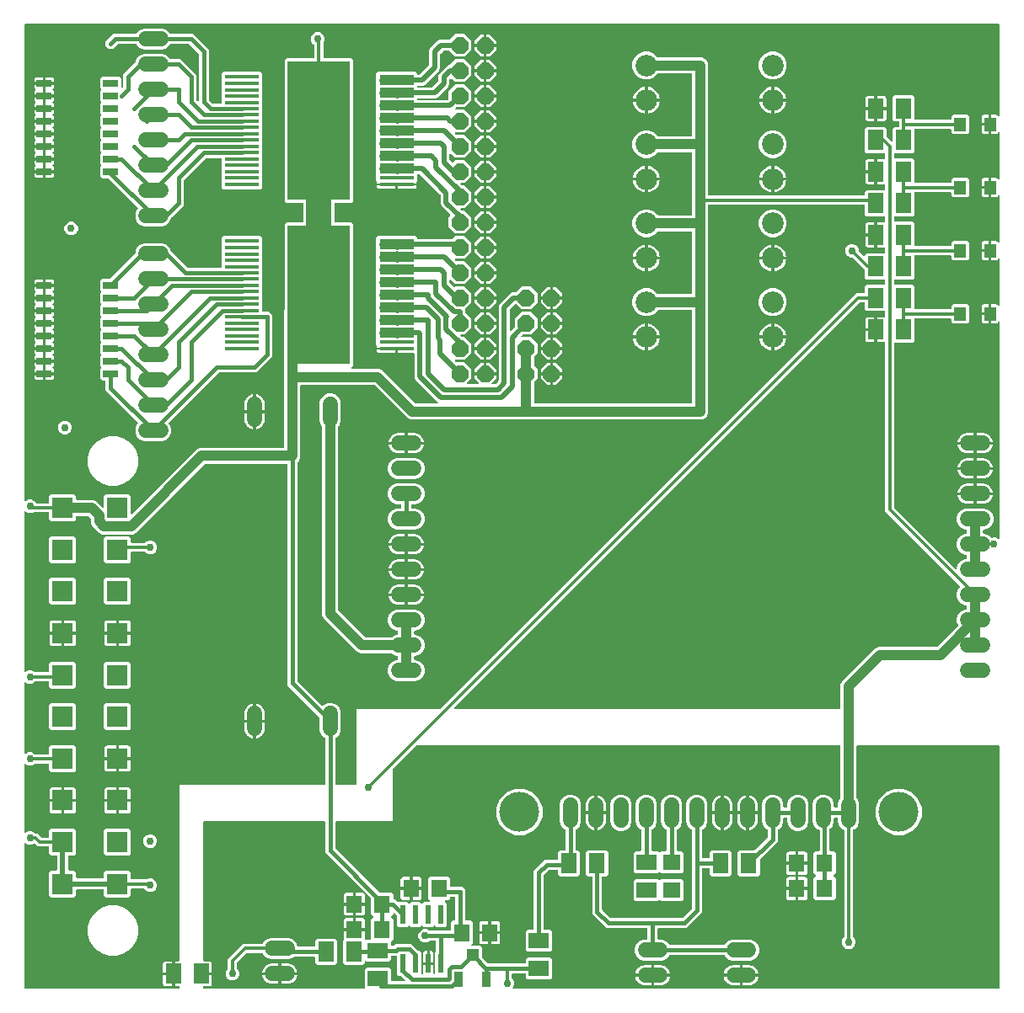
<source format=gbr>
G04 EAGLE Gerber X2 export*
G75*
%MOMM*%
%FSLAX34Y34*%
%LPD*%
%AMOC8*
5,1,8,0,0,1.08239X$1,22.5*%
G01*
%ADD10C,1.508000*%
%ADD11R,0.558800X1.981200*%
%ADD12R,1.800000X1.600000*%
%ADD13R,1.600000X1.800000*%
%ADD14R,2.000000X1.600000*%
%ADD15R,1.600000X2.000000*%
%ADD16R,0.900000X1.600000*%
%ADD17R,1.300000X1.300000*%
%ADD18R,2.100000X2.100000*%
%ADD19R,3.500000X0.420000*%
%ADD20R,6.300000X14.000000*%
%ADD21R,1.500000X0.700000*%
%ADD22P,1.814519X8X292.500000*%
%ADD23C,2.184400*%
%ADD24C,1.524000*%
%ADD25R,1.200000X1.400000*%
%ADD26C,0.756400*%
%ADD27C,0.420000*%
%ADD28C,2.500000*%
%ADD29C,1.000000*%
%ADD30C,0.400000*%
%ADD31C,0.300000*%
%ADD32C,0.500000*%
%ADD33C,4.000000*%
%ADD34C,0.152400*%

G36*
X946268Y444910D02*
X946268Y444910D01*
X946320Y444912D01*
X946387Y444936D01*
X946457Y444951D01*
X946502Y444978D01*
X946551Y444996D01*
X946607Y445041D01*
X946668Y445078D01*
X946702Y445117D01*
X946743Y445150D01*
X946782Y445210D01*
X946828Y445265D01*
X946848Y445313D01*
X946876Y445357D01*
X946893Y445426D01*
X946920Y445493D01*
X946928Y445564D01*
X946936Y445595D01*
X946934Y445618D01*
X946939Y445659D01*
X946939Y446622D01*
X948563Y450543D01*
X951564Y453545D01*
X955485Y455169D01*
X956418Y455169D01*
X956437Y455172D01*
X956457Y455170D01*
X956558Y455192D01*
X956660Y455208D01*
X956678Y455218D01*
X956697Y455222D01*
X956786Y455275D01*
X956878Y455324D01*
X956891Y455338D01*
X956908Y455348D01*
X956976Y455427D01*
X957047Y455502D01*
X957055Y455520D01*
X957068Y455535D01*
X957107Y455631D01*
X957151Y455725D01*
X957153Y455745D01*
X957160Y455763D01*
X957179Y455930D01*
X957179Y458470D01*
X957176Y458490D01*
X957178Y458509D01*
X957156Y458611D01*
X957139Y458713D01*
X957130Y458730D01*
X957125Y458750D01*
X957072Y458839D01*
X957024Y458930D01*
X957010Y458944D01*
X956999Y458961D01*
X956921Y459028D01*
X956846Y459100D01*
X956828Y459108D01*
X956812Y459121D01*
X956716Y459160D01*
X956623Y459203D01*
X956603Y459205D01*
X956584Y459213D01*
X956418Y459231D01*
X955485Y459231D01*
X951564Y460855D01*
X948563Y463857D01*
X946939Y467778D01*
X946939Y472022D01*
X948563Y475943D01*
X951564Y478945D01*
X955485Y480569D01*
X956418Y480569D01*
X956437Y480572D01*
X956457Y480570D01*
X956558Y480592D01*
X956660Y480608D01*
X956678Y480618D01*
X956697Y480622D01*
X956786Y480675D01*
X956878Y480724D01*
X956891Y480738D01*
X956908Y480748D01*
X956976Y480827D01*
X957047Y480902D01*
X957055Y480920D01*
X957068Y480935D01*
X957107Y481031D01*
X957151Y481125D01*
X957153Y481145D01*
X957160Y481163D01*
X957179Y481330D01*
X957179Y483870D01*
X957176Y483890D01*
X957178Y483909D01*
X957156Y484011D01*
X957139Y484113D01*
X957130Y484130D01*
X957125Y484150D01*
X957072Y484239D01*
X957024Y484330D01*
X957010Y484344D01*
X956999Y484361D01*
X956921Y484428D01*
X956846Y484500D01*
X956828Y484508D01*
X956812Y484521D01*
X956716Y484560D01*
X956623Y484603D01*
X956603Y484605D01*
X956584Y484613D01*
X956418Y484631D01*
X955485Y484631D01*
X951564Y486255D01*
X948563Y489257D01*
X946939Y493178D01*
X946939Y497422D01*
X948563Y501343D01*
X951564Y504345D01*
X955485Y505969D01*
X974970Y505969D01*
X978891Y504345D01*
X981892Y501343D01*
X983516Y497422D01*
X983516Y493178D01*
X981892Y489257D01*
X978891Y486255D01*
X974970Y484631D01*
X974037Y484631D01*
X974018Y484628D01*
X973998Y484630D01*
X973897Y484608D01*
X973795Y484592D01*
X973777Y484582D01*
X973758Y484578D01*
X973669Y484525D01*
X973577Y484476D01*
X973564Y484462D01*
X973547Y484452D01*
X973479Y484373D01*
X973408Y484298D01*
X973400Y484280D01*
X973387Y484265D01*
X973348Y484169D01*
X973304Y484075D01*
X973302Y484055D01*
X973295Y484037D01*
X973276Y483870D01*
X973276Y481330D01*
X973279Y481310D01*
X973277Y481291D01*
X973299Y481189D01*
X973316Y481087D01*
X973325Y481070D01*
X973330Y481050D01*
X973383Y480961D01*
X973431Y480870D01*
X973445Y480856D01*
X973456Y480839D01*
X973534Y480772D01*
X973609Y480700D01*
X973627Y480692D01*
X973643Y480679D01*
X973739Y480640D01*
X973832Y480597D01*
X973852Y480595D01*
X973871Y480587D01*
X974037Y480569D01*
X974970Y480569D01*
X978891Y478945D01*
X981268Y476567D01*
X981363Y476499D01*
X981457Y476429D01*
X981463Y476427D01*
X981468Y476424D01*
X981579Y476389D01*
X981691Y476353D01*
X981697Y476353D01*
X981703Y476351D01*
X981820Y476354D01*
X981937Y476355D01*
X981944Y476357D01*
X981949Y476358D01*
X981967Y476364D01*
X982098Y476402D01*
X982891Y476731D01*
X985609Y476731D01*
X988119Y475691D01*
X988540Y475270D01*
X988598Y475228D01*
X988650Y475179D01*
X988697Y475157D01*
X988739Y475127D01*
X988808Y475106D01*
X988873Y475076D01*
X988925Y475070D01*
X988975Y475054D01*
X989046Y475056D01*
X989117Y475048D01*
X989168Y475059D01*
X989220Y475061D01*
X989288Y475085D01*
X989358Y475101D01*
X989403Y475127D01*
X989451Y475145D01*
X989507Y475190D01*
X989569Y475227D01*
X989603Y475266D01*
X989643Y475299D01*
X989682Y475359D01*
X989729Y475414D01*
X989748Y475462D01*
X989776Y475506D01*
X989794Y475575D01*
X989821Y475642D01*
X989829Y475713D01*
X989837Y475744D01*
X989835Y475768D01*
X989839Y475809D01*
X989839Y693056D01*
X989832Y693103D01*
X989833Y693151D01*
X989812Y693224D01*
X989800Y693299D01*
X989777Y693341D01*
X989763Y693387D01*
X989720Y693449D01*
X989684Y693516D01*
X989650Y693549D01*
X989622Y693588D01*
X989561Y693633D01*
X989506Y693685D01*
X989462Y693706D01*
X989424Y693734D01*
X989352Y693757D01*
X989283Y693789D01*
X989235Y693794D01*
X989190Y693809D01*
X989114Y693808D01*
X989039Y693816D01*
X988992Y693806D01*
X988944Y693805D01*
X988872Y693780D01*
X988798Y693764D01*
X988757Y693739D01*
X988712Y693723D01*
X988652Y693677D01*
X988587Y693638D01*
X988556Y693601D01*
X988518Y693572D01*
X988442Y693468D01*
X988427Y693451D01*
X988425Y693445D01*
X988419Y693437D01*
X988233Y693115D01*
X987760Y692642D01*
X987181Y692307D01*
X986534Y692134D01*
X981723Y692134D01*
X981723Y700913D01*
X981720Y700933D01*
X981722Y700952D01*
X981700Y701054D01*
X981683Y701156D01*
X981674Y701173D01*
X981670Y701193D01*
X981617Y701282D01*
X981568Y701373D01*
X981554Y701387D01*
X981544Y701404D01*
X981465Y701471D01*
X981390Y701542D01*
X981372Y701551D01*
X981357Y701564D01*
X981261Y701603D01*
X981167Y701646D01*
X981147Y701648D01*
X981129Y701656D01*
X980962Y701674D01*
X980199Y701674D01*
X980199Y701676D01*
X980962Y701676D01*
X980982Y701679D01*
X981001Y701677D01*
X981103Y701699D01*
X981205Y701716D01*
X981222Y701725D01*
X981242Y701729D01*
X981331Y701782D01*
X981422Y701831D01*
X981436Y701845D01*
X981453Y701855D01*
X981520Y701934D01*
X981591Y702009D01*
X981600Y702027D01*
X981613Y702042D01*
X981652Y702138D01*
X981695Y702232D01*
X981697Y702252D01*
X981705Y702270D01*
X981723Y702437D01*
X981723Y711216D01*
X986534Y711216D01*
X987181Y711043D01*
X987760Y710708D01*
X988233Y710235D01*
X988419Y709913D01*
X988449Y709876D01*
X988472Y709834D01*
X988526Y709782D01*
X988574Y709723D01*
X988615Y709698D01*
X988650Y709665D01*
X988719Y709633D01*
X988783Y709592D01*
X988829Y709581D01*
X988873Y709561D01*
X988948Y709553D01*
X989022Y709535D01*
X989070Y709539D01*
X989117Y709534D01*
X989191Y709550D01*
X989267Y709557D01*
X989311Y709576D01*
X989358Y709586D01*
X989423Y709625D01*
X989492Y709655D01*
X989528Y709688D01*
X989569Y709712D01*
X989618Y709770D01*
X989674Y709821D01*
X989698Y709863D01*
X989729Y709899D01*
X989757Y709970D01*
X989794Y710036D01*
X989803Y710083D01*
X989821Y710127D01*
X989835Y710255D01*
X989839Y710277D01*
X989838Y710284D01*
X989839Y710294D01*
X989839Y756556D01*
X989832Y756603D01*
X989833Y756651D01*
X989812Y756724D01*
X989800Y756799D01*
X989777Y756841D01*
X989763Y756887D01*
X989720Y756949D01*
X989684Y757016D01*
X989650Y757049D01*
X989622Y757088D01*
X989561Y757133D01*
X989506Y757185D01*
X989463Y757206D01*
X989424Y757234D01*
X989352Y757257D01*
X989283Y757289D01*
X989235Y757294D01*
X989190Y757309D01*
X989114Y757308D01*
X989039Y757316D01*
X988992Y757306D01*
X988944Y757305D01*
X988872Y757280D01*
X988798Y757264D01*
X988757Y757239D01*
X988712Y757223D01*
X988652Y757177D01*
X988587Y757138D01*
X988556Y757101D01*
X988518Y757072D01*
X988442Y756968D01*
X988427Y756951D01*
X988425Y756945D01*
X988419Y756937D01*
X988233Y756615D01*
X987760Y756142D01*
X987181Y755807D01*
X986534Y755634D01*
X981723Y755634D01*
X981723Y764413D01*
X981720Y764433D01*
X981722Y764452D01*
X981700Y764554D01*
X981683Y764656D01*
X981674Y764673D01*
X981670Y764693D01*
X981617Y764782D01*
X981568Y764873D01*
X981554Y764887D01*
X981544Y764904D01*
X981465Y764971D01*
X981390Y765042D01*
X981372Y765051D01*
X981357Y765064D01*
X981261Y765103D01*
X981167Y765146D01*
X981147Y765148D01*
X981129Y765156D01*
X980962Y765174D01*
X980199Y765174D01*
X980199Y765176D01*
X980962Y765176D01*
X980982Y765179D01*
X981001Y765177D01*
X981103Y765199D01*
X981205Y765216D01*
X981222Y765225D01*
X981242Y765229D01*
X981331Y765282D01*
X981422Y765331D01*
X981436Y765345D01*
X981453Y765355D01*
X981520Y765434D01*
X981591Y765509D01*
X981600Y765527D01*
X981613Y765542D01*
X981652Y765638D01*
X981695Y765732D01*
X981697Y765752D01*
X981705Y765770D01*
X981723Y765937D01*
X981723Y774716D01*
X986534Y774716D01*
X987181Y774543D01*
X987760Y774208D01*
X988233Y773735D01*
X988419Y773413D01*
X988449Y773376D01*
X988472Y773334D01*
X988527Y773282D01*
X988575Y773223D01*
X988615Y773198D01*
X988650Y773165D01*
X988719Y773133D01*
X988783Y773092D01*
X988829Y773081D01*
X988873Y773061D01*
X988948Y773053D01*
X989022Y773035D01*
X989070Y773039D01*
X989117Y773034D01*
X989192Y773050D01*
X989267Y773057D01*
X989311Y773076D01*
X989358Y773086D01*
X989423Y773125D01*
X989492Y773155D01*
X989528Y773188D01*
X989569Y773212D01*
X989618Y773270D01*
X989674Y773321D01*
X989698Y773363D01*
X989729Y773399D01*
X989757Y773469D01*
X989794Y773536D01*
X989803Y773583D01*
X989821Y773627D01*
X989835Y773756D01*
X989839Y773777D01*
X989838Y773784D01*
X989839Y773794D01*
X989839Y820056D01*
X989832Y820103D01*
X989833Y820151D01*
X989812Y820224D01*
X989800Y820299D01*
X989777Y820341D01*
X989763Y820387D01*
X989720Y820449D01*
X989684Y820516D01*
X989650Y820549D01*
X989622Y820588D01*
X989561Y820633D01*
X989506Y820685D01*
X989463Y820706D01*
X989424Y820734D01*
X989352Y820757D01*
X989283Y820789D01*
X989235Y820794D01*
X989190Y820809D01*
X989114Y820808D01*
X989039Y820816D01*
X988992Y820806D01*
X988944Y820805D01*
X988872Y820780D01*
X988798Y820764D01*
X988757Y820739D01*
X988712Y820723D01*
X988652Y820677D01*
X988587Y820638D01*
X988556Y820601D01*
X988518Y820572D01*
X988442Y820468D01*
X988427Y820451D01*
X988425Y820445D01*
X988419Y820437D01*
X988233Y820115D01*
X987760Y819642D01*
X987181Y819307D01*
X986534Y819134D01*
X981723Y819134D01*
X981723Y827913D01*
X981720Y827933D01*
X981722Y827952D01*
X981700Y828054D01*
X981683Y828156D01*
X981674Y828173D01*
X981670Y828193D01*
X981617Y828282D01*
X981568Y828373D01*
X981554Y828387D01*
X981544Y828404D01*
X981465Y828471D01*
X981390Y828542D01*
X981372Y828551D01*
X981357Y828564D01*
X981261Y828603D01*
X981167Y828646D01*
X981147Y828648D01*
X981129Y828656D01*
X980962Y828674D01*
X980199Y828674D01*
X980199Y828676D01*
X980962Y828676D01*
X980982Y828679D01*
X981001Y828677D01*
X981103Y828699D01*
X981205Y828716D01*
X981222Y828725D01*
X981242Y828729D01*
X981331Y828782D01*
X981422Y828831D01*
X981436Y828845D01*
X981453Y828855D01*
X981520Y828934D01*
X981591Y829009D01*
X981600Y829027D01*
X981613Y829042D01*
X981652Y829138D01*
X981695Y829232D01*
X981697Y829252D01*
X981705Y829270D01*
X981723Y829437D01*
X981723Y838216D01*
X986534Y838216D01*
X987181Y838043D01*
X987760Y837708D01*
X988233Y837235D01*
X988419Y836913D01*
X988449Y836876D01*
X988472Y836834D01*
X988526Y836782D01*
X988574Y836723D01*
X988615Y836698D01*
X988650Y836665D01*
X988719Y836633D01*
X988783Y836592D01*
X988829Y836581D01*
X988873Y836561D01*
X988948Y836553D01*
X989022Y836535D01*
X989070Y836539D01*
X989117Y836534D01*
X989191Y836550D01*
X989267Y836557D01*
X989311Y836576D01*
X989358Y836586D01*
X989423Y836625D01*
X989492Y836655D01*
X989528Y836688D01*
X989569Y836712D01*
X989618Y836770D01*
X989674Y836821D01*
X989698Y836863D01*
X989729Y836899D01*
X989757Y836970D01*
X989794Y837036D01*
X989803Y837083D01*
X989821Y837127D01*
X989835Y837255D01*
X989839Y837277D01*
X989838Y837284D01*
X989839Y837294D01*
X989839Y883556D01*
X989832Y883603D01*
X989833Y883651D01*
X989812Y883724D01*
X989800Y883799D01*
X989777Y883841D01*
X989763Y883887D01*
X989720Y883949D01*
X989684Y884016D01*
X989650Y884049D01*
X989622Y884088D01*
X989561Y884133D01*
X989506Y884185D01*
X989463Y884206D01*
X989424Y884234D01*
X989352Y884257D01*
X989283Y884289D01*
X989235Y884294D01*
X989190Y884309D01*
X989114Y884308D01*
X989039Y884316D01*
X988992Y884306D01*
X988944Y884305D01*
X988872Y884280D01*
X988798Y884264D01*
X988757Y884239D01*
X988712Y884223D01*
X988652Y884177D01*
X988587Y884138D01*
X988556Y884101D01*
X988518Y884072D01*
X988442Y883968D01*
X988427Y883951D01*
X988425Y883945D01*
X988419Y883937D01*
X988233Y883615D01*
X987760Y883142D01*
X987181Y882807D01*
X986534Y882634D01*
X981723Y882634D01*
X981723Y891413D01*
X981720Y891433D01*
X981722Y891452D01*
X981700Y891554D01*
X981683Y891656D01*
X981674Y891673D01*
X981670Y891693D01*
X981617Y891782D01*
X981568Y891873D01*
X981554Y891887D01*
X981544Y891904D01*
X981465Y891971D01*
X981390Y892042D01*
X981372Y892051D01*
X981357Y892064D01*
X981261Y892103D01*
X981167Y892146D01*
X981147Y892148D01*
X981129Y892156D01*
X980962Y892174D01*
X980199Y892174D01*
X980199Y892176D01*
X980962Y892176D01*
X980982Y892179D01*
X981001Y892177D01*
X981103Y892199D01*
X981205Y892216D01*
X981222Y892225D01*
X981242Y892229D01*
X981331Y892282D01*
X981422Y892331D01*
X981436Y892345D01*
X981453Y892355D01*
X981520Y892434D01*
X981591Y892509D01*
X981600Y892527D01*
X981613Y892542D01*
X981652Y892638D01*
X981695Y892732D01*
X981697Y892752D01*
X981705Y892770D01*
X981723Y892937D01*
X981723Y901716D01*
X986534Y901716D01*
X987181Y901543D01*
X987760Y901208D01*
X988233Y900735D01*
X988419Y900413D01*
X988449Y900376D01*
X988472Y900334D01*
X988527Y900282D01*
X988575Y900223D01*
X988615Y900198D01*
X988650Y900165D01*
X988719Y900133D01*
X988783Y900092D01*
X988829Y900081D01*
X988873Y900061D01*
X988948Y900053D01*
X989022Y900035D01*
X989070Y900039D01*
X989117Y900034D01*
X989192Y900050D01*
X989267Y900057D01*
X989311Y900076D01*
X989358Y900086D01*
X989423Y900125D01*
X989492Y900155D01*
X989528Y900188D01*
X989569Y900212D01*
X989618Y900270D01*
X989674Y900321D01*
X989698Y900363D01*
X989729Y900399D01*
X989757Y900469D01*
X989794Y900536D01*
X989803Y900583D01*
X989821Y900627D01*
X989835Y900756D01*
X989839Y900777D01*
X989838Y900784D01*
X989839Y900794D01*
X989839Y992278D01*
X989836Y992298D01*
X989838Y992317D01*
X989816Y992419D01*
X989800Y992521D01*
X989790Y992538D01*
X989786Y992558D01*
X989733Y992647D01*
X989684Y992738D01*
X989670Y992752D01*
X989660Y992769D01*
X989581Y992836D01*
X989506Y992908D01*
X989488Y992916D01*
X989473Y992929D01*
X989377Y992968D01*
X989283Y993011D01*
X989263Y993013D01*
X989245Y993021D01*
X989078Y993039D01*
X10922Y993039D01*
X10902Y993036D01*
X10883Y993038D01*
X10781Y993016D01*
X10679Y993000D01*
X10662Y992990D01*
X10642Y992986D01*
X10553Y992933D01*
X10462Y992884D01*
X10448Y992870D01*
X10431Y992860D01*
X10364Y992781D01*
X10292Y992706D01*
X10284Y992688D01*
X10271Y992673D01*
X10232Y992577D01*
X10189Y992483D01*
X10187Y992463D01*
X10179Y992445D01*
X10161Y992278D01*
X10161Y513784D01*
X10172Y513713D01*
X10174Y513641D01*
X10192Y513592D01*
X10200Y513541D01*
X10234Y513478D01*
X10259Y513410D01*
X10291Y513369D01*
X10316Y513324D01*
X10367Y513274D01*
X10412Y513218D01*
X10456Y513190D01*
X10494Y513154D01*
X10559Y513124D01*
X10619Y513085D01*
X10670Y513072D01*
X10717Y513051D01*
X10788Y513043D01*
X10858Y513025D01*
X10910Y513029D01*
X10961Y513023D01*
X11032Y513039D01*
X11103Y513044D01*
X11151Y513065D01*
X11202Y513076D01*
X11263Y513112D01*
X11329Y513141D01*
X11385Y513185D01*
X11413Y513202D01*
X11428Y513220D01*
X11460Y513245D01*
X12006Y513791D01*
X14516Y514831D01*
X17234Y514831D01*
X19744Y513791D01*
X21666Y511869D01*
X21811Y511519D01*
X21872Y511420D01*
X21933Y511319D01*
X21937Y511315D01*
X21941Y511310D01*
X22030Y511236D01*
X22119Y511159D01*
X22125Y511157D01*
X22130Y511153D01*
X22238Y511111D01*
X22348Y511067D01*
X22355Y511066D01*
X22360Y511065D01*
X22378Y511064D01*
X22514Y511049D01*
X34390Y511049D01*
X34410Y511052D01*
X34429Y511050D01*
X34531Y511072D01*
X34633Y511088D01*
X34650Y511098D01*
X34670Y511102D01*
X34759Y511155D01*
X34850Y511204D01*
X34864Y511218D01*
X34881Y511228D01*
X34948Y511307D01*
X35020Y511382D01*
X35028Y511400D01*
X35041Y511415D01*
X35080Y511511D01*
X35123Y511605D01*
X35125Y511625D01*
X35133Y511643D01*
X35151Y511810D01*
X35151Y518263D01*
X36937Y520049D01*
X60463Y520049D01*
X62249Y518263D01*
X62249Y515310D01*
X62252Y515290D01*
X62250Y515271D01*
X62272Y515169D01*
X62288Y515067D01*
X62298Y515050D01*
X62302Y515030D01*
X62355Y514941D01*
X62404Y514850D01*
X62418Y514836D01*
X62428Y514819D01*
X62507Y514752D01*
X62582Y514680D01*
X62600Y514672D01*
X62615Y514659D01*
X62711Y514620D01*
X62805Y514577D01*
X62825Y514575D01*
X62843Y514567D01*
X63010Y514549D01*
X79176Y514549D01*
X82134Y513323D01*
X88852Y506606D01*
X88910Y506564D01*
X88962Y506515D01*
X89009Y506493D01*
X89051Y506462D01*
X89120Y506441D01*
X89185Y506411D01*
X89237Y506405D01*
X89287Y506390D01*
X89358Y506392D01*
X89429Y506384D01*
X89480Y506395D01*
X89532Y506396D01*
X89600Y506421D01*
X89670Y506436D01*
X89715Y506463D01*
X89763Y506481D01*
X89819Y506526D01*
X89881Y506562D01*
X89915Y506602D01*
X89955Y506634D01*
X89994Y506695D01*
X90041Y506749D01*
X90060Y506797D01*
X90088Y506841D01*
X90106Y506911D01*
X90133Y506977D01*
X90141Y507049D01*
X90149Y507080D01*
X90147Y507103D01*
X90151Y507144D01*
X90151Y518263D01*
X91937Y520049D01*
X115463Y520049D01*
X117249Y518263D01*
X117249Y500888D01*
X117260Y500817D01*
X117262Y500745D01*
X117280Y500696D01*
X117288Y500645D01*
X117322Y500581D01*
X117347Y500514D01*
X117379Y500473D01*
X117404Y500427D01*
X117456Y500378D01*
X117500Y500322D01*
X117544Y500294D01*
X117582Y500258D01*
X117647Y500228D01*
X117707Y500189D01*
X117758Y500176D01*
X117805Y500154D01*
X117876Y500147D01*
X117946Y500129D01*
X117998Y500133D01*
X118049Y500127D01*
X118120Y500143D01*
X118191Y500148D01*
X118239Y500169D01*
X118290Y500180D01*
X118351Y500216D01*
X118417Y500244D01*
X118473Y500289D01*
X118501Y500306D01*
X118516Y500324D01*
X118548Y500349D01*
X181451Y563252D01*
X183822Y565623D01*
X186781Y566849D01*
X270590Y566849D01*
X270610Y566852D01*
X270629Y566850D01*
X270731Y566872D01*
X270833Y566888D01*
X270850Y566898D01*
X270870Y566902D01*
X270959Y566955D01*
X271050Y567004D01*
X271064Y567018D01*
X271081Y567028D01*
X271148Y567107D01*
X271220Y567182D01*
X271228Y567200D01*
X271241Y567215D01*
X271280Y567311D01*
X271323Y567405D01*
X271325Y567425D01*
X271333Y567443D01*
X271351Y567610D01*
X271351Y702905D01*
X271346Y702936D01*
X271339Y703040D01*
X271195Y703844D01*
X271334Y704479D01*
X271334Y704487D01*
X271351Y704641D01*
X271351Y705291D01*
X271358Y705308D01*
X271373Y705372D01*
X271398Y705433D01*
X271407Y705515D01*
X271414Y705547D01*
X271413Y705567D01*
X271416Y705599D01*
X271416Y791993D01*
X273202Y793779D01*
X289655Y793779D01*
X289675Y793782D01*
X289694Y793780D01*
X289796Y793802D01*
X289898Y793818D01*
X289915Y793828D01*
X289935Y793832D01*
X290024Y793885D01*
X290115Y793934D01*
X290129Y793948D01*
X290146Y793958D01*
X290213Y794037D01*
X290285Y794112D01*
X290293Y794130D01*
X290306Y794145D01*
X290345Y794241D01*
X290388Y794335D01*
X290390Y794355D01*
X290398Y794373D01*
X290416Y794540D01*
X290416Y812020D01*
X290413Y812040D01*
X290415Y812059D01*
X290393Y812161D01*
X290377Y812263D01*
X290367Y812280D01*
X290363Y812300D01*
X290310Y812389D01*
X290261Y812480D01*
X290247Y812494D01*
X290237Y812511D01*
X290158Y812578D01*
X290083Y812650D01*
X290065Y812658D01*
X290050Y812671D01*
X289954Y812710D01*
X289860Y812753D01*
X289840Y812755D01*
X289822Y812763D01*
X289655Y812781D01*
X273202Y812781D01*
X271416Y814567D01*
X271416Y957093D01*
X273202Y958879D01*
X300655Y958879D01*
X300675Y958882D01*
X300694Y958880D01*
X300796Y958902D01*
X300898Y958918D01*
X300915Y958928D01*
X300935Y958932D01*
X301024Y958985D01*
X301115Y959034D01*
X301129Y959048D01*
X301146Y959058D01*
X301213Y959137D01*
X301285Y959212D01*
X301293Y959230D01*
X301306Y959245D01*
X301345Y959341D01*
X301388Y959435D01*
X301390Y959455D01*
X301398Y959473D01*
X301416Y959640D01*
X301416Y971399D01*
X301414Y971411D01*
X301415Y971418D01*
X301407Y971454D01*
X301397Y971515D01*
X301380Y971630D01*
X301378Y971636D01*
X301377Y971642D01*
X301322Y971746D01*
X301269Y971850D01*
X301264Y971854D01*
X301261Y971860D01*
X301177Y971940D01*
X301093Y972022D01*
X301087Y972025D01*
X301083Y972029D01*
X301066Y972037D01*
X300946Y972103D01*
X300931Y972109D01*
X299009Y974031D01*
X297969Y976541D01*
X297969Y979259D01*
X299009Y981769D01*
X300931Y983691D01*
X303441Y984731D01*
X306159Y984731D01*
X308669Y983691D01*
X310591Y981769D01*
X311631Y979259D01*
X311631Y976541D01*
X310572Y973985D01*
X310557Y973921D01*
X310532Y973860D01*
X310523Y973777D01*
X310516Y973745D01*
X310517Y973726D01*
X310514Y973693D01*
X310514Y959640D01*
X310517Y959620D01*
X310515Y959601D01*
X310537Y959499D01*
X310553Y959397D01*
X310563Y959380D01*
X310567Y959360D01*
X310620Y959271D01*
X310669Y959180D01*
X310683Y959166D01*
X310693Y959149D01*
X310772Y959082D01*
X310847Y959010D01*
X310865Y959002D01*
X310880Y958989D01*
X310976Y958950D01*
X311070Y958907D01*
X311090Y958905D01*
X311108Y958897D01*
X311275Y958879D01*
X338728Y958879D01*
X340514Y957093D01*
X340514Y814567D01*
X338728Y812781D01*
X322275Y812781D01*
X322255Y812778D01*
X322236Y812780D01*
X322134Y812758D01*
X322032Y812742D01*
X322015Y812732D01*
X321995Y812728D01*
X321906Y812675D01*
X321815Y812626D01*
X321801Y812612D01*
X321784Y812602D01*
X321717Y812523D01*
X321645Y812448D01*
X321637Y812430D01*
X321624Y812415D01*
X321585Y812319D01*
X321542Y812225D01*
X321540Y812205D01*
X321532Y812187D01*
X321514Y812020D01*
X321514Y794540D01*
X321517Y794520D01*
X321515Y794501D01*
X321537Y794399D01*
X321553Y794297D01*
X321563Y794280D01*
X321567Y794260D01*
X321620Y794171D01*
X321669Y794080D01*
X321683Y794066D01*
X321693Y794049D01*
X321772Y793982D01*
X321847Y793910D01*
X321865Y793902D01*
X321880Y793889D01*
X321976Y793850D01*
X322070Y793807D01*
X322090Y793805D01*
X322108Y793797D01*
X322275Y793779D01*
X338728Y793779D01*
X340514Y791993D01*
X340514Y649467D01*
X338570Y647523D01*
X338528Y647465D01*
X338479Y647413D01*
X338457Y647366D01*
X338426Y647324D01*
X338405Y647255D01*
X338375Y647190D01*
X338369Y647138D01*
X338354Y647088D01*
X338356Y647017D01*
X338348Y646946D01*
X338359Y646895D01*
X338360Y646843D01*
X338385Y646775D01*
X338400Y646705D01*
X338427Y646660D01*
X338445Y646612D01*
X338490Y646556D01*
X338526Y646494D01*
X338566Y646460D01*
X338598Y646420D01*
X338659Y646381D01*
X338713Y646334D01*
X338762Y646315D01*
X338805Y646287D01*
X338875Y646269D01*
X338941Y646242D01*
X339013Y646234D01*
X339044Y646226D01*
X339067Y646228D01*
X339108Y646224D01*
X366726Y646224D01*
X369684Y644998D01*
X403161Y611522D01*
X403235Y611469D01*
X403304Y611409D01*
X403334Y611397D01*
X403361Y611378D01*
X403448Y611351D01*
X403532Y611317D01*
X403573Y611313D01*
X403596Y611306D01*
X403628Y611307D01*
X403699Y611299D01*
X424935Y611299D01*
X425031Y611314D01*
X425128Y611324D01*
X425152Y611334D01*
X425177Y611338D01*
X425264Y611384D01*
X425353Y611424D01*
X425372Y611441D01*
X425395Y611454D01*
X425462Y611524D01*
X425534Y611590D01*
X425546Y611613D01*
X425564Y611632D01*
X425605Y611720D01*
X425652Y611806D01*
X425657Y611831D01*
X425668Y611855D01*
X425679Y611952D01*
X425696Y612048D01*
X425692Y612074D01*
X425695Y612099D01*
X425674Y612195D01*
X425660Y612291D01*
X425648Y612314D01*
X425643Y612340D01*
X425593Y612424D01*
X425548Y612510D01*
X425530Y612529D01*
X425517Y612551D01*
X425442Y612614D01*
X425373Y612683D01*
X425353Y612694D01*
X402904Y635142D01*
X402059Y637182D01*
X402059Y661398D01*
X402056Y661418D01*
X402058Y661437D01*
X402036Y661539D01*
X402019Y661641D01*
X402010Y661658D01*
X402006Y661678D01*
X401953Y661767D01*
X401904Y661858D01*
X401890Y661872D01*
X401880Y661889D01*
X401801Y661956D01*
X401726Y662028D01*
X401708Y662036D01*
X401693Y662049D01*
X401597Y662088D01*
X401503Y662131D01*
X401483Y662133D01*
X401465Y662141D01*
X401298Y662159D01*
X385159Y662159D01*
X385159Y666512D01*
X385156Y666531D01*
X385158Y666551D01*
X385136Y666653D01*
X385120Y666755D01*
X385110Y666772D01*
X385106Y666792D01*
X385053Y666881D01*
X385004Y666972D01*
X384990Y666986D01*
X384980Y667003D01*
X384901Y667070D01*
X384826Y667141D01*
X384808Y667150D01*
X384793Y667163D01*
X384697Y667201D01*
X384603Y667245D01*
X384583Y667247D01*
X384565Y667255D01*
X384556Y667256D01*
X384543Y667331D01*
X384534Y667348D01*
X384530Y667368D01*
X384477Y667457D01*
X384428Y667548D01*
X384414Y667562D01*
X384404Y667579D01*
X384325Y667646D01*
X384250Y667718D01*
X384232Y667726D01*
X384217Y667739D01*
X384120Y667778D01*
X384027Y667821D01*
X384007Y667823D01*
X383989Y667831D01*
X383822Y667849D01*
X364069Y667849D01*
X364069Y669114D01*
X364055Y669204D01*
X364047Y669295D01*
X364035Y669325D01*
X364030Y669357D01*
X363987Y669437D01*
X363951Y669521D01*
X363925Y669553D01*
X363914Y669574D01*
X363891Y669596D01*
X363846Y669652D01*
X363561Y669937D01*
X363561Y679767D01*
X363547Y679857D01*
X363539Y679948D01*
X363527Y679978D01*
X363522Y680010D01*
X363479Y680090D01*
X363443Y680174D01*
X363417Y680206D01*
X363406Y680227D01*
X363383Y680249D01*
X363338Y680305D01*
X363151Y680492D01*
X363151Y684758D01*
X363338Y684945D01*
X363391Y685019D01*
X363451Y685088D01*
X363463Y685118D01*
X363482Y685144D01*
X363509Y685231D01*
X363543Y685316D01*
X363547Y685357D01*
X363554Y685380D01*
X363553Y685412D01*
X363561Y685483D01*
X363561Y692467D01*
X363547Y692557D01*
X363539Y692648D01*
X363527Y692678D01*
X363522Y692710D01*
X363479Y692790D01*
X363443Y692874D01*
X363417Y692907D01*
X363406Y692927D01*
X363383Y692949D01*
X363338Y693005D01*
X363151Y693192D01*
X363151Y697458D01*
X363338Y697645D01*
X363391Y697719D01*
X363451Y697788D01*
X363463Y697818D01*
X363482Y697844D01*
X363509Y697931D01*
X363543Y698016D01*
X363547Y698057D01*
X363554Y698079D01*
X363553Y698112D01*
X363561Y698183D01*
X363561Y705167D01*
X363547Y705257D01*
X363539Y705348D01*
X363527Y705378D01*
X363522Y705410D01*
X363479Y705490D01*
X363443Y705574D01*
X363417Y705606D01*
X363406Y705627D01*
X363383Y705649D01*
X363338Y705705D01*
X363151Y705892D01*
X363151Y710158D01*
X363338Y710345D01*
X363391Y710419D01*
X363451Y710488D01*
X363463Y710518D01*
X363482Y710544D01*
X363509Y710631D01*
X363543Y710716D01*
X363547Y710757D01*
X363554Y710780D01*
X363553Y710812D01*
X363561Y710883D01*
X363561Y717867D01*
X363547Y717957D01*
X363539Y718048D01*
X363527Y718078D01*
X363522Y718110D01*
X363479Y718190D01*
X363443Y718274D01*
X363417Y718306D01*
X363406Y718327D01*
X363383Y718349D01*
X363375Y718360D01*
X363367Y718373D01*
X363359Y718380D01*
X363338Y718405D01*
X363151Y718592D01*
X363151Y722858D01*
X363338Y723045D01*
X363391Y723119D01*
X363451Y723188D01*
X363463Y723218D01*
X363482Y723244D01*
X363509Y723331D01*
X363543Y723416D01*
X363547Y723457D01*
X363554Y723480D01*
X363553Y723512D01*
X363561Y723583D01*
X363561Y730567D01*
X363547Y730657D01*
X363539Y730748D01*
X363527Y730778D01*
X363522Y730810D01*
X363479Y730890D01*
X363443Y730974D01*
X363417Y731006D01*
X363406Y731027D01*
X363383Y731049D01*
X363338Y731105D01*
X363151Y731292D01*
X363151Y735558D01*
X363338Y735745D01*
X363391Y735819D01*
X363451Y735888D01*
X363463Y735918D01*
X363482Y735944D01*
X363509Y736031D01*
X363543Y736116D01*
X363547Y736157D01*
X363554Y736180D01*
X363553Y736212D01*
X363561Y736283D01*
X363561Y743267D01*
X363547Y743357D01*
X363539Y743448D01*
X363527Y743478D01*
X363522Y743510D01*
X363479Y743590D01*
X363443Y743674D01*
X363417Y743706D01*
X363406Y743727D01*
X363383Y743749D01*
X363338Y743805D01*
X363151Y743992D01*
X363151Y748258D01*
X363338Y748445D01*
X363391Y748519D01*
X363451Y748588D01*
X363463Y748618D01*
X363482Y748644D01*
X363509Y748731D01*
X363543Y748816D01*
X363547Y748857D01*
X363554Y748880D01*
X363553Y748912D01*
X363561Y748983D01*
X363561Y755967D01*
X363560Y755978D01*
X363560Y755984D01*
X363553Y756016D01*
X363547Y756057D01*
X363539Y756148D01*
X363527Y756178D01*
X363522Y756210D01*
X363479Y756290D01*
X363443Y756374D01*
X363417Y756407D01*
X363406Y756427D01*
X363383Y756449D01*
X363338Y756505D01*
X363151Y756692D01*
X363151Y760958D01*
X363338Y761145D01*
X363391Y761219D01*
X363451Y761288D01*
X363463Y761318D01*
X363482Y761344D01*
X363509Y761431D01*
X363543Y761516D01*
X363547Y761557D01*
X363554Y761579D01*
X363553Y761612D01*
X363561Y761683D01*
X363561Y768667D01*
X363547Y768757D01*
X363539Y768848D01*
X363527Y768878D01*
X363522Y768910D01*
X363479Y768990D01*
X363443Y769074D01*
X363417Y769106D01*
X363406Y769127D01*
X363383Y769149D01*
X363338Y769205D01*
X363151Y769392D01*
X363151Y773658D01*
X363338Y773845D01*
X363391Y773919D01*
X363451Y773988D01*
X363463Y774018D01*
X363482Y774044D01*
X363509Y774131D01*
X363543Y774216D01*
X363547Y774257D01*
X363554Y774280D01*
X363553Y774312D01*
X363561Y774383D01*
X363561Y778223D01*
X365347Y780009D01*
X402873Y780009D01*
X404659Y778223D01*
X404659Y777835D01*
X404662Y777815D01*
X404660Y777796D01*
X404682Y777694D01*
X404698Y777592D01*
X404708Y777575D01*
X404712Y777555D01*
X404765Y777466D01*
X404814Y777375D01*
X404828Y777361D01*
X404838Y777344D01*
X404917Y777277D01*
X404992Y777205D01*
X405010Y777197D01*
X405025Y777184D01*
X405121Y777145D01*
X405215Y777102D01*
X405235Y777100D01*
X405253Y777092D01*
X405420Y777074D01*
X439918Y777074D01*
X440008Y777088D01*
X440099Y777096D01*
X440129Y777108D01*
X440161Y777113D01*
X440241Y777156D01*
X440325Y777192D01*
X440357Y777218D01*
X440378Y777229D01*
X440400Y777252D01*
X440456Y777297D01*
X442940Y779781D01*
X452410Y779781D01*
X459106Y773085D01*
X459106Y763615D01*
X452410Y756919D01*
X443391Y756919D01*
X443320Y756908D01*
X443248Y756906D01*
X443199Y756888D01*
X443148Y756880D01*
X443085Y756846D01*
X443017Y756821D01*
X442977Y756789D01*
X442931Y756764D01*
X442881Y756712D01*
X442825Y756668D01*
X442797Y756624D01*
X442761Y756586D01*
X442731Y756521D01*
X442692Y756461D01*
X442679Y756410D01*
X442658Y756363D01*
X442650Y756292D01*
X442632Y756222D01*
X442636Y756170D01*
X442630Y756119D01*
X442646Y756048D01*
X442651Y755977D01*
X442672Y755929D01*
X442683Y755878D01*
X442719Y755817D01*
X442748Y755751D01*
X442792Y755695D01*
X442809Y755667D01*
X442827Y755652D01*
X442852Y755620D01*
X443868Y754604D01*
X443942Y754551D01*
X444012Y754491D01*
X444042Y754479D01*
X444068Y754460D01*
X444155Y754433D01*
X444240Y754399D01*
X444281Y754395D01*
X444303Y754388D01*
X444335Y754389D01*
X444407Y754381D01*
X452410Y754381D01*
X459106Y747685D01*
X459106Y738215D01*
X452410Y731519D01*
X442940Y731519D01*
X438648Y735811D01*
X438590Y735853D01*
X438538Y735902D01*
X438491Y735924D01*
X438449Y735955D01*
X438380Y735976D01*
X438315Y736006D01*
X438263Y736012D01*
X438213Y736027D01*
X438142Y736025D01*
X438071Y736033D01*
X438020Y736022D01*
X437968Y736021D01*
X437900Y735996D01*
X437830Y735981D01*
X437785Y735954D01*
X437737Y735936D01*
X437681Y735891D01*
X437619Y735855D01*
X437585Y735815D01*
X437545Y735783D01*
X437506Y735722D01*
X437459Y735668D01*
X437440Y735620D01*
X437412Y735576D01*
X437394Y735506D01*
X437367Y735440D01*
X437359Y735368D01*
X437351Y735337D01*
X437353Y735314D01*
X437349Y735273D01*
X437349Y732864D01*
X437363Y732774D01*
X437371Y732683D01*
X437383Y732653D01*
X437388Y732621D01*
X437431Y732540D01*
X437467Y732456D01*
X437493Y732424D01*
X437504Y732404D01*
X437527Y732381D01*
X437572Y732325D01*
X441390Y728507D01*
X441406Y728495D01*
X441419Y728480D01*
X441506Y728424D01*
X441590Y728364D01*
X441609Y728358D01*
X441626Y728347D01*
X441726Y728322D01*
X441825Y728291D01*
X441845Y728292D01*
X441864Y728287D01*
X441967Y728295D01*
X442071Y728298D01*
X442090Y728304D01*
X442109Y728306D01*
X442204Y728346D01*
X442302Y728382D01*
X442317Y728394D01*
X442336Y728402D01*
X442467Y728507D01*
X442940Y728981D01*
X452410Y728981D01*
X459106Y722285D01*
X459106Y712815D01*
X452936Y706646D01*
X452868Y706550D01*
X452798Y706457D01*
X452796Y706451D01*
X452793Y706446D01*
X452758Y706335D01*
X452722Y706223D01*
X452722Y706217D01*
X452720Y706211D01*
X452723Y706094D01*
X452724Y705977D01*
X452727Y705970D01*
X452727Y705965D01*
X452733Y705948D01*
X452771Y705816D01*
X453224Y704724D01*
X453224Y703082D01*
X453238Y702992D01*
X453246Y702901D01*
X453258Y702871D01*
X453263Y702839D01*
X453306Y702759D01*
X453342Y702675D01*
X453368Y702643D01*
X453379Y702622D01*
X453402Y702600D01*
X453447Y702544D01*
X459106Y696885D01*
X459106Y687415D01*
X452410Y680719D01*
X449091Y680719D01*
X449020Y680708D01*
X448948Y680706D01*
X448899Y680688D01*
X448848Y680680D01*
X448785Y680646D01*
X448717Y680621D01*
X448676Y680589D01*
X448631Y680564D01*
X448581Y680513D01*
X448525Y680468D01*
X448497Y680424D01*
X448461Y680386D01*
X448431Y680321D01*
X448392Y680261D01*
X448379Y680210D01*
X448358Y680163D01*
X448350Y680092D01*
X448332Y680022D01*
X448336Y679970D01*
X448330Y679919D01*
X448346Y679848D01*
X448351Y679777D01*
X448372Y679729D01*
X448383Y679678D01*
X448420Y679617D01*
X448448Y679551D01*
X448492Y679495D01*
X448509Y679467D01*
X448527Y679452D01*
X448552Y679420D01*
X449568Y678404D01*
X449642Y678351D01*
X449712Y678291D01*
X449742Y678279D01*
X449768Y678260D01*
X449855Y678233D01*
X449940Y678199D01*
X449981Y678195D01*
X450003Y678188D01*
X450035Y678189D01*
X450107Y678181D01*
X452410Y678181D01*
X459106Y671485D01*
X459106Y662015D01*
X452410Y655319D01*
X443391Y655319D01*
X443320Y655308D01*
X443248Y655306D01*
X443199Y655288D01*
X443148Y655280D01*
X443085Y655246D01*
X443017Y655221D01*
X442977Y655189D01*
X442931Y655164D01*
X442881Y655112D01*
X442825Y655068D01*
X442797Y655024D01*
X442761Y654986D01*
X442731Y654921D01*
X442692Y654861D01*
X442679Y654810D01*
X442658Y654763D01*
X442650Y654692D01*
X442632Y654622D01*
X442636Y654570D01*
X442630Y654519D01*
X442646Y654448D01*
X442651Y654377D01*
X442672Y654329D01*
X442683Y654278D01*
X442719Y654217D01*
X442748Y654151D01*
X442792Y654095D01*
X442809Y654067D01*
X442827Y654052D01*
X442852Y654020D01*
X443868Y653004D01*
X443942Y652951D01*
X444012Y652891D01*
X444042Y652879D01*
X444068Y652860D01*
X444155Y652833D01*
X444240Y652799D01*
X444281Y652795D01*
X444303Y652788D01*
X444335Y652789D01*
X444407Y652781D01*
X452410Y652781D01*
X459106Y646085D01*
X459106Y636615D01*
X454814Y632323D01*
X454772Y632265D01*
X454723Y632213D01*
X454701Y632166D01*
X454670Y632124D01*
X454649Y632055D01*
X454619Y631990D01*
X454613Y631938D01*
X454598Y631888D01*
X454600Y631817D01*
X454592Y631746D01*
X454603Y631695D01*
X454604Y631643D01*
X454629Y631575D01*
X454644Y631505D01*
X454671Y631460D01*
X454689Y631412D01*
X454734Y631356D01*
X454770Y631294D01*
X454810Y631260D01*
X454842Y631220D01*
X454903Y631181D01*
X454957Y631134D01*
X455005Y631115D01*
X455049Y631087D01*
X455119Y631069D01*
X455185Y631042D01*
X455257Y631034D01*
X455288Y631026D01*
X455311Y631028D01*
X455352Y631024D01*
X466116Y631024D01*
X466187Y631035D01*
X466259Y631037D01*
X466308Y631055D01*
X466359Y631063D01*
X466422Y631097D01*
X466490Y631122D01*
X466530Y631154D01*
X466577Y631179D01*
X466626Y631231D01*
X466682Y631275D01*
X466710Y631319D01*
X466746Y631357D01*
X466776Y631422D01*
X466815Y631482D01*
X466828Y631533D01*
X466850Y631580D01*
X466857Y631651D01*
X466875Y631721D01*
X466871Y631773D01*
X466877Y631824D01*
X466861Y631895D01*
X466856Y631966D01*
X466835Y632014D01*
X466824Y632065D01*
X466788Y632126D01*
X466759Y632192D01*
X466715Y632248D01*
X466698Y632276D01*
X466680Y632291D01*
X466655Y632323D01*
X462152Y636826D01*
X462152Y639827D01*
X472313Y639827D01*
X472333Y639830D01*
X472352Y639828D01*
X472454Y639850D01*
X472556Y639867D01*
X472573Y639876D01*
X472593Y639880D01*
X472682Y639933D01*
X472773Y639982D01*
X472787Y639996D01*
X472804Y640006D01*
X472871Y640085D01*
X472942Y640160D01*
X472951Y640178D01*
X472964Y640193D01*
X473002Y640289D01*
X473046Y640383D01*
X473048Y640403D01*
X473056Y640421D01*
X473074Y640588D01*
X473074Y641351D01*
X473076Y641351D01*
X473076Y640588D01*
X473079Y640568D01*
X473077Y640549D01*
X473099Y640447D01*
X473116Y640345D01*
X473125Y640328D01*
X473129Y640308D01*
X473182Y640219D01*
X473231Y640128D01*
X473245Y640114D01*
X473255Y640097D01*
X473334Y640030D01*
X473409Y639959D01*
X473427Y639950D01*
X473442Y639937D01*
X473538Y639898D01*
X473632Y639855D01*
X473652Y639853D01*
X473670Y639845D01*
X473837Y639827D01*
X483998Y639827D01*
X483998Y636826D01*
X479495Y632323D01*
X479453Y632265D01*
X479404Y632213D01*
X479382Y632166D01*
X479352Y632124D01*
X479331Y632055D01*
X479300Y631990D01*
X479295Y631938D01*
X479279Y631888D01*
X479281Y631817D01*
X479273Y631746D01*
X479284Y631695D01*
X479286Y631643D01*
X479310Y631575D01*
X479326Y631505D01*
X479352Y631460D01*
X479370Y631412D01*
X479415Y631356D01*
X479452Y631294D01*
X479491Y631260D01*
X479524Y631220D01*
X479584Y631181D01*
X479639Y631134D01*
X479687Y631115D01*
X479731Y631087D01*
X479800Y631069D01*
X479867Y631042D01*
X479938Y631034D01*
X479969Y631026D01*
X479993Y631028D01*
X480034Y631024D01*
X483161Y631024D01*
X483251Y631038D01*
X483342Y631046D01*
X483372Y631058D01*
X483404Y631063D01*
X483485Y631106D01*
X483569Y631142D01*
X483601Y631168D01*
X483621Y631179D01*
X483644Y631202D01*
X483700Y631247D01*
X486353Y633900D01*
X486406Y633974D01*
X486466Y634044D01*
X486478Y634074D01*
X486497Y634100D01*
X486524Y634187D01*
X486558Y634272D01*
X486562Y634313D01*
X486569Y634335D01*
X486568Y634367D01*
X486576Y634439D01*
X486576Y709129D01*
X487421Y711168D01*
X498507Y722254D01*
X500546Y723099D01*
X503418Y723099D01*
X503508Y723113D01*
X503599Y723121D01*
X503629Y723133D01*
X503661Y723138D01*
X503741Y723181D01*
X503825Y723217D01*
X503857Y723243D01*
X503878Y723254D01*
X503900Y723277D01*
X503956Y723322D01*
X509615Y728981D01*
X519085Y728981D01*
X525781Y722285D01*
X525781Y712815D01*
X519085Y706119D01*
X509615Y706119D01*
X504379Y711355D01*
X504363Y711367D01*
X504350Y711383D01*
X504263Y711439D01*
X504179Y711499D01*
X504160Y711505D01*
X504144Y711516D01*
X504043Y711541D01*
X503944Y711571D01*
X503924Y711571D01*
X503905Y711576D01*
X503802Y711568D01*
X503698Y711565D01*
X503680Y711558D01*
X503660Y711557D01*
X503565Y711516D01*
X503467Y711481D01*
X503452Y711468D01*
X503433Y711460D01*
X503303Y711355D01*
X497897Y705950D01*
X497844Y705876D01*
X497784Y705806D01*
X497772Y705776D01*
X497753Y705750D01*
X497726Y705663D01*
X497692Y705578D01*
X497688Y705537D01*
X497681Y705515D01*
X497682Y705483D01*
X497674Y705411D01*
X497674Y685159D01*
X497685Y685088D01*
X497687Y685016D01*
X497705Y684967D01*
X497713Y684916D01*
X497747Y684853D01*
X497772Y684785D01*
X497804Y684745D01*
X497829Y684699D01*
X497881Y684649D01*
X497925Y684593D01*
X497969Y684565D01*
X498007Y684529D01*
X498072Y684499D01*
X498132Y684460D01*
X498183Y684447D01*
X498230Y684426D01*
X498301Y684418D01*
X498371Y684400D01*
X498423Y684404D01*
X498474Y684398D01*
X498545Y684414D01*
X498616Y684419D01*
X498664Y684440D01*
X498715Y684451D01*
X498776Y684487D01*
X498842Y684516D01*
X498898Y684560D01*
X498926Y684577D01*
X498941Y684595D01*
X498973Y684620D01*
X502696Y688343D01*
X502749Y688417D01*
X502809Y688487D01*
X502821Y688517D01*
X502840Y688543D01*
X502867Y688630D01*
X502901Y688715D01*
X502905Y688756D01*
X502912Y688778D01*
X502911Y688810D01*
X502919Y688882D01*
X502919Y696885D01*
X509615Y703581D01*
X519085Y703581D01*
X525781Y696885D01*
X525781Y687415D01*
X519085Y680719D01*
X511082Y680719D01*
X510992Y680705D01*
X510901Y680697D01*
X510871Y680685D01*
X510839Y680680D01*
X510759Y680637D01*
X510674Y680601D01*
X510642Y680575D01*
X510622Y680564D01*
X510599Y680541D01*
X510543Y680496D01*
X509527Y679480D01*
X509486Y679422D01*
X509436Y679370D01*
X509414Y679323D01*
X509384Y679281D01*
X509363Y679212D01*
X509333Y679147D01*
X509327Y679095D01*
X509311Y679045D01*
X509313Y678974D01*
X509305Y678903D01*
X509316Y678852D01*
X509318Y678800D01*
X509342Y678732D01*
X509358Y678662D01*
X509384Y678617D01*
X509402Y678569D01*
X509447Y678513D01*
X509484Y678451D01*
X509523Y678417D01*
X509556Y678377D01*
X509616Y678338D01*
X509671Y678291D01*
X509719Y678272D01*
X509763Y678244D01*
X509832Y678226D01*
X509899Y678199D01*
X509970Y678191D01*
X510001Y678183D01*
X510025Y678185D01*
X510066Y678181D01*
X519085Y678181D01*
X525781Y671485D01*
X525781Y662015D01*
X522622Y658856D01*
X522569Y658782D01*
X522509Y658713D01*
X522497Y658683D01*
X522478Y658657D01*
X522451Y658569D01*
X522417Y658485D01*
X522413Y658444D01*
X522406Y658421D01*
X522407Y658389D01*
X522399Y658318D01*
X522399Y649782D01*
X522413Y649692D01*
X522421Y649601D01*
X522433Y649571D01*
X522438Y649539D01*
X522481Y649459D01*
X522517Y649375D01*
X522543Y649343D01*
X522554Y649322D01*
X522577Y649300D01*
X522622Y649244D01*
X525781Y646085D01*
X525781Y636615D01*
X522622Y633456D01*
X522569Y633382D01*
X522509Y633313D01*
X522497Y633283D01*
X522478Y633256D01*
X522451Y633170D01*
X522417Y633085D01*
X522413Y633044D01*
X522406Y633021D01*
X522407Y632989D01*
X522399Y632918D01*
X522399Y612060D01*
X522401Y612044D01*
X522400Y612029D01*
X522400Y612026D01*
X522400Y612021D01*
X522422Y611919D01*
X522438Y611817D01*
X522448Y611800D01*
X522452Y611780D01*
X522505Y611691D01*
X522554Y611600D01*
X522568Y611586D01*
X522578Y611569D01*
X522657Y611502D01*
X522732Y611430D01*
X522750Y611422D01*
X522765Y611409D01*
X522861Y611370D01*
X522955Y611327D01*
X522975Y611325D01*
X522993Y611317D01*
X523160Y611299D01*
X680165Y611299D01*
X680185Y611302D01*
X680204Y611300D01*
X680306Y611322D01*
X680408Y611338D01*
X680425Y611348D01*
X680445Y611352D01*
X680534Y611405D01*
X680625Y611454D01*
X680639Y611468D01*
X680656Y611478D01*
X680723Y611557D01*
X680795Y611632D01*
X680803Y611650D01*
X680816Y611665D01*
X680855Y611761D01*
X680898Y611855D01*
X680900Y611875D01*
X680908Y611893D01*
X680926Y612060D01*
X680926Y704515D01*
X680923Y704535D01*
X680925Y704554D01*
X680903Y704656D01*
X680887Y704758D01*
X680877Y704775D01*
X680873Y704795D01*
X680820Y704884D01*
X680771Y704975D01*
X680757Y704989D01*
X680747Y705006D01*
X680668Y705073D01*
X680593Y705145D01*
X680575Y705153D01*
X680560Y705166D01*
X680464Y705205D01*
X680370Y705248D01*
X680350Y705250D01*
X680332Y705258D01*
X680165Y705276D01*
X647024Y705276D01*
X646934Y705262D01*
X646843Y705254D01*
X646813Y705242D01*
X646781Y705237D01*
X646701Y705194D01*
X646617Y705158D01*
X646585Y705132D01*
X646564Y705121D01*
X646542Y705098D01*
X646486Y705053D01*
X642914Y701481D01*
X637779Y699354D01*
X632221Y699354D01*
X627086Y701481D01*
X623156Y705411D01*
X621029Y710546D01*
X621029Y716104D01*
X623156Y721239D01*
X627086Y725169D01*
X632221Y727296D01*
X637779Y727296D01*
X642914Y725169D01*
X646486Y721597D01*
X646560Y721544D01*
X646629Y721484D01*
X646659Y721472D01*
X646686Y721453D01*
X646773Y721426D01*
X646857Y721392D01*
X646898Y721388D01*
X646921Y721381D01*
X646953Y721382D01*
X647024Y721374D01*
X680165Y721374D01*
X680185Y721377D01*
X680204Y721375D01*
X680306Y721397D01*
X680408Y721413D01*
X680425Y721423D01*
X680445Y721427D01*
X680534Y721480D01*
X680625Y721529D01*
X680639Y721543D01*
X680656Y721553D01*
X680723Y721632D01*
X680795Y721707D01*
X680803Y721725D01*
X680816Y721740D01*
X680855Y721836D01*
X680898Y721930D01*
X680900Y721950D01*
X680908Y721968D01*
X680926Y722135D01*
X680926Y783890D01*
X680923Y783910D01*
X680925Y783929D01*
X680903Y784031D01*
X680887Y784133D01*
X680877Y784150D01*
X680873Y784170D01*
X680820Y784259D01*
X680771Y784350D01*
X680757Y784364D01*
X680747Y784381D01*
X680668Y784448D01*
X680593Y784520D01*
X680575Y784528D01*
X680560Y784541D01*
X680464Y784580D01*
X680370Y784623D01*
X680350Y784625D01*
X680332Y784633D01*
X680165Y784651D01*
X647024Y784651D01*
X646934Y784637D01*
X646843Y784629D01*
X646813Y784617D01*
X646781Y784612D01*
X646701Y784569D01*
X646617Y784533D01*
X646585Y784507D01*
X646564Y784496D01*
X646542Y784473D01*
X646486Y784428D01*
X642914Y780856D01*
X637779Y778729D01*
X632221Y778729D01*
X627086Y780856D01*
X623156Y784786D01*
X621029Y789921D01*
X621029Y795479D01*
X623156Y800614D01*
X627086Y804544D01*
X632221Y806671D01*
X637779Y806671D01*
X642914Y804544D01*
X646486Y800972D01*
X646560Y800919D01*
X646629Y800859D01*
X646659Y800847D01*
X646686Y800828D01*
X646773Y800801D01*
X646857Y800767D01*
X646898Y800763D01*
X646921Y800756D01*
X646953Y800757D01*
X647024Y800749D01*
X680165Y800749D01*
X680185Y800752D01*
X680204Y800750D01*
X680306Y800772D01*
X680408Y800788D01*
X680425Y800798D01*
X680445Y800802D01*
X680534Y800855D01*
X680625Y800904D01*
X680639Y800918D01*
X680656Y800928D01*
X680723Y801007D01*
X680795Y801082D01*
X680803Y801100D01*
X680816Y801115D01*
X680855Y801211D01*
X680898Y801305D01*
X680900Y801325D01*
X680908Y801343D01*
X680926Y801510D01*
X680926Y863265D01*
X680923Y863285D01*
X680925Y863304D01*
X680903Y863406D01*
X680887Y863508D01*
X680877Y863525D01*
X680873Y863545D01*
X680820Y863634D01*
X680771Y863725D01*
X680757Y863739D01*
X680747Y863756D01*
X680668Y863823D01*
X680593Y863895D01*
X680575Y863903D01*
X680560Y863916D01*
X680464Y863955D01*
X680370Y863998D01*
X680350Y864000D01*
X680332Y864008D01*
X680165Y864026D01*
X647024Y864026D01*
X646934Y864012D01*
X646843Y864004D01*
X646813Y863992D01*
X646781Y863987D01*
X646701Y863944D01*
X646617Y863908D01*
X646585Y863882D01*
X646564Y863871D01*
X646542Y863848D01*
X646486Y863803D01*
X642914Y860231D01*
X637779Y858104D01*
X632221Y858104D01*
X627086Y860231D01*
X623156Y864161D01*
X621029Y869296D01*
X621029Y874854D01*
X623156Y879989D01*
X627086Y883919D01*
X632221Y886046D01*
X637779Y886046D01*
X642914Y883919D01*
X646486Y880347D01*
X646560Y880294D01*
X646629Y880234D01*
X646659Y880222D01*
X646686Y880203D01*
X646773Y880176D01*
X646857Y880142D01*
X646898Y880138D01*
X646921Y880131D01*
X646953Y880132D01*
X647024Y880124D01*
X680165Y880124D01*
X680185Y880127D01*
X680204Y880125D01*
X680306Y880147D01*
X680408Y880163D01*
X680425Y880173D01*
X680445Y880177D01*
X680534Y880230D01*
X680625Y880279D01*
X680639Y880293D01*
X680656Y880303D01*
X680723Y880382D01*
X680795Y880457D01*
X680803Y880475D01*
X680816Y880490D01*
X680855Y880586D01*
X680898Y880680D01*
X680900Y880700D01*
X680908Y880718D01*
X680926Y880885D01*
X680926Y942640D01*
X680923Y942660D01*
X680925Y942679D01*
X680903Y942781D01*
X680887Y942883D01*
X680877Y942900D01*
X680873Y942920D01*
X680820Y943009D01*
X680771Y943100D01*
X680757Y943114D01*
X680747Y943131D01*
X680668Y943198D01*
X680593Y943270D01*
X680575Y943278D01*
X680560Y943291D01*
X680464Y943330D01*
X680370Y943373D01*
X680350Y943375D01*
X680332Y943383D01*
X680165Y943401D01*
X647024Y943401D01*
X646934Y943387D01*
X646843Y943379D01*
X646813Y943367D01*
X646781Y943362D01*
X646701Y943319D01*
X646617Y943283D01*
X646585Y943257D01*
X646564Y943246D01*
X646542Y943223D01*
X646486Y943178D01*
X642914Y939606D01*
X637779Y937479D01*
X632221Y937479D01*
X627086Y939606D01*
X623156Y943536D01*
X621029Y948671D01*
X621029Y954229D01*
X623156Y959364D01*
X627086Y963294D01*
X632221Y965421D01*
X637779Y965421D01*
X642914Y963294D01*
X646486Y959722D01*
X646560Y959669D01*
X646629Y959609D01*
X646659Y959597D01*
X646686Y959578D01*
X646773Y959551D01*
X646857Y959517D01*
X646898Y959513D01*
X646921Y959506D01*
X646953Y959507D01*
X647024Y959499D01*
X690576Y959499D01*
X693534Y958273D01*
X695798Y956009D01*
X697024Y953051D01*
X697024Y821285D01*
X697027Y821265D01*
X697025Y821246D01*
X697047Y821144D01*
X697063Y821042D01*
X697073Y821025D01*
X697077Y821005D01*
X697130Y820916D01*
X697179Y820825D01*
X697193Y820811D01*
X697203Y820794D01*
X697282Y820727D01*
X697357Y820655D01*
X697375Y820647D01*
X697390Y820634D01*
X697486Y820595D01*
X697580Y820552D01*
X697600Y820550D01*
X697618Y820542D01*
X697785Y820524D01*
X853665Y820524D01*
X853685Y820527D01*
X853704Y820525D01*
X853806Y820547D01*
X853908Y820563D01*
X853925Y820573D01*
X853945Y820577D01*
X854034Y820630D01*
X854125Y820679D01*
X854139Y820693D01*
X854156Y820703D01*
X854223Y820782D01*
X854295Y820857D01*
X854303Y820875D01*
X854316Y820890D01*
X854355Y820986D01*
X854398Y821080D01*
X854400Y821100D01*
X854408Y821118D01*
X854426Y821285D01*
X854426Y824063D01*
X856212Y825849D01*
X874165Y825849D01*
X874185Y825852D01*
X874204Y825850D01*
X874306Y825872D01*
X874408Y825888D01*
X874425Y825898D01*
X874445Y825902D01*
X874534Y825955D01*
X874625Y826004D01*
X874639Y826018D01*
X874656Y826028D01*
X874723Y826107D01*
X874795Y826182D01*
X874803Y826200D01*
X874816Y826215D01*
X874855Y826311D01*
X874898Y826405D01*
X874900Y826425D01*
X874908Y826443D01*
X874926Y826610D01*
X874926Y831316D01*
X874924Y831333D01*
X874925Y831348D01*
X874909Y831424D01*
X874907Y831434D01*
X874889Y831551D01*
X874887Y831555D01*
X874887Y831559D01*
X874874Y831582D01*
X874873Y831588D01*
X874858Y831613D01*
X874831Y831665D01*
X874776Y831770D01*
X874773Y831773D01*
X874771Y831777D01*
X874685Y831858D01*
X874600Y831941D01*
X874596Y831943D01*
X874593Y831946D01*
X874485Y831996D01*
X874378Y832047D01*
X874374Y832048D01*
X874370Y832050D01*
X874251Y832063D01*
X874134Y832077D01*
X874129Y832076D01*
X874126Y832077D01*
X874112Y832074D01*
X873968Y832052D01*
X873809Y832009D01*
X866998Y832009D01*
X866998Y843788D01*
X866995Y843808D01*
X866997Y843827D01*
X866975Y843929D01*
X866958Y844031D01*
X866949Y844048D01*
X866945Y844068D01*
X866892Y844157D01*
X866843Y844248D01*
X866829Y844262D01*
X866819Y844279D01*
X866740Y844346D01*
X866665Y844417D01*
X866647Y844426D01*
X866632Y844439D01*
X866536Y844478D01*
X866442Y844521D01*
X866422Y844523D01*
X866404Y844531D01*
X866237Y844549D01*
X865474Y844549D01*
X865474Y844551D01*
X866237Y844551D01*
X866257Y844554D01*
X866276Y844552D01*
X866378Y844574D01*
X866480Y844591D01*
X866497Y844600D01*
X866517Y844604D01*
X866606Y844657D01*
X866697Y844706D01*
X866711Y844720D01*
X866728Y844730D01*
X866795Y844809D01*
X866866Y844884D01*
X866875Y844902D01*
X866888Y844917D01*
X866927Y845013D01*
X866970Y845107D01*
X866972Y845127D01*
X866980Y845145D01*
X866998Y845312D01*
X866998Y857091D01*
X873809Y857091D01*
X873968Y857048D01*
X874086Y857036D01*
X874204Y857023D01*
X874209Y857024D01*
X874213Y857024D01*
X874328Y857050D01*
X874445Y857076D01*
X874448Y857078D01*
X874452Y857079D01*
X874553Y857140D01*
X874656Y857202D01*
X874659Y857205D01*
X874662Y857207D01*
X874738Y857297D01*
X874816Y857389D01*
X874817Y857393D01*
X874820Y857396D01*
X874863Y857505D01*
X874908Y857617D01*
X874908Y857622D01*
X874910Y857625D01*
X874910Y857638D01*
X874926Y857784D01*
X874926Y862490D01*
X874923Y862510D01*
X874925Y862529D01*
X874903Y862631D01*
X874887Y862733D01*
X874877Y862750D01*
X874873Y862770D01*
X874820Y862859D01*
X874771Y862950D01*
X874757Y862964D01*
X874747Y862981D01*
X874668Y863048D01*
X874593Y863120D01*
X874575Y863128D01*
X874560Y863141D01*
X874464Y863180D01*
X874370Y863223D01*
X874350Y863225D01*
X874332Y863233D01*
X874165Y863251D01*
X856212Y863251D01*
X854426Y865037D01*
X854426Y887563D01*
X856212Y889349D01*
X874738Y889349D01*
X876524Y887563D01*
X876524Y879649D01*
X876538Y879559D01*
X876546Y879468D01*
X876558Y879439D01*
X876563Y879407D01*
X876606Y879326D01*
X876642Y879242D01*
X876668Y879210D01*
X876679Y879189D01*
X876702Y879167D01*
X876747Y879111D01*
X877897Y877961D01*
X881127Y874731D01*
X881185Y874689D01*
X881237Y874640D01*
X881284Y874618D01*
X881326Y874588D01*
X881395Y874567D01*
X881460Y874536D01*
X881512Y874531D01*
X881562Y874515D01*
X881633Y874517D01*
X881704Y874509D01*
X881755Y874520D01*
X881807Y874522D01*
X881875Y874546D01*
X881945Y874561D01*
X881990Y874588D01*
X882038Y874606D01*
X882094Y874651D01*
X882156Y874688D01*
X882190Y874727D01*
X882230Y874760D01*
X882269Y874820D01*
X882316Y874875D01*
X882335Y874923D01*
X882363Y874967D01*
X882381Y875036D01*
X882408Y875103D01*
X882416Y875174D01*
X882424Y875205D01*
X882422Y875228D01*
X882426Y875269D01*
X882426Y887563D01*
X884212Y889349D01*
X888165Y889349D01*
X888185Y889352D01*
X888204Y889350D01*
X888306Y889372D01*
X888408Y889388D01*
X888425Y889398D01*
X888445Y889402D01*
X888534Y889455D01*
X888625Y889504D01*
X888639Y889518D01*
X888656Y889528D01*
X888723Y889607D01*
X888795Y889682D01*
X888803Y889700D01*
X888816Y889715D01*
X888855Y889811D01*
X888898Y889905D01*
X888900Y889925D01*
X888908Y889943D01*
X888926Y890110D01*
X888926Y894240D01*
X888923Y894260D01*
X888925Y894279D01*
X888903Y894381D01*
X888887Y894483D01*
X888877Y894500D01*
X888873Y894520D01*
X888820Y894609D01*
X888771Y894700D01*
X888757Y894714D01*
X888747Y894731D01*
X888668Y894798D01*
X888593Y894870D01*
X888575Y894878D01*
X888560Y894891D01*
X888464Y894930D01*
X888370Y894973D01*
X888350Y894975D01*
X888332Y894983D01*
X888165Y895001D01*
X884212Y895001D01*
X882426Y896787D01*
X882426Y919313D01*
X884212Y921099D01*
X902738Y921099D01*
X904524Y919313D01*
X904524Y897485D01*
X904527Y897465D01*
X904525Y897446D01*
X904547Y897344D01*
X904563Y897242D01*
X904573Y897225D01*
X904577Y897205D01*
X904630Y897116D01*
X904679Y897025D01*
X904693Y897011D01*
X904703Y896994D01*
X904782Y896927D01*
X904857Y896855D01*
X904875Y896847D01*
X904890Y896834D01*
X904986Y896795D01*
X905080Y896752D01*
X905100Y896750D01*
X905118Y896742D01*
X905285Y896724D01*
X940390Y896724D01*
X940410Y896727D01*
X940429Y896725D01*
X940531Y896747D01*
X940633Y896763D01*
X940650Y896773D01*
X940670Y896777D01*
X940759Y896830D01*
X940850Y896879D01*
X940864Y896893D01*
X940881Y896903D01*
X940948Y896982D01*
X941020Y897057D01*
X941028Y897075D01*
X941041Y897090D01*
X941080Y897186D01*
X941123Y897280D01*
X941125Y897300D01*
X941133Y897318D01*
X941151Y897485D01*
X941151Y900438D01*
X942937Y902224D01*
X957463Y902224D01*
X959249Y900438D01*
X959249Y883912D01*
X957463Y882126D01*
X942937Y882126D01*
X941151Y883912D01*
X941151Y886865D01*
X941148Y886885D01*
X941150Y886904D01*
X941128Y887006D01*
X941112Y887108D01*
X941102Y887125D01*
X941098Y887145D01*
X941045Y887234D01*
X940996Y887325D01*
X940982Y887339D01*
X940972Y887356D01*
X940893Y887423D01*
X940818Y887495D01*
X940800Y887503D01*
X940785Y887516D01*
X940689Y887555D01*
X940595Y887598D01*
X940575Y887600D01*
X940557Y887608D01*
X940390Y887626D01*
X905285Y887626D01*
X905265Y887623D01*
X905246Y887625D01*
X905144Y887603D01*
X905042Y887587D01*
X905025Y887577D01*
X905005Y887573D01*
X904916Y887520D01*
X904825Y887471D01*
X904811Y887457D01*
X904794Y887447D01*
X904727Y887368D01*
X904655Y887293D01*
X904647Y887275D01*
X904634Y887260D01*
X904595Y887164D01*
X904552Y887070D01*
X904550Y887050D01*
X904542Y887032D01*
X904524Y886865D01*
X904524Y865037D01*
X902738Y863251D01*
X884785Y863251D01*
X884765Y863248D01*
X884746Y863250D01*
X884644Y863228D01*
X884542Y863212D01*
X884525Y863202D01*
X884505Y863198D01*
X884416Y863145D01*
X884325Y863096D01*
X884311Y863082D01*
X884294Y863072D01*
X884227Y862993D01*
X884155Y862918D01*
X884147Y862900D01*
X884134Y862885D01*
X884095Y862788D01*
X884052Y862695D01*
X884050Y862675D01*
X884042Y862657D01*
X884024Y862490D01*
X884024Y858360D01*
X884027Y858340D01*
X884025Y858321D01*
X884047Y858219D01*
X884063Y858117D01*
X884073Y858100D01*
X884077Y858080D01*
X884130Y857991D01*
X884179Y857900D01*
X884193Y857886D01*
X884203Y857869D01*
X884282Y857802D01*
X884357Y857730D01*
X884375Y857722D01*
X884390Y857709D01*
X884486Y857670D01*
X884580Y857627D01*
X884600Y857625D01*
X884618Y857617D01*
X884785Y857599D01*
X902738Y857599D01*
X904524Y855813D01*
X904524Y833985D01*
X904527Y833965D01*
X904525Y833946D01*
X904547Y833844D01*
X904563Y833742D01*
X904573Y833725D01*
X904577Y833705D01*
X904630Y833616D01*
X904679Y833525D01*
X904693Y833511D01*
X904703Y833494D01*
X904782Y833427D01*
X904857Y833355D01*
X904875Y833347D01*
X904890Y833334D01*
X904986Y833295D01*
X905080Y833252D01*
X905100Y833250D01*
X905118Y833242D01*
X905285Y833224D01*
X940390Y833224D01*
X940410Y833227D01*
X940429Y833225D01*
X940531Y833247D01*
X940633Y833263D01*
X940650Y833273D01*
X940670Y833277D01*
X940759Y833330D01*
X940850Y833379D01*
X940864Y833393D01*
X940881Y833403D01*
X940948Y833482D01*
X941020Y833557D01*
X941028Y833575D01*
X941041Y833590D01*
X941080Y833686D01*
X941123Y833780D01*
X941125Y833800D01*
X941133Y833818D01*
X941151Y833985D01*
X941151Y836938D01*
X942937Y838724D01*
X957463Y838724D01*
X959249Y836938D01*
X959249Y820412D01*
X957463Y818626D01*
X942937Y818626D01*
X941151Y820412D01*
X941151Y823365D01*
X941148Y823385D01*
X941150Y823404D01*
X941128Y823506D01*
X941112Y823608D01*
X941102Y823625D01*
X941098Y823645D01*
X941045Y823734D01*
X940996Y823825D01*
X940982Y823839D01*
X940972Y823856D01*
X940893Y823923D01*
X940818Y823995D01*
X940800Y824003D01*
X940785Y824016D01*
X940689Y824055D01*
X940595Y824098D01*
X940575Y824100D01*
X940557Y824108D01*
X940390Y824126D01*
X905285Y824126D01*
X905265Y824123D01*
X905246Y824125D01*
X905144Y824103D01*
X905042Y824087D01*
X905025Y824077D01*
X905005Y824073D01*
X904916Y824020D01*
X904825Y823971D01*
X904811Y823957D01*
X904794Y823947D01*
X904727Y823868D01*
X904655Y823793D01*
X904647Y823775D01*
X904634Y823760D01*
X904595Y823664D01*
X904552Y823570D01*
X904550Y823550D01*
X904542Y823532D01*
X904524Y823365D01*
X904524Y801537D01*
X902738Y799751D01*
X884785Y799751D01*
X884765Y799748D01*
X884746Y799750D01*
X884644Y799728D01*
X884542Y799712D01*
X884525Y799702D01*
X884505Y799698D01*
X884416Y799645D01*
X884325Y799596D01*
X884311Y799582D01*
X884294Y799572D01*
X884227Y799493D01*
X884155Y799418D01*
X884147Y799400D01*
X884134Y799385D01*
X884095Y799289D01*
X884052Y799195D01*
X884050Y799175D01*
X884042Y799157D01*
X884024Y798990D01*
X884024Y794860D01*
X884027Y794840D01*
X884025Y794821D01*
X884047Y794719D01*
X884063Y794617D01*
X884073Y794600D01*
X884077Y794580D01*
X884130Y794491D01*
X884179Y794400D01*
X884193Y794386D01*
X884203Y794369D01*
X884282Y794302D01*
X884357Y794230D01*
X884375Y794222D01*
X884390Y794209D01*
X884486Y794170D01*
X884580Y794127D01*
X884600Y794125D01*
X884618Y794117D01*
X884785Y794099D01*
X902738Y794099D01*
X904524Y792313D01*
X904524Y770485D01*
X904527Y770465D01*
X904525Y770446D01*
X904547Y770344D01*
X904563Y770242D01*
X904573Y770225D01*
X904577Y770205D01*
X904630Y770116D01*
X904679Y770025D01*
X904693Y770011D01*
X904703Y769994D01*
X904782Y769927D01*
X904857Y769855D01*
X904875Y769847D01*
X904890Y769834D01*
X904986Y769795D01*
X905080Y769752D01*
X905100Y769750D01*
X905118Y769742D01*
X905285Y769724D01*
X940390Y769724D01*
X940410Y769727D01*
X940429Y769725D01*
X940531Y769747D01*
X940633Y769763D01*
X940650Y769773D01*
X940670Y769777D01*
X940759Y769830D01*
X940850Y769879D01*
X940864Y769893D01*
X940881Y769903D01*
X940948Y769982D01*
X941020Y770057D01*
X941028Y770075D01*
X941041Y770090D01*
X941080Y770186D01*
X941123Y770280D01*
X941125Y770300D01*
X941133Y770318D01*
X941151Y770485D01*
X941151Y773438D01*
X942937Y775224D01*
X957463Y775224D01*
X959249Y773438D01*
X959249Y756912D01*
X957463Y755126D01*
X942937Y755126D01*
X941151Y756912D01*
X941151Y759865D01*
X941148Y759885D01*
X941150Y759904D01*
X941128Y760006D01*
X941112Y760108D01*
X941102Y760125D01*
X941098Y760145D01*
X941045Y760234D01*
X940996Y760325D01*
X940982Y760339D01*
X940972Y760356D01*
X940893Y760423D01*
X940818Y760495D01*
X940800Y760503D01*
X940785Y760516D01*
X940689Y760555D01*
X940595Y760598D01*
X940575Y760600D01*
X940557Y760608D01*
X940390Y760626D01*
X905285Y760626D01*
X905265Y760623D01*
X905246Y760625D01*
X905144Y760603D01*
X905042Y760587D01*
X905025Y760577D01*
X905005Y760573D01*
X904916Y760520D01*
X904825Y760471D01*
X904811Y760457D01*
X904794Y760447D01*
X904727Y760368D01*
X904655Y760293D01*
X904647Y760275D01*
X904634Y760260D01*
X904595Y760164D01*
X904552Y760070D01*
X904550Y760050D01*
X904542Y760032D01*
X904524Y759865D01*
X904524Y738037D01*
X902738Y736251D01*
X884785Y736251D01*
X884765Y736248D01*
X884746Y736250D01*
X884644Y736228D01*
X884542Y736212D01*
X884525Y736202D01*
X884505Y736198D01*
X884416Y736145D01*
X884325Y736096D01*
X884311Y736082D01*
X884294Y736072D01*
X884227Y735993D01*
X884155Y735918D01*
X884147Y735900D01*
X884134Y735885D01*
X884095Y735788D01*
X884052Y735695D01*
X884050Y735675D01*
X884042Y735657D01*
X884024Y735490D01*
X884024Y731360D01*
X884027Y731340D01*
X884025Y731321D01*
X884047Y731219D01*
X884063Y731117D01*
X884073Y731100D01*
X884077Y731080D01*
X884130Y730991D01*
X884179Y730900D01*
X884193Y730886D01*
X884203Y730869D01*
X884282Y730802D01*
X884357Y730730D01*
X884375Y730722D01*
X884390Y730709D01*
X884486Y730670D01*
X884580Y730627D01*
X884600Y730625D01*
X884618Y730617D01*
X884785Y730599D01*
X902738Y730599D01*
X904524Y728813D01*
X904524Y706985D01*
X904527Y706965D01*
X904525Y706946D01*
X904547Y706844D01*
X904563Y706742D01*
X904573Y706725D01*
X904577Y706705D01*
X904630Y706616D01*
X904679Y706525D01*
X904693Y706511D01*
X904703Y706494D01*
X904782Y706427D01*
X904857Y706355D01*
X904875Y706347D01*
X904890Y706334D01*
X904986Y706295D01*
X905080Y706252D01*
X905100Y706250D01*
X905118Y706242D01*
X905285Y706224D01*
X940390Y706224D01*
X940410Y706227D01*
X940429Y706225D01*
X940531Y706247D01*
X940633Y706263D01*
X940650Y706273D01*
X940670Y706277D01*
X940759Y706330D01*
X940850Y706379D01*
X940864Y706393D01*
X940881Y706403D01*
X940948Y706482D01*
X941020Y706557D01*
X941028Y706575D01*
X941041Y706590D01*
X941080Y706686D01*
X941123Y706780D01*
X941125Y706800D01*
X941133Y706818D01*
X941151Y706985D01*
X941151Y709938D01*
X942937Y711724D01*
X957463Y711724D01*
X959249Y709938D01*
X959249Y693412D01*
X957463Y691626D01*
X942937Y691626D01*
X941151Y693412D01*
X941151Y696365D01*
X941148Y696385D01*
X941150Y696404D01*
X941128Y696506D01*
X941112Y696608D01*
X941102Y696625D01*
X941098Y696645D01*
X941045Y696734D01*
X940996Y696825D01*
X940982Y696839D01*
X940972Y696856D01*
X940893Y696923D01*
X940818Y696995D01*
X940800Y697003D01*
X940785Y697016D01*
X940689Y697055D01*
X940595Y697098D01*
X940575Y697100D01*
X940557Y697108D01*
X940390Y697126D01*
X905285Y697126D01*
X905265Y697123D01*
X905246Y697125D01*
X905144Y697103D01*
X905042Y697087D01*
X905025Y697077D01*
X905005Y697073D01*
X904916Y697020D01*
X904825Y696971D01*
X904811Y696957D01*
X904794Y696947D01*
X904727Y696868D01*
X904655Y696793D01*
X904647Y696775D01*
X904634Y696760D01*
X904595Y696664D01*
X904552Y696570D01*
X904550Y696550D01*
X904542Y696532D01*
X904524Y696365D01*
X904524Y674537D01*
X902738Y672751D01*
X884785Y672751D01*
X884765Y672748D01*
X884746Y672750D01*
X884644Y672728D01*
X884542Y672712D01*
X884525Y672702D01*
X884505Y672698D01*
X884416Y672645D01*
X884325Y672596D01*
X884311Y672582D01*
X884294Y672572D01*
X884227Y672493D01*
X884155Y672418D01*
X884147Y672400D01*
X884134Y672385D01*
X884095Y672288D01*
X884052Y672195D01*
X884050Y672175D01*
X884042Y672157D01*
X884024Y671990D01*
X884024Y507052D01*
X884038Y506962D01*
X884046Y506871D01*
X884058Y506841D01*
X884063Y506809D01*
X884106Y506729D01*
X884142Y506645D01*
X884168Y506613D01*
X884179Y506592D01*
X884202Y506570D01*
X884247Y506514D01*
X945639Y445121D01*
X945697Y445079D01*
X945749Y445030D01*
X945797Y445008D01*
X945839Y444978D01*
X945907Y444957D01*
X945973Y444926D01*
X946024Y444921D01*
X946074Y444905D01*
X946146Y444907D01*
X946217Y444899D01*
X946268Y444910D01*
G37*
G36*
X989098Y22864D02*
X989098Y22864D01*
X989117Y22862D01*
X989219Y22884D01*
X989321Y22900D01*
X989338Y22910D01*
X989358Y22914D01*
X989447Y22967D01*
X989538Y23016D01*
X989552Y23030D01*
X989569Y23040D01*
X989636Y23119D01*
X989708Y23194D01*
X989716Y23212D01*
X989729Y23227D01*
X989768Y23323D01*
X989811Y23417D01*
X989813Y23437D01*
X989821Y23455D01*
X989839Y23622D01*
X989839Y266700D01*
X989836Y266720D01*
X989838Y266739D01*
X989816Y266841D01*
X989800Y266943D01*
X989790Y266960D01*
X989786Y266980D01*
X989733Y267069D01*
X989684Y267160D01*
X989670Y267174D01*
X989660Y267191D01*
X989581Y267258D01*
X989506Y267330D01*
X989488Y267338D01*
X989473Y267351D01*
X989377Y267390D01*
X989283Y267433D01*
X989263Y267435D01*
X989245Y267443D01*
X989078Y267461D01*
X847010Y267461D01*
X846990Y267458D01*
X846971Y267460D01*
X846869Y267438D01*
X846767Y267422D01*
X846750Y267412D01*
X846730Y267408D01*
X846641Y267355D01*
X846550Y267306D01*
X846536Y267292D01*
X846519Y267282D01*
X846452Y267203D01*
X846380Y267128D01*
X846372Y267110D01*
X846359Y267095D01*
X846320Y266999D01*
X846277Y266905D01*
X846275Y266885D01*
X846267Y266867D01*
X846249Y266700D01*
X846249Y214806D01*
X846263Y214716D01*
X846271Y214625D01*
X846283Y214596D01*
X846288Y214564D01*
X846331Y214483D01*
X846367Y214399D01*
X846393Y214367D01*
X846404Y214346D01*
X846427Y214324D01*
X846472Y214268D01*
X847177Y213563D01*
X848789Y209671D01*
X848789Y190379D01*
X847177Y186487D01*
X844198Y183508D01*
X843219Y183103D01*
X843119Y183041D01*
X843019Y182981D01*
X843015Y182976D01*
X843010Y182973D01*
X842935Y182883D01*
X842859Y182794D01*
X842857Y182788D01*
X842853Y182784D01*
X842811Y182675D01*
X842767Y182566D01*
X842766Y182558D01*
X842765Y182554D01*
X842764Y182536D01*
X842749Y182399D01*
X842749Y75277D01*
X842763Y75187D01*
X842771Y75096D01*
X842783Y75066D01*
X842788Y75034D01*
X842831Y74953D01*
X842867Y74869D01*
X842893Y74837D01*
X842904Y74817D01*
X842927Y74794D01*
X842972Y74738D01*
X843991Y73719D01*
X845031Y71209D01*
X845031Y68491D01*
X843991Y65981D01*
X842069Y64059D01*
X839559Y63019D01*
X836841Y63019D01*
X834331Y64059D01*
X832409Y65981D01*
X831369Y68491D01*
X831369Y71209D01*
X832409Y73719D01*
X833428Y74738D01*
X833481Y74812D01*
X833541Y74882D01*
X833553Y74912D01*
X833572Y74938D01*
X833599Y75025D01*
X833633Y75110D01*
X833637Y75151D01*
X833644Y75173D01*
X833643Y75205D01*
X833651Y75277D01*
X833651Y182399D01*
X833633Y182513D01*
X833615Y182630D01*
X833613Y182636D01*
X833612Y182642D01*
X833557Y182745D01*
X833504Y182850D01*
X833499Y182854D01*
X833496Y182859D01*
X833412Y182939D01*
X833328Y183022D01*
X833322Y183025D01*
X833318Y183029D01*
X833301Y183037D01*
X833181Y183103D01*
X832202Y183508D01*
X829223Y186487D01*
X827611Y190379D01*
X827611Y194115D01*
X827608Y194135D01*
X827610Y194154D01*
X827588Y194256D01*
X827572Y194358D01*
X827562Y194375D01*
X827558Y194395D01*
X827505Y194484D01*
X827456Y194575D01*
X827442Y194589D01*
X827432Y194606D01*
X827353Y194673D01*
X827278Y194745D01*
X827260Y194753D01*
X827245Y194766D01*
X827149Y194805D01*
X827055Y194848D01*
X827035Y194850D01*
X827017Y194858D01*
X826850Y194876D01*
X824150Y194876D01*
X824130Y194873D01*
X824111Y194875D01*
X824009Y194853D01*
X823907Y194837D01*
X823890Y194827D01*
X823870Y194823D01*
X823781Y194770D01*
X823690Y194721D01*
X823676Y194707D01*
X823659Y194697D01*
X823592Y194618D01*
X823520Y194543D01*
X823512Y194525D01*
X823499Y194510D01*
X823460Y194414D01*
X823417Y194320D01*
X823415Y194300D01*
X823407Y194282D01*
X823389Y194115D01*
X823389Y190379D01*
X821777Y186487D01*
X819372Y184082D01*
X819319Y184008D01*
X819259Y183939D01*
X819247Y183908D01*
X819228Y183882D01*
X819201Y183795D01*
X819167Y183710D01*
X819163Y183669D01*
X819156Y183647D01*
X819157Y183615D01*
X819149Y183544D01*
X819149Y162035D01*
X819152Y162015D01*
X819150Y161996D01*
X819172Y161894D01*
X819188Y161792D01*
X819198Y161775D01*
X819202Y161755D01*
X819255Y161666D01*
X819304Y161575D01*
X819318Y161561D01*
X819328Y161544D01*
X819407Y161477D01*
X819482Y161405D01*
X819500Y161397D01*
X819515Y161384D01*
X819611Y161345D01*
X819705Y161302D01*
X819725Y161300D01*
X819743Y161292D01*
X819910Y161274D01*
X823363Y161274D01*
X825149Y159488D01*
X825149Y138962D01*
X823250Y137063D01*
X823238Y137047D01*
X823223Y137035D01*
X823167Y136947D01*
X823106Y136864D01*
X823100Y136845D01*
X823090Y136828D01*
X823064Y136727D01*
X823034Y136628D01*
X823034Y136609D01*
X823030Y136589D01*
X823038Y136486D01*
X823040Y136383D01*
X823047Y136364D01*
X823049Y136344D01*
X823089Y136249D01*
X823125Y136152D01*
X823137Y136136D01*
X823145Y136118D01*
X823250Y135987D01*
X825149Y134088D01*
X825149Y113562D01*
X823363Y111776D01*
X804837Y111776D01*
X803051Y113562D01*
X803051Y134088D01*
X804950Y135987D01*
X804962Y136003D01*
X804977Y136015D01*
X805033Y136103D01*
X805094Y136186D01*
X805100Y136205D01*
X805110Y136222D01*
X805136Y136323D01*
X805166Y136422D01*
X805166Y136441D01*
X805170Y136461D01*
X805162Y136564D01*
X805160Y136667D01*
X805153Y136686D01*
X805151Y136706D01*
X805111Y136801D01*
X805075Y136898D01*
X805063Y136914D01*
X805055Y136932D01*
X804950Y137063D01*
X803051Y138962D01*
X803051Y159488D01*
X804837Y161274D01*
X808290Y161274D01*
X808310Y161277D01*
X808329Y161275D01*
X808431Y161297D01*
X808533Y161313D01*
X808550Y161323D01*
X808570Y161327D01*
X808659Y161380D01*
X808750Y161429D01*
X808764Y161443D01*
X808781Y161453D01*
X808848Y161532D01*
X808920Y161607D01*
X808928Y161625D01*
X808941Y161640D01*
X808980Y161736D01*
X809023Y161830D01*
X809025Y161850D01*
X809033Y161868D01*
X809051Y162035D01*
X809051Y182068D01*
X809032Y182183D01*
X809015Y182299D01*
X809013Y182305D01*
X809012Y182311D01*
X808957Y182413D01*
X808904Y182518D01*
X808899Y182523D01*
X808896Y182528D01*
X808812Y182608D01*
X808728Y182690D01*
X808722Y182694D01*
X808718Y182697D01*
X808701Y182705D01*
X808581Y182771D01*
X806802Y183508D01*
X803823Y186487D01*
X802211Y190379D01*
X802211Y209671D01*
X803823Y213563D01*
X806802Y216542D01*
X810694Y218154D01*
X814906Y218154D01*
X818798Y216542D01*
X821777Y213563D01*
X823389Y209671D01*
X823389Y205935D01*
X823392Y205915D01*
X823390Y205896D01*
X823412Y205794D01*
X823428Y205692D01*
X823438Y205675D01*
X823442Y205655D01*
X823495Y205566D01*
X823544Y205475D01*
X823558Y205461D01*
X823568Y205444D01*
X823647Y205377D01*
X823722Y205305D01*
X823740Y205297D01*
X823755Y205284D01*
X823851Y205245D01*
X823945Y205202D01*
X823965Y205200D01*
X823983Y205192D01*
X824150Y205174D01*
X826850Y205174D01*
X826870Y205177D01*
X826889Y205175D01*
X826991Y205197D01*
X827093Y205213D01*
X827110Y205223D01*
X827130Y205227D01*
X827219Y205280D01*
X827310Y205329D01*
X827324Y205343D01*
X827341Y205353D01*
X827408Y205432D01*
X827480Y205507D01*
X827488Y205525D01*
X827501Y205540D01*
X827540Y205636D01*
X827583Y205730D01*
X827585Y205750D01*
X827593Y205768D01*
X827611Y205935D01*
X827611Y209671D01*
X829223Y213563D01*
X829928Y214268D01*
X829981Y214342D01*
X830041Y214411D01*
X830053Y214442D01*
X830072Y214468D01*
X830099Y214555D01*
X830133Y214640D01*
X830137Y214681D01*
X830144Y214703D01*
X830143Y214735D01*
X830151Y214806D01*
X830151Y266700D01*
X830148Y266720D01*
X830150Y266739D01*
X830128Y266841D01*
X830112Y266943D01*
X830102Y266960D01*
X830098Y266980D01*
X830045Y267069D01*
X829996Y267160D01*
X829982Y267174D01*
X829972Y267191D01*
X829893Y267258D01*
X829818Y267330D01*
X829800Y267338D01*
X829785Y267351D01*
X829689Y267390D01*
X829595Y267433D01*
X829575Y267435D01*
X829557Y267443D01*
X829390Y267461D01*
X404384Y267461D01*
X404294Y267447D01*
X404203Y267439D01*
X404174Y267427D01*
X404142Y267422D01*
X404061Y267379D01*
X403977Y267343D01*
X403945Y267317D01*
X403924Y267306D01*
X403902Y267283D01*
X403846Y267238D01*
X380462Y243854D01*
X380409Y243780D01*
X380349Y243710D01*
X380337Y243680D01*
X380318Y243654D01*
X380291Y243567D01*
X380257Y243482D01*
X380253Y243441D01*
X380246Y243419D01*
X380247Y243387D01*
X380239Y243316D01*
X380239Y191261D01*
X323310Y191261D01*
X323290Y191258D01*
X323271Y191260D01*
X323169Y191238D01*
X323067Y191222D01*
X323050Y191212D01*
X323030Y191208D01*
X322941Y191155D01*
X322850Y191106D01*
X322836Y191092D01*
X322819Y191082D01*
X322752Y191003D01*
X322680Y190928D01*
X322672Y190910D01*
X322659Y190895D01*
X322620Y190799D01*
X322577Y190705D01*
X322575Y190685D01*
X322567Y190667D01*
X322549Y190500D01*
X322549Y164332D01*
X322563Y164241D01*
X322571Y164151D01*
X322583Y164121D01*
X322588Y164089D01*
X322631Y164008D01*
X322667Y163924D01*
X322693Y163892D01*
X322704Y163871D01*
X322727Y163849D01*
X322772Y163793D01*
X366343Y120222D01*
X366417Y120169D01*
X366487Y120109D01*
X366517Y120097D01*
X366543Y120078D01*
X366630Y120051D01*
X366715Y120017D01*
X366756Y120013D01*
X366778Y120006D01*
X366810Y120007D01*
X366882Y119999D01*
X378863Y119999D01*
X380649Y118213D01*
X380649Y113760D01*
X380652Y113740D01*
X380650Y113721D01*
X380672Y113619D01*
X380688Y113517D01*
X380698Y113500D01*
X380702Y113480D01*
X380755Y113391D01*
X380804Y113300D01*
X380818Y113286D01*
X380828Y113269D01*
X380907Y113202D01*
X380982Y113130D01*
X381000Y113122D01*
X381015Y113109D01*
X381111Y113070D01*
X381205Y113027D01*
X381225Y113025D01*
X381243Y113017D01*
X381410Y112999D01*
X382329Y112999D01*
X385051Y110277D01*
X385067Y110265D01*
X385080Y110250D01*
X385166Y110194D01*
X385251Y110134D01*
X385270Y110128D01*
X385286Y110117D01*
X385387Y110092D01*
X385486Y110061D01*
X385506Y110062D01*
X385525Y110057D01*
X385628Y110065D01*
X385732Y110068D01*
X385750Y110074D01*
X385770Y110076D01*
X385865Y110116D01*
X385963Y110152D01*
X385978Y110164D01*
X385997Y110172D01*
X386128Y110277D01*
X386468Y110618D01*
X394582Y110618D01*
X396337Y108863D01*
X396353Y108851D01*
X396365Y108836D01*
X396453Y108780D01*
X396536Y108719D01*
X396555Y108713D01*
X396572Y108703D01*
X396673Y108677D01*
X396772Y108647D01*
X396791Y108647D01*
X396811Y108643D01*
X396914Y108651D01*
X397017Y108653D01*
X397036Y108660D01*
X397056Y108662D01*
X397151Y108702D01*
X397248Y108738D01*
X397264Y108750D01*
X397282Y108758D01*
X397413Y108863D01*
X399168Y110618D01*
X407282Y110618D01*
X409037Y108863D01*
X409053Y108851D01*
X409065Y108836D01*
X409153Y108780D01*
X409236Y108719D01*
X409255Y108713D01*
X409272Y108703D01*
X409373Y108677D01*
X409472Y108647D01*
X409491Y108647D01*
X409511Y108643D01*
X409614Y108651D01*
X409717Y108653D01*
X409736Y108660D01*
X409756Y108662D01*
X409851Y108702D01*
X409948Y108738D01*
X409964Y108750D01*
X409982Y108758D01*
X410113Y108863D01*
X411868Y110618D01*
X416808Y110618D01*
X416879Y110629D01*
X416950Y110631D01*
X416999Y110649D01*
X417051Y110657D01*
X417114Y110691D01*
X417181Y110716D01*
X417222Y110748D01*
X417268Y110773D01*
X417317Y110825D01*
X417373Y110869D01*
X417402Y110913D01*
X417437Y110951D01*
X417468Y111016D01*
X417506Y111076D01*
X417519Y111127D01*
X417541Y111174D01*
X417549Y111245D01*
X417566Y111315D01*
X417562Y111367D01*
X417568Y111418D01*
X417553Y111489D01*
X417547Y111560D01*
X417527Y111608D01*
X417516Y111659D01*
X417479Y111720D01*
X417451Y111786D01*
X417406Y111842D01*
X417390Y111870D01*
X417372Y111885D01*
X417346Y111917D01*
X415701Y113562D01*
X415701Y134088D01*
X417487Y135874D01*
X436013Y135874D01*
X437799Y134088D01*
X437799Y126460D01*
X437802Y126440D01*
X437800Y126421D01*
X437822Y126319D01*
X437838Y126217D01*
X437848Y126200D01*
X437852Y126180D01*
X437905Y126091D01*
X437954Y126000D01*
X437968Y125986D01*
X437978Y125969D01*
X438057Y125902D01*
X438132Y125830D01*
X438150Y125822D01*
X438165Y125809D01*
X438261Y125770D01*
X438355Y125727D01*
X438375Y125725D01*
X438393Y125717D01*
X438560Y125699D01*
X449766Y125699D01*
X452724Y122741D01*
X452724Y92185D01*
X452727Y92165D01*
X452725Y92146D01*
X452747Y92044D01*
X452763Y91942D01*
X452773Y91925D01*
X452777Y91905D01*
X452830Y91816D01*
X452879Y91725D01*
X452893Y91711D01*
X452903Y91694D01*
X452982Y91627D01*
X453057Y91555D01*
X453075Y91547D01*
X453090Y91534D01*
X453186Y91495D01*
X453280Y91452D01*
X453300Y91450D01*
X453318Y91442D01*
X453485Y91424D01*
X458813Y91424D01*
X460599Y89638D01*
X460599Y69112D01*
X458935Y67448D01*
X458893Y67390D01*
X458844Y67338D01*
X458822Y67291D01*
X458791Y67249D01*
X458770Y67180D01*
X458740Y67115D01*
X458734Y67063D01*
X458719Y67013D01*
X458721Y66942D01*
X458713Y66871D01*
X458724Y66820D01*
X458725Y66768D01*
X458750Y66700D01*
X458765Y66630D01*
X458792Y66585D01*
X458810Y66537D01*
X458855Y66481D01*
X458891Y66419D01*
X458931Y66385D01*
X458963Y66345D01*
X459024Y66306D01*
X459078Y66259D01*
X459127Y66240D01*
X459170Y66212D01*
X459240Y66194D01*
X459306Y66167D01*
X459378Y66159D01*
X459409Y66151D01*
X459432Y66153D01*
X459473Y66149D01*
X468138Y66149D01*
X469924Y64363D01*
X469924Y54507D01*
X469939Y54416D01*
X469946Y54326D01*
X469958Y54296D01*
X469963Y54264D01*
X470006Y54183D01*
X470042Y54099D01*
X470068Y54067D01*
X470079Y54046D01*
X470102Y54024D01*
X470147Y53968D01*
X475693Y48422D01*
X475767Y48369D01*
X475837Y48309D01*
X475867Y48297D01*
X475893Y48278D01*
X475980Y48251D01*
X476065Y48217D01*
X476106Y48213D01*
X476128Y48206D01*
X476160Y48207D01*
X476232Y48199D01*
X513240Y48199D01*
X513260Y48202D01*
X513279Y48200D01*
X513381Y48222D01*
X513483Y48238D01*
X513500Y48248D01*
X513520Y48252D01*
X513609Y48305D01*
X513700Y48354D01*
X513714Y48368D01*
X513731Y48378D01*
X513798Y48457D01*
X513870Y48532D01*
X513878Y48550D01*
X513891Y48565D01*
X513930Y48661D01*
X513973Y48755D01*
X513975Y48775D01*
X513983Y48793D01*
X514001Y48960D01*
X514001Y52413D01*
X515787Y54199D01*
X538313Y54199D01*
X540099Y52413D01*
X540099Y33887D01*
X538313Y32101D01*
X515787Y32101D01*
X514001Y33887D01*
X514001Y37340D01*
X513999Y37353D01*
X514000Y37364D01*
X513999Y37369D01*
X514000Y37379D01*
X513978Y37481D01*
X513962Y37583D01*
X513952Y37600D01*
X513948Y37620D01*
X513895Y37709D01*
X513846Y37800D01*
X513832Y37814D01*
X513822Y37831D01*
X513743Y37898D01*
X513668Y37970D01*
X513650Y37978D01*
X513635Y37991D01*
X513539Y38030D01*
X513445Y38073D01*
X513425Y38075D01*
X513407Y38083D01*
X513240Y38101D01*
X500610Y38101D01*
X500590Y38098D01*
X500571Y38100D01*
X500469Y38078D01*
X500367Y38062D01*
X500350Y38052D01*
X500330Y38048D01*
X500241Y37995D01*
X500150Y37946D01*
X500136Y37932D01*
X500119Y37922D01*
X500052Y37843D01*
X499980Y37768D01*
X499972Y37750D01*
X499959Y37735D01*
X499920Y37639D01*
X499877Y37545D01*
X499875Y37525D01*
X499867Y37507D01*
X499849Y37340D01*
X499849Y34002D01*
X499863Y33912D01*
X499871Y33821D01*
X499883Y33791D01*
X499888Y33759D01*
X499931Y33678D01*
X499967Y33594D01*
X499993Y33562D01*
X500004Y33542D01*
X500027Y33519D01*
X500072Y33463D01*
X501091Y32444D01*
X502131Y29934D01*
X502131Y27216D01*
X501091Y24706D01*
X500545Y24160D01*
X500503Y24102D01*
X500454Y24050D01*
X500432Y24003D01*
X500402Y23961D01*
X500381Y23892D01*
X500351Y23827D01*
X500345Y23775D01*
X500329Y23725D01*
X500331Y23654D01*
X500323Y23583D01*
X500334Y23532D01*
X500336Y23480D01*
X500360Y23412D01*
X500376Y23342D01*
X500402Y23297D01*
X500420Y23249D01*
X500465Y23193D01*
X500502Y23131D01*
X500541Y23097D01*
X500574Y23057D01*
X500634Y23018D01*
X500689Y22971D01*
X500737Y22952D01*
X500781Y22924D01*
X500850Y22906D01*
X500917Y22879D01*
X500988Y22871D01*
X501019Y22863D01*
X501043Y22865D01*
X501084Y22861D01*
X989078Y22861D01*
X989098Y22864D01*
G37*
G36*
X342920Y227842D02*
X342920Y227842D01*
X342939Y227840D01*
X343041Y227862D01*
X343143Y227879D01*
X343160Y227888D01*
X343180Y227892D01*
X343269Y227945D01*
X343360Y227994D01*
X343374Y228008D01*
X343391Y228018D01*
X343458Y228097D01*
X343530Y228172D01*
X343538Y228190D01*
X343551Y228205D01*
X343590Y228301D01*
X343633Y228395D01*
X343635Y228415D01*
X343643Y228433D01*
X343661Y228600D01*
X343661Y304039D01*
X427466Y304039D01*
X427556Y304054D01*
X427647Y304061D01*
X427676Y304073D01*
X427708Y304079D01*
X427789Y304121D01*
X427873Y304157D01*
X427905Y304183D01*
X427926Y304194D01*
X427948Y304217D01*
X428004Y304262D01*
X845841Y722099D01*
X853665Y722099D01*
X853685Y722102D01*
X853704Y722100D01*
X853806Y722122D01*
X853908Y722138D01*
X853925Y722148D01*
X853945Y722152D01*
X854034Y722205D01*
X854125Y722254D01*
X854139Y722268D01*
X854156Y722278D01*
X854223Y722357D01*
X854295Y722432D01*
X854303Y722450D01*
X854316Y722465D01*
X854355Y722561D01*
X854398Y722655D01*
X854400Y722675D01*
X854408Y722693D01*
X854426Y722860D01*
X854426Y728813D01*
X856212Y730599D01*
X874165Y730599D01*
X874185Y730602D01*
X874204Y730600D01*
X874306Y730622D01*
X874408Y730638D01*
X874425Y730648D01*
X874445Y730652D01*
X874534Y730705D01*
X874625Y730754D01*
X874639Y730768D01*
X874656Y730778D01*
X874723Y730857D01*
X874795Y730932D01*
X874803Y730950D01*
X874816Y730965D01*
X874855Y731061D01*
X874898Y731155D01*
X874900Y731175D01*
X874908Y731193D01*
X874926Y731360D01*
X874926Y735490D01*
X874923Y735510D01*
X874925Y735529D01*
X874903Y735631D01*
X874887Y735733D01*
X874877Y735750D01*
X874873Y735770D01*
X874820Y735859D01*
X874771Y735950D01*
X874757Y735964D01*
X874747Y735981D01*
X874668Y736048D01*
X874593Y736120D01*
X874575Y736128D01*
X874560Y736141D01*
X874464Y736180D01*
X874370Y736223D01*
X874350Y736225D01*
X874332Y736233D01*
X874165Y736251D01*
X856212Y736251D01*
X854426Y738037D01*
X854426Y745376D01*
X854412Y745466D01*
X854404Y745557D01*
X854392Y745586D01*
X854387Y745618D01*
X854344Y745699D01*
X854308Y745783D01*
X854282Y745815D01*
X854271Y745836D01*
X854248Y745858D01*
X854203Y745914D01*
X852478Y747639D01*
X841996Y758121D01*
X841922Y758174D01*
X841852Y758234D01*
X841822Y758246D01*
X841796Y758265D01*
X841709Y758292D01*
X841624Y758326D01*
X841583Y758330D01*
X841561Y758337D01*
X841529Y758336D01*
X841458Y758344D01*
X840016Y758344D01*
X837506Y759384D01*
X835584Y761306D01*
X834544Y763816D01*
X834544Y766534D01*
X835584Y769044D01*
X837506Y770966D01*
X840016Y772006D01*
X842734Y772006D01*
X845244Y770966D01*
X847166Y769044D01*
X848206Y766534D01*
X848206Y765092D01*
X848220Y765002D01*
X848228Y764911D01*
X848240Y764882D01*
X848245Y764850D01*
X848288Y764769D01*
X848324Y764685D01*
X848350Y764653D01*
X848361Y764632D01*
X848384Y764610D01*
X848389Y764603D01*
X848398Y764589D01*
X848408Y764580D01*
X848429Y764554D01*
X853127Y759856D01*
X853185Y759814D01*
X853237Y759765D01*
X853284Y759743D01*
X853326Y759713D01*
X853395Y759692D01*
X853460Y759661D01*
X853512Y759656D01*
X853562Y759640D01*
X853633Y759642D01*
X853704Y759634D01*
X853755Y759645D01*
X853807Y759647D01*
X853875Y759671D01*
X853945Y759686D01*
X853990Y759713D01*
X854038Y759731D01*
X854094Y759776D01*
X854156Y759813D01*
X854190Y759852D01*
X854230Y759885D01*
X854269Y759945D01*
X854316Y760000D01*
X854335Y760048D01*
X854363Y760092D01*
X854381Y760161D01*
X854408Y760228D01*
X854416Y760299D01*
X854424Y760330D01*
X854422Y760353D01*
X854426Y760394D01*
X854426Y760563D01*
X856212Y762349D01*
X874165Y762349D01*
X874185Y762352D01*
X874204Y762350D01*
X874306Y762372D01*
X874408Y762388D01*
X874425Y762398D01*
X874445Y762402D01*
X874534Y762455D01*
X874625Y762504D01*
X874639Y762518D01*
X874656Y762528D01*
X874723Y762607D01*
X874795Y762682D01*
X874803Y762700D01*
X874816Y762715D01*
X874855Y762811D01*
X874898Y762905D01*
X874900Y762925D01*
X874908Y762943D01*
X874926Y763110D01*
X874926Y767816D01*
X874907Y767933D01*
X874889Y768051D01*
X874887Y768055D01*
X874887Y768059D01*
X874831Y768164D01*
X874776Y768270D01*
X874773Y768273D01*
X874771Y768277D01*
X874686Y768358D01*
X874600Y768441D01*
X874596Y768443D01*
X874593Y768446D01*
X874485Y768496D01*
X874378Y768547D01*
X874374Y768548D01*
X874370Y768550D01*
X874252Y768563D01*
X874134Y768577D01*
X874129Y768576D01*
X874126Y768577D01*
X874112Y768574D01*
X873968Y768552D01*
X873809Y768509D01*
X866998Y768509D01*
X866998Y780288D01*
X866995Y780308D01*
X866997Y780327D01*
X866975Y780429D01*
X866958Y780531D01*
X866949Y780548D01*
X866945Y780568D01*
X866892Y780657D01*
X866843Y780748D01*
X866829Y780762D01*
X866819Y780779D01*
X866740Y780846D01*
X866665Y780917D01*
X866647Y780926D01*
X866632Y780939D01*
X866536Y780978D01*
X866442Y781021D01*
X866422Y781023D01*
X866404Y781031D01*
X866237Y781049D01*
X865474Y781049D01*
X865474Y781051D01*
X866237Y781051D01*
X866257Y781054D01*
X866276Y781052D01*
X866378Y781074D01*
X866480Y781091D01*
X866497Y781100D01*
X866517Y781104D01*
X866606Y781157D01*
X866697Y781206D01*
X866711Y781220D01*
X866728Y781230D01*
X866795Y781309D01*
X866866Y781384D01*
X866875Y781402D01*
X866888Y781417D01*
X866927Y781513D01*
X866970Y781607D01*
X866972Y781627D01*
X866980Y781645D01*
X866998Y781812D01*
X866998Y793591D01*
X873809Y793591D01*
X873968Y793548D01*
X874087Y793536D01*
X874204Y793523D01*
X874209Y793524D01*
X874213Y793524D01*
X874328Y793550D01*
X874445Y793576D01*
X874448Y793578D01*
X874452Y793579D01*
X874553Y793640D01*
X874656Y793702D01*
X874659Y793705D01*
X874662Y793707D01*
X874739Y793799D01*
X874816Y793889D01*
X874817Y793893D01*
X874820Y793896D01*
X874863Y794006D01*
X874908Y794117D01*
X874908Y794122D01*
X874910Y794125D01*
X874910Y794138D01*
X874926Y794284D01*
X874926Y798990D01*
X874923Y799010D01*
X874925Y799029D01*
X874903Y799131D01*
X874887Y799233D01*
X874877Y799250D01*
X874873Y799270D01*
X874820Y799359D01*
X874771Y799450D01*
X874757Y799464D01*
X874747Y799481D01*
X874668Y799548D01*
X874593Y799620D01*
X874575Y799628D01*
X874560Y799641D01*
X874464Y799680D01*
X874370Y799723D01*
X874350Y799725D01*
X874332Y799733D01*
X874165Y799751D01*
X856212Y799751D01*
X854426Y801537D01*
X854426Y810665D01*
X854423Y810685D01*
X854425Y810704D01*
X854403Y810806D01*
X854387Y810908D01*
X854377Y810925D01*
X854373Y810945D01*
X854320Y811034D01*
X854271Y811125D01*
X854257Y811139D01*
X854247Y811156D01*
X854168Y811223D01*
X854093Y811295D01*
X854075Y811303D01*
X854060Y811316D01*
X853964Y811355D01*
X853870Y811398D01*
X853850Y811400D01*
X853832Y811408D01*
X853665Y811426D01*
X697785Y811426D01*
X697765Y811423D01*
X697746Y811425D01*
X697644Y811403D01*
X697542Y811387D01*
X697525Y811377D01*
X697505Y811373D01*
X697416Y811320D01*
X697325Y811271D01*
X697311Y811257D01*
X697294Y811247D01*
X697227Y811168D01*
X697155Y811093D01*
X697147Y811075D01*
X697134Y811060D01*
X697095Y810964D01*
X697052Y810870D01*
X697050Y810850D01*
X697042Y810832D01*
X697024Y810665D01*
X697024Y601649D01*
X695798Y598691D01*
X693534Y596427D01*
X690576Y595201D01*
X398449Y595201D01*
X395491Y596427D01*
X362014Y629903D01*
X361940Y629956D01*
X361871Y630016D01*
X361841Y630028D01*
X361814Y630047D01*
X361727Y630074D01*
X361643Y630108D01*
X361602Y630112D01*
X361579Y630119D01*
X361547Y630118D01*
X361476Y630126D01*
X288210Y630126D01*
X288190Y630123D01*
X288171Y630125D01*
X288069Y630103D01*
X287967Y630087D01*
X287950Y630077D01*
X287930Y630073D01*
X287841Y630020D01*
X287750Y629971D01*
X287736Y629957D01*
X287719Y629947D01*
X287652Y629868D01*
X287580Y629793D01*
X287572Y629775D01*
X287559Y629760D01*
X287520Y629664D01*
X287477Y629570D01*
X287475Y629550D01*
X287467Y629532D01*
X287449Y629365D01*
X287449Y557199D01*
X286223Y554241D01*
X284672Y552689D01*
X284619Y552615D01*
X284559Y552546D01*
X284547Y552516D01*
X284528Y552489D01*
X284501Y552402D01*
X284467Y552318D01*
X284463Y552277D01*
X284456Y552254D01*
X284457Y552222D01*
X284449Y552151D01*
X284449Y332607D01*
X284463Y332516D01*
X284471Y332426D01*
X284483Y332396D01*
X284488Y332364D01*
X284531Y332283D01*
X284567Y332199D01*
X284593Y332167D01*
X284604Y332146D01*
X284627Y332124D01*
X284672Y332068D01*
X309274Y307466D01*
X309290Y307454D01*
X309303Y307438D01*
X309390Y307382D01*
X309474Y307322D01*
X309493Y307316D01*
X309510Y307305D01*
X309610Y307280D01*
X309709Y307250D01*
X309729Y307250D01*
X309748Y307245D01*
X309851Y307253D01*
X309955Y307256D01*
X309974Y307263D01*
X309994Y307265D01*
X310088Y307305D01*
X310186Y307341D01*
X310202Y307353D01*
X310220Y307361D01*
X310351Y307466D01*
X311502Y308617D01*
X315394Y310229D01*
X319606Y310229D01*
X323498Y308617D01*
X326477Y305638D01*
X328089Y301746D01*
X328089Y282454D01*
X326477Y278562D01*
X323498Y275583D01*
X323019Y275385D01*
X322919Y275323D01*
X322819Y275263D01*
X322815Y275258D01*
X322810Y275255D01*
X322735Y275165D01*
X322659Y275076D01*
X322657Y275070D01*
X322653Y275066D01*
X322611Y274957D01*
X322567Y274848D01*
X322566Y274841D01*
X322565Y274836D01*
X322564Y274818D01*
X322549Y274681D01*
X322549Y228600D01*
X322552Y228580D01*
X322550Y228561D01*
X322572Y228459D01*
X322588Y228357D01*
X322598Y228340D01*
X322602Y228320D01*
X322655Y228231D01*
X322704Y228140D01*
X322718Y228126D01*
X322728Y228109D01*
X322807Y228042D01*
X322882Y227971D01*
X322900Y227962D01*
X322915Y227949D01*
X323011Y227910D01*
X323105Y227867D01*
X323125Y227865D01*
X323143Y227857D01*
X323310Y227839D01*
X342900Y227839D01*
X342920Y227842D01*
G37*
G36*
X165120Y22864D02*
X165120Y22864D01*
X165139Y22862D01*
X165241Y22884D01*
X165343Y22900D01*
X165360Y22910D01*
X165380Y22914D01*
X165469Y22967D01*
X165560Y23016D01*
X165574Y23030D01*
X165591Y23040D01*
X165658Y23119D01*
X165729Y23194D01*
X165738Y23212D01*
X165751Y23227D01*
X165790Y23323D01*
X165833Y23417D01*
X165835Y23437D01*
X165843Y23455D01*
X165861Y23622D01*
X165861Y24798D01*
X165858Y24818D01*
X165860Y24837D01*
X165838Y24939D01*
X165821Y25041D01*
X165812Y25058D01*
X165808Y25078D01*
X165755Y25167D01*
X165706Y25258D01*
X165692Y25272D01*
X165682Y25289D01*
X165603Y25356D01*
X165528Y25428D01*
X165510Y25436D01*
X165495Y25449D01*
X165399Y25488D01*
X165305Y25531D01*
X165285Y25533D01*
X165267Y25541D01*
X165100Y25559D01*
X161523Y25559D01*
X161523Y37338D01*
X161521Y37352D01*
X161522Y37364D01*
X161521Y37368D01*
X161522Y37377D01*
X161500Y37479D01*
X161483Y37581D01*
X161474Y37598D01*
X161470Y37618D01*
X161417Y37707D01*
X161368Y37798D01*
X161354Y37812D01*
X161344Y37829D01*
X161265Y37896D01*
X161190Y37967D01*
X161172Y37976D01*
X161157Y37989D01*
X161061Y38028D01*
X160967Y38071D01*
X160947Y38073D01*
X160929Y38081D01*
X160762Y38099D01*
X159999Y38099D01*
X159999Y38101D01*
X160762Y38101D01*
X160782Y38104D01*
X160801Y38102D01*
X160903Y38124D01*
X161005Y38141D01*
X161022Y38150D01*
X161042Y38154D01*
X161131Y38207D01*
X161222Y38256D01*
X161236Y38270D01*
X161253Y38280D01*
X161320Y38359D01*
X161391Y38434D01*
X161400Y38452D01*
X161413Y38467D01*
X161452Y38563D01*
X161495Y38657D01*
X161497Y38677D01*
X161505Y38695D01*
X161523Y38862D01*
X161523Y50641D01*
X165100Y50641D01*
X165120Y50644D01*
X165139Y50642D01*
X165241Y50664D01*
X165343Y50680D01*
X165360Y50690D01*
X165380Y50694D01*
X165469Y50747D01*
X165560Y50796D01*
X165574Y50810D01*
X165591Y50820D01*
X165658Y50899D01*
X165729Y50974D01*
X165738Y50992D01*
X165751Y51007D01*
X165790Y51103D01*
X165833Y51197D01*
X165835Y51217D01*
X165843Y51235D01*
X165861Y51402D01*
X165861Y227839D01*
X311690Y227839D01*
X311710Y227842D01*
X311729Y227840D01*
X311831Y227862D01*
X311933Y227879D01*
X311950Y227888D01*
X311970Y227892D01*
X312059Y227945D01*
X312150Y227994D01*
X312164Y228008D01*
X312181Y228018D01*
X312248Y228097D01*
X312320Y228172D01*
X312328Y228190D01*
X312341Y228205D01*
X312380Y228301D01*
X312423Y228395D01*
X312425Y228415D01*
X312433Y228433D01*
X312451Y228600D01*
X312451Y274681D01*
X312433Y274796D01*
X312415Y274912D01*
X312413Y274918D01*
X312412Y274924D01*
X312357Y275026D01*
X312304Y275132D01*
X312299Y275136D01*
X312296Y275142D01*
X312212Y275222D01*
X312128Y275304D01*
X312122Y275307D01*
X312118Y275311D01*
X312101Y275319D01*
X311981Y275385D01*
X311502Y275583D01*
X308523Y278562D01*
X306911Y282454D01*
X306911Y295233D01*
X306897Y295324D01*
X306889Y295414D01*
X306877Y295444D01*
X306872Y295476D01*
X306829Y295557D01*
X306793Y295641D01*
X306767Y295673D01*
X306756Y295694D01*
X306733Y295716D01*
X306688Y295772D01*
X277532Y324928D01*
X274351Y328109D01*
X274351Y549990D01*
X274348Y550010D01*
X274350Y550029D01*
X274328Y550131D01*
X274312Y550233D01*
X274302Y550250D01*
X274298Y550270D01*
X274245Y550359D01*
X274196Y550450D01*
X274182Y550464D01*
X274172Y550481D01*
X274093Y550548D01*
X274018Y550620D01*
X274000Y550628D01*
X273985Y550641D01*
X273889Y550680D01*
X273795Y550723D01*
X273775Y550725D01*
X273757Y550733D01*
X273590Y550751D01*
X192031Y550751D01*
X191941Y550737D01*
X191850Y550729D01*
X191820Y550717D01*
X191788Y550712D01*
X191707Y550669D01*
X191623Y550633D01*
X191591Y550607D01*
X191571Y550596D01*
X191548Y550573D01*
X191492Y550528D01*
X122093Y481129D01*
X119135Y479903D01*
X88265Y479903D01*
X85307Y481129D01*
X78329Y488107D01*
X77103Y491065D01*
X77103Y495274D01*
X77089Y495364D01*
X77081Y495455D01*
X77069Y495484D01*
X77064Y495516D01*
X77021Y495597D01*
X76985Y495681D01*
X76959Y495713D01*
X76948Y495734D01*
X76925Y495756D01*
X76880Y495812D01*
X74464Y498228D01*
X74390Y498281D01*
X74321Y498341D01*
X74290Y498353D01*
X74264Y498372D01*
X74177Y498399D01*
X74092Y498433D01*
X74051Y498437D01*
X74029Y498444D01*
X73997Y498443D01*
X73926Y498451D01*
X63010Y498451D01*
X62990Y498448D01*
X62971Y498450D01*
X62869Y498428D01*
X62767Y498412D01*
X62750Y498402D01*
X62730Y498398D01*
X62641Y498345D01*
X62550Y498296D01*
X62536Y498282D01*
X62519Y498272D01*
X62452Y498193D01*
X62380Y498118D01*
X62372Y498100D01*
X62359Y498085D01*
X62320Y497989D01*
X62277Y497895D01*
X62275Y497875D01*
X62267Y497857D01*
X62249Y497690D01*
X62249Y494737D01*
X60463Y492951D01*
X36937Y492951D01*
X35151Y494737D01*
X35151Y501190D01*
X35148Y501210D01*
X35150Y501229D01*
X35128Y501331D01*
X35112Y501433D01*
X35102Y501450D01*
X35098Y501470D01*
X35045Y501559D01*
X34996Y501650D01*
X34982Y501664D01*
X34972Y501681D01*
X34893Y501748D01*
X34818Y501820D01*
X34800Y501828D01*
X34785Y501841D01*
X34689Y501880D01*
X34595Y501923D01*
X34575Y501925D01*
X34557Y501933D01*
X34390Y501951D01*
X19973Y501951D01*
X19926Y501944D01*
X19879Y501945D01*
X19750Y501915D01*
X19730Y501912D01*
X19725Y501909D01*
X19716Y501907D01*
X18801Y501579D01*
X18740Y501596D01*
X18635Y501630D01*
X18621Y501630D01*
X18608Y501634D01*
X18499Y501629D01*
X18389Y501628D01*
X18373Y501623D01*
X18363Y501623D01*
X18336Y501612D01*
X18228Y501581D01*
X17234Y501169D01*
X14516Y501169D01*
X12006Y502209D01*
X11460Y502755D01*
X11402Y502797D01*
X11350Y502846D01*
X11303Y502868D01*
X11261Y502898D01*
X11192Y502919D01*
X11127Y502949D01*
X11075Y502955D01*
X11025Y502971D01*
X10954Y502969D01*
X10883Y502977D01*
X10832Y502966D01*
X10780Y502964D01*
X10712Y502940D01*
X10642Y502924D01*
X10597Y502898D01*
X10549Y502880D01*
X10493Y502835D01*
X10431Y502798D01*
X10397Y502759D01*
X10357Y502726D01*
X10318Y502666D01*
X10271Y502611D01*
X10252Y502563D01*
X10224Y502519D01*
X10206Y502450D01*
X10179Y502383D01*
X10171Y502312D01*
X10163Y502281D01*
X10165Y502257D01*
X10161Y502216D01*
X10161Y342334D01*
X10172Y342263D01*
X10174Y342191D01*
X10192Y342142D01*
X10200Y342091D01*
X10234Y342028D01*
X10259Y341960D01*
X10291Y341919D01*
X10316Y341874D01*
X10367Y341824D01*
X10412Y341768D01*
X10456Y341740D01*
X10494Y341704D01*
X10559Y341674D01*
X10619Y341635D01*
X10670Y341622D01*
X10717Y341601D01*
X10788Y341593D01*
X10858Y341575D01*
X10910Y341579D01*
X10961Y341573D01*
X11032Y341589D01*
X11103Y341594D01*
X11151Y341615D01*
X11202Y341626D01*
X11263Y341662D01*
X11329Y341691D01*
X11385Y341735D01*
X11413Y341752D01*
X11428Y341770D01*
X11460Y341795D01*
X12006Y342341D01*
X14516Y343381D01*
X17234Y343381D01*
X19744Y342341D01*
X20763Y341322D01*
X20837Y341269D01*
X20907Y341209D01*
X20937Y341197D01*
X20963Y341178D01*
X21050Y341151D01*
X21135Y341117D01*
X21176Y341113D01*
X21198Y341106D01*
X21230Y341107D01*
X21302Y341099D01*
X34390Y341099D01*
X34410Y341102D01*
X34429Y341100D01*
X34531Y341122D01*
X34633Y341138D01*
X34650Y341148D01*
X34670Y341152D01*
X34759Y341205D01*
X34850Y341254D01*
X34864Y341268D01*
X34881Y341278D01*
X34948Y341357D01*
X35020Y341432D01*
X35028Y341450D01*
X35041Y341465D01*
X35080Y341561D01*
X35123Y341655D01*
X35125Y341675D01*
X35133Y341693D01*
X35151Y341860D01*
X35151Y350263D01*
X36937Y352049D01*
X60463Y352049D01*
X62249Y350263D01*
X62249Y326737D01*
X60463Y324951D01*
X36937Y324951D01*
X35151Y326737D01*
X35151Y331240D01*
X35148Y331260D01*
X35150Y331279D01*
X35128Y331381D01*
X35112Y331483D01*
X35102Y331500D01*
X35098Y331520D01*
X35045Y331609D01*
X34996Y331700D01*
X34982Y331714D01*
X34972Y331731D01*
X34893Y331798D01*
X34818Y331870D01*
X34800Y331878D01*
X34785Y331891D01*
X34689Y331930D01*
X34595Y331973D01*
X34575Y331975D01*
X34557Y331983D01*
X34390Y332001D01*
X21302Y332001D01*
X21212Y331987D01*
X21121Y331979D01*
X21091Y331967D01*
X21059Y331962D01*
X20978Y331919D01*
X20894Y331883D01*
X20862Y331857D01*
X20842Y331846D01*
X20819Y331823D01*
X20763Y331778D01*
X19744Y330759D01*
X17234Y329719D01*
X14516Y329719D01*
X12006Y330759D01*
X11460Y331305D01*
X11402Y331347D01*
X11350Y331396D01*
X11303Y331418D01*
X11261Y331448D01*
X11192Y331469D01*
X11127Y331499D01*
X11075Y331505D01*
X11025Y331521D01*
X10954Y331519D01*
X10883Y331527D01*
X10832Y331516D01*
X10780Y331514D01*
X10712Y331490D01*
X10642Y331474D01*
X10597Y331448D01*
X10549Y331430D01*
X10493Y331385D01*
X10431Y331348D01*
X10397Y331309D01*
X10357Y331276D01*
X10318Y331216D01*
X10271Y331161D01*
X10252Y331113D01*
X10224Y331069D01*
X10206Y331000D01*
X10179Y330933D01*
X10171Y330862D01*
X10163Y330831D01*
X10165Y330807D01*
X10161Y330766D01*
X10161Y259784D01*
X10172Y259713D01*
X10174Y259641D01*
X10192Y259592D01*
X10200Y259541D01*
X10234Y259478D01*
X10259Y259410D01*
X10291Y259369D01*
X10316Y259324D01*
X10367Y259274D01*
X10412Y259218D01*
X10456Y259190D01*
X10494Y259154D01*
X10559Y259124D01*
X10619Y259085D01*
X10670Y259072D01*
X10717Y259051D01*
X10788Y259043D01*
X10858Y259025D01*
X10910Y259029D01*
X10961Y259023D01*
X11032Y259039D01*
X11103Y259044D01*
X11151Y259065D01*
X11202Y259076D01*
X11263Y259112D01*
X11329Y259141D01*
X11385Y259185D01*
X11413Y259202D01*
X11428Y259220D01*
X11460Y259245D01*
X12006Y259791D01*
X14516Y260831D01*
X17234Y260831D01*
X19744Y259791D01*
X20763Y258772D01*
X20837Y258719D01*
X20907Y258659D01*
X20937Y258647D01*
X20963Y258628D01*
X21050Y258601D01*
X21135Y258567D01*
X21176Y258563D01*
X21198Y258556D01*
X21230Y258557D01*
X21302Y258549D01*
X34390Y258549D01*
X34410Y258552D01*
X34429Y258550D01*
X34531Y258572D01*
X34633Y258588D01*
X34650Y258598D01*
X34670Y258602D01*
X34759Y258655D01*
X34850Y258704D01*
X34864Y258718D01*
X34881Y258728D01*
X34948Y258807D01*
X35020Y258882D01*
X35028Y258900D01*
X35041Y258915D01*
X35080Y259011D01*
X35123Y259105D01*
X35125Y259125D01*
X35133Y259143D01*
X35151Y259310D01*
X35151Y266263D01*
X36937Y268049D01*
X60463Y268049D01*
X62249Y266263D01*
X62249Y242737D01*
X60463Y240951D01*
X36937Y240951D01*
X35151Y242737D01*
X35151Y248690D01*
X35148Y248710D01*
X35150Y248729D01*
X35128Y248831D01*
X35112Y248933D01*
X35102Y248950D01*
X35098Y248970D01*
X35045Y249059D01*
X34996Y249150D01*
X34982Y249164D01*
X34972Y249181D01*
X34893Y249248D01*
X34818Y249320D01*
X34800Y249328D01*
X34785Y249341D01*
X34689Y249380D01*
X34595Y249423D01*
X34575Y249425D01*
X34557Y249433D01*
X34390Y249451D01*
X21302Y249451D01*
X21212Y249437D01*
X21121Y249429D01*
X21091Y249417D01*
X21059Y249412D01*
X20978Y249369D01*
X20894Y249333D01*
X20862Y249307D01*
X20842Y249296D01*
X20819Y249273D01*
X20763Y249228D01*
X19744Y248209D01*
X17234Y247169D01*
X14516Y247169D01*
X12006Y248209D01*
X11460Y248755D01*
X11402Y248797D01*
X11350Y248846D01*
X11303Y248868D01*
X11261Y248898D01*
X11192Y248919D01*
X11127Y248949D01*
X11075Y248955D01*
X11025Y248971D01*
X10954Y248969D01*
X10883Y248977D01*
X10832Y248966D01*
X10780Y248964D01*
X10712Y248940D01*
X10642Y248924D01*
X10597Y248898D01*
X10549Y248880D01*
X10493Y248835D01*
X10431Y248798D01*
X10397Y248759D01*
X10357Y248726D01*
X10318Y248666D01*
X10271Y248611D01*
X10252Y248563D01*
X10224Y248519D01*
X10206Y248450D01*
X10179Y248383D01*
X10171Y248312D01*
X10163Y248281D01*
X10165Y248257D01*
X10161Y248216D01*
X10161Y180409D01*
X10162Y180401D01*
X10162Y180400D01*
X10163Y180393D01*
X10172Y180338D01*
X10174Y180266D01*
X10192Y180217D01*
X10200Y180166D01*
X10234Y180103D01*
X10259Y180035D01*
X10291Y179994D01*
X10316Y179949D01*
X10367Y179899D01*
X10412Y179843D01*
X10456Y179815D01*
X10494Y179779D01*
X10559Y179749D01*
X10619Y179710D01*
X10670Y179697D01*
X10717Y179676D01*
X10788Y179668D01*
X10858Y179650D01*
X10910Y179654D01*
X10961Y179648D01*
X11032Y179664D01*
X11103Y179669D01*
X11151Y179690D01*
X11202Y179701D01*
X11263Y179737D01*
X11329Y179766D01*
X11385Y179810D01*
X11413Y179827D01*
X11428Y179845D01*
X11460Y179870D01*
X12006Y180416D01*
X14516Y181456D01*
X17234Y181456D01*
X19744Y180416D01*
X20763Y179397D01*
X20837Y179344D01*
X20907Y179284D01*
X20937Y179272D01*
X20963Y179253D01*
X21050Y179226D01*
X21135Y179192D01*
X21176Y179188D01*
X21198Y179181D01*
X21230Y179182D01*
X21302Y179174D01*
X23159Y179174D01*
X27061Y175272D01*
X27135Y175219D01*
X27205Y175159D01*
X27235Y175147D01*
X27261Y175128D01*
X27348Y175101D01*
X27433Y175067D01*
X27474Y175063D01*
X27496Y175056D01*
X27528Y175057D01*
X27599Y175049D01*
X34390Y175049D01*
X34410Y175052D01*
X34429Y175050D01*
X34531Y175072D01*
X34633Y175088D01*
X34650Y175098D01*
X34670Y175102D01*
X34759Y175155D01*
X34850Y175204D01*
X34864Y175218D01*
X34881Y175228D01*
X34948Y175307D01*
X35020Y175382D01*
X35028Y175400D01*
X35041Y175415D01*
X35080Y175511D01*
X35123Y175605D01*
X35125Y175625D01*
X35133Y175643D01*
X35151Y175810D01*
X35151Y182263D01*
X36937Y184049D01*
X60463Y184049D01*
X62249Y182263D01*
X62249Y158737D01*
X60463Y156951D01*
X55010Y156951D01*
X54990Y156948D01*
X54971Y156950D01*
X54869Y156928D01*
X54767Y156912D01*
X54750Y156902D01*
X54730Y156898D01*
X54641Y156845D01*
X54550Y156796D01*
X54536Y156782D01*
X54519Y156772D01*
X54452Y156693D01*
X54380Y156618D01*
X54372Y156600D01*
X54359Y156585D01*
X54320Y156489D01*
X54277Y156395D01*
X54275Y156375D01*
X54267Y156357D01*
X54249Y156190D01*
X54249Y142810D01*
X54252Y142790D01*
X54250Y142771D01*
X54272Y142669D01*
X54288Y142567D01*
X54298Y142550D01*
X54302Y142530D01*
X54355Y142441D01*
X54404Y142350D01*
X54418Y142336D01*
X54428Y142319D01*
X54507Y142252D01*
X54582Y142180D01*
X54600Y142172D01*
X54615Y142159D01*
X54711Y142120D01*
X54805Y142077D01*
X54825Y142075D01*
X54843Y142067D01*
X55010Y142049D01*
X60463Y142049D01*
X62249Y140263D01*
X62249Y134810D01*
X62252Y134790D01*
X62250Y134771D01*
X62272Y134669D01*
X62288Y134567D01*
X62298Y134550D01*
X62302Y134530D01*
X62355Y134441D01*
X62404Y134350D01*
X62418Y134336D01*
X62428Y134319D01*
X62507Y134252D01*
X62582Y134180D01*
X62600Y134172D01*
X62615Y134159D01*
X62711Y134120D01*
X62805Y134077D01*
X62825Y134075D01*
X62843Y134067D01*
X63010Y134049D01*
X89390Y134049D01*
X89410Y134052D01*
X89429Y134050D01*
X89531Y134072D01*
X89633Y134088D01*
X89650Y134098D01*
X89670Y134102D01*
X89759Y134155D01*
X89850Y134204D01*
X89864Y134218D01*
X89881Y134228D01*
X89948Y134307D01*
X90020Y134382D01*
X90028Y134400D01*
X90041Y134415D01*
X90080Y134511D01*
X90123Y134605D01*
X90125Y134625D01*
X90133Y134643D01*
X90151Y134810D01*
X90151Y140263D01*
X91937Y142049D01*
X115463Y142049D01*
X117249Y140263D01*
X117249Y133810D01*
X117252Y133790D01*
X117250Y133771D01*
X117272Y133669D01*
X117288Y133567D01*
X117298Y133550D01*
X117302Y133530D01*
X117355Y133441D01*
X117404Y133350D01*
X117418Y133336D01*
X117428Y133319D01*
X117507Y133252D01*
X117582Y133180D01*
X117600Y133172D01*
X117615Y133159D01*
X117711Y133120D01*
X117805Y133077D01*
X117825Y133075D01*
X117843Y133067D01*
X118010Y133049D01*
X133127Y133049D01*
X133192Y133059D01*
X133257Y133060D01*
X133337Y133083D01*
X133370Y133088D01*
X133387Y133098D01*
X133418Y133107D01*
X135166Y133831D01*
X137884Y133831D01*
X140394Y132791D01*
X142316Y130869D01*
X143356Y128359D01*
X143356Y125641D01*
X142316Y123131D01*
X140394Y121209D01*
X137884Y120169D01*
X135166Y120169D01*
X132656Y121209D01*
X130734Y123131D01*
X130589Y123481D01*
X130527Y123581D01*
X130467Y123681D01*
X130463Y123685D01*
X130459Y123690D01*
X130370Y123765D01*
X130281Y123841D01*
X130275Y123843D01*
X130270Y123847D01*
X130162Y123889D01*
X130052Y123933D01*
X130045Y123934D01*
X130040Y123935D01*
X130022Y123936D01*
X129886Y123951D01*
X118010Y123951D01*
X117990Y123948D01*
X117971Y123950D01*
X117869Y123928D01*
X117767Y123912D01*
X117750Y123902D01*
X117730Y123898D01*
X117641Y123845D01*
X117550Y123796D01*
X117536Y123782D01*
X117519Y123772D01*
X117452Y123693D01*
X117380Y123618D01*
X117372Y123600D01*
X117359Y123585D01*
X117320Y123489D01*
X117277Y123395D01*
X117275Y123375D01*
X117267Y123357D01*
X117249Y123190D01*
X117249Y116737D01*
X115463Y114951D01*
X91937Y114951D01*
X90151Y116737D01*
X90151Y122190D01*
X90148Y122210D01*
X90150Y122229D01*
X90128Y122331D01*
X90112Y122433D01*
X90102Y122450D01*
X90098Y122470D01*
X90045Y122559D01*
X89996Y122650D01*
X89982Y122664D01*
X89972Y122681D01*
X89893Y122748D01*
X89818Y122820D01*
X89800Y122828D01*
X89785Y122841D01*
X89689Y122880D01*
X89595Y122923D01*
X89575Y122925D01*
X89557Y122933D01*
X89390Y122951D01*
X63010Y122951D01*
X62990Y122948D01*
X62971Y122950D01*
X62869Y122928D01*
X62767Y122912D01*
X62750Y122902D01*
X62730Y122898D01*
X62641Y122845D01*
X62550Y122796D01*
X62536Y122782D01*
X62519Y122772D01*
X62452Y122693D01*
X62380Y122618D01*
X62372Y122600D01*
X62359Y122585D01*
X62320Y122489D01*
X62277Y122395D01*
X62275Y122375D01*
X62267Y122357D01*
X62249Y122190D01*
X62249Y116737D01*
X60463Y114951D01*
X36937Y114951D01*
X35151Y116737D01*
X35151Y140263D01*
X36937Y142049D01*
X42390Y142049D01*
X42410Y142052D01*
X42429Y142050D01*
X42531Y142072D01*
X42633Y142088D01*
X42650Y142098D01*
X42670Y142102D01*
X42759Y142155D01*
X42850Y142204D01*
X42864Y142218D01*
X42881Y142228D01*
X42948Y142307D01*
X43020Y142382D01*
X43028Y142400D01*
X43041Y142415D01*
X43080Y142511D01*
X43123Y142605D01*
X43125Y142625D01*
X43133Y142643D01*
X43151Y142810D01*
X43151Y156190D01*
X43148Y156210D01*
X43150Y156229D01*
X43128Y156331D01*
X43112Y156433D01*
X43102Y156450D01*
X43098Y156470D01*
X43045Y156559D01*
X42996Y156650D01*
X42982Y156664D01*
X42972Y156681D01*
X42893Y156748D01*
X42818Y156820D01*
X42800Y156828D01*
X42785Y156841D01*
X42689Y156880D01*
X42595Y156923D01*
X42575Y156925D01*
X42557Y156933D01*
X42390Y156951D01*
X36937Y156951D01*
X35151Y158737D01*
X35151Y165190D01*
X35148Y165210D01*
X35150Y165229D01*
X35128Y165331D01*
X35112Y165433D01*
X35102Y165450D01*
X35098Y165470D01*
X35045Y165559D01*
X34996Y165650D01*
X34982Y165664D01*
X34972Y165681D01*
X34893Y165748D01*
X34818Y165820D01*
X34800Y165828D01*
X34785Y165841D01*
X34689Y165880D01*
X34595Y165923D01*
X34575Y165925D01*
X34557Y165933D01*
X34390Y165951D01*
X23516Y165951D01*
X20727Y168740D01*
X20710Y168752D01*
X20698Y168768D01*
X20611Y168824D01*
X20527Y168884D01*
X20508Y168890D01*
X20491Y168901D01*
X20391Y168926D01*
X20292Y168956D01*
X20272Y168956D01*
X20252Y168961D01*
X20149Y168952D01*
X20046Y168950D01*
X20027Y168943D01*
X20007Y168941D01*
X19912Y168901D01*
X19905Y168898D01*
X19884Y168892D01*
X19852Y168879D01*
X19815Y168865D01*
X19811Y168862D01*
X17234Y167794D01*
X14516Y167794D01*
X12006Y168834D01*
X11460Y169380D01*
X11402Y169422D01*
X11350Y169471D01*
X11303Y169493D01*
X11261Y169523D01*
X11192Y169544D01*
X11127Y169574D01*
X11075Y169580D01*
X11025Y169596D01*
X10954Y169594D01*
X10883Y169602D01*
X10832Y169591D01*
X10780Y169589D01*
X10712Y169565D01*
X10642Y169549D01*
X10597Y169523D01*
X10549Y169505D01*
X10493Y169460D01*
X10431Y169423D01*
X10397Y169384D01*
X10357Y169351D01*
X10318Y169291D01*
X10271Y169236D01*
X10252Y169188D01*
X10224Y169144D01*
X10206Y169075D01*
X10179Y169008D01*
X10171Y168937D01*
X10163Y168906D01*
X10165Y168882D01*
X10161Y168841D01*
X10161Y23622D01*
X10164Y23602D01*
X10162Y23583D01*
X10184Y23481D01*
X10200Y23379D01*
X10210Y23362D01*
X10214Y23342D01*
X10267Y23253D01*
X10316Y23162D01*
X10330Y23148D01*
X10340Y23131D01*
X10419Y23064D01*
X10494Y22992D01*
X10512Y22984D01*
X10527Y22971D01*
X10623Y22932D01*
X10717Y22889D01*
X10737Y22887D01*
X10755Y22879D01*
X10922Y22861D01*
X165100Y22861D01*
X165120Y22864D01*
G37*
G36*
X829410Y304042D02*
X829410Y304042D01*
X829429Y304040D01*
X829531Y304062D01*
X829633Y304079D01*
X829650Y304088D01*
X829670Y304092D01*
X829759Y304145D01*
X829850Y304194D01*
X829864Y304208D01*
X829881Y304218D01*
X829948Y304297D01*
X830020Y304372D01*
X830028Y304390D01*
X830041Y304405D01*
X830080Y304501D01*
X830123Y304595D01*
X830125Y304615D01*
X830133Y304633D01*
X830151Y304800D01*
X830151Y328626D01*
X831377Y331584D01*
X863020Y363227D01*
X865391Y365598D01*
X868349Y366824D01*
X926653Y366824D01*
X926743Y366838D01*
X926834Y366846D01*
X926864Y366858D01*
X926896Y366863D01*
X926977Y366906D01*
X927061Y366942D01*
X927093Y366968D01*
X927113Y366979D01*
X927136Y367002D01*
X927192Y367047D01*
X947980Y387835D01*
X948048Y387929D01*
X948118Y388024D01*
X948120Y388030D01*
X948124Y388035D01*
X948158Y388146D01*
X948194Y388258D01*
X948194Y388264D01*
X948196Y388270D01*
X948193Y388387D01*
X948192Y388504D01*
X948190Y388511D01*
X948190Y388516D01*
X948183Y388534D01*
X948145Y388665D01*
X946939Y391578D01*
X946939Y395822D01*
X948563Y399743D01*
X951564Y402745D01*
X955485Y404369D01*
X956418Y404369D01*
X956437Y404372D01*
X956457Y404370D01*
X956558Y404392D01*
X956660Y404408D01*
X956678Y404418D01*
X956697Y404422D01*
X956786Y404475D01*
X956878Y404524D01*
X956891Y404538D01*
X956908Y404548D01*
X956976Y404627D01*
X957047Y404702D01*
X957055Y404720D01*
X957068Y404735D01*
X957107Y404831D01*
X957151Y404925D01*
X957153Y404945D01*
X957160Y404963D01*
X957179Y405130D01*
X957179Y407670D01*
X957176Y407690D01*
X957178Y407709D01*
X957156Y407811D01*
X957139Y407913D01*
X957130Y407930D01*
X957125Y407950D01*
X957072Y408039D01*
X957024Y408130D01*
X957010Y408144D01*
X956999Y408161D01*
X956921Y408228D01*
X956846Y408300D01*
X956828Y408308D01*
X956812Y408321D01*
X956716Y408360D01*
X956623Y408403D01*
X956603Y408405D01*
X956584Y408413D01*
X956418Y408431D01*
X955485Y408431D01*
X951564Y410055D01*
X948563Y413057D01*
X946939Y416978D01*
X946939Y421222D01*
X948563Y425143D01*
X950119Y426699D01*
X950130Y426715D01*
X950146Y426728D01*
X950202Y426815D01*
X950262Y426899D01*
X950268Y426918D01*
X950279Y426935D01*
X950304Y427035D01*
X950335Y427134D01*
X950334Y427154D01*
X950339Y427173D01*
X950331Y427276D01*
X950328Y427380D01*
X950321Y427399D01*
X950320Y427419D01*
X950280Y427513D01*
X950244Y427611D01*
X950231Y427627D01*
X950224Y427645D01*
X950119Y427776D01*
X877814Y500081D01*
X874926Y502968D01*
X874926Y672566D01*
X874907Y672684D01*
X874889Y672801D01*
X874887Y672805D01*
X874887Y672809D01*
X874831Y672915D01*
X874776Y673020D01*
X874773Y673023D01*
X874771Y673027D01*
X874685Y673108D01*
X874600Y673191D01*
X874596Y673193D01*
X874593Y673196D01*
X874485Y673246D01*
X874378Y673297D01*
X874374Y673298D01*
X874370Y673300D01*
X874251Y673313D01*
X874134Y673327D01*
X874129Y673326D01*
X874126Y673327D01*
X874112Y673324D01*
X873968Y673302D01*
X873809Y673259D01*
X866998Y673259D01*
X866998Y685038D01*
X866995Y685058D01*
X866997Y685077D01*
X866975Y685179D01*
X866958Y685281D01*
X866949Y685298D01*
X866945Y685318D01*
X866892Y685407D01*
X866843Y685498D01*
X866829Y685512D01*
X866819Y685529D01*
X866740Y685596D01*
X866665Y685667D01*
X866647Y685676D01*
X866632Y685689D01*
X866536Y685728D01*
X866442Y685771D01*
X866422Y685773D01*
X866404Y685781D01*
X866237Y685799D01*
X865474Y685799D01*
X865474Y685801D01*
X866237Y685801D01*
X866257Y685804D01*
X866276Y685802D01*
X866378Y685824D01*
X866480Y685841D01*
X866497Y685850D01*
X866517Y685854D01*
X866606Y685907D01*
X866697Y685956D01*
X866711Y685970D01*
X866728Y685980D01*
X866795Y686059D01*
X866866Y686134D01*
X866875Y686152D01*
X866888Y686167D01*
X866927Y686263D01*
X866970Y686357D01*
X866972Y686377D01*
X866980Y686395D01*
X866998Y686562D01*
X866998Y698341D01*
X873809Y698341D01*
X873968Y698298D01*
X874086Y698286D01*
X874204Y698273D01*
X874209Y698274D01*
X874213Y698274D01*
X874328Y698300D01*
X874445Y698326D01*
X874448Y698328D01*
X874452Y698329D01*
X874553Y698390D01*
X874656Y698452D01*
X874659Y698455D01*
X874662Y698457D01*
X874738Y698547D01*
X874816Y698639D01*
X874817Y698643D01*
X874820Y698646D01*
X874863Y698756D01*
X874908Y698867D01*
X874908Y698872D01*
X874910Y698875D01*
X874910Y698889D01*
X874926Y699034D01*
X874926Y703740D01*
X874923Y703760D01*
X874925Y703779D01*
X874903Y703881D01*
X874887Y703983D01*
X874877Y704000D01*
X874873Y704020D01*
X874820Y704109D01*
X874771Y704200D01*
X874757Y704214D01*
X874747Y704231D01*
X874668Y704298D01*
X874593Y704370D01*
X874575Y704378D01*
X874560Y704391D01*
X874464Y704430D01*
X874370Y704473D01*
X874350Y704475D01*
X874332Y704483D01*
X874165Y704501D01*
X856212Y704501D01*
X854426Y706287D01*
X854426Y712240D01*
X854423Y712260D01*
X854425Y712279D01*
X854403Y712381D01*
X854387Y712483D01*
X854377Y712500D01*
X854373Y712520D01*
X854320Y712609D01*
X854271Y712700D01*
X854257Y712714D01*
X854247Y712731D01*
X854168Y712798D01*
X854093Y712870D01*
X854075Y712878D01*
X854060Y712891D01*
X853964Y712930D01*
X853870Y712973D01*
X853850Y712975D01*
X853832Y712983D01*
X853665Y713001D01*
X849924Y713001D01*
X849834Y712987D01*
X849743Y712979D01*
X849714Y712967D01*
X849682Y712962D01*
X849601Y712919D01*
X849517Y712883D01*
X849485Y712857D01*
X849464Y712846D01*
X849442Y712823D01*
X849386Y712778D01*
X441946Y305338D01*
X441904Y305280D01*
X441855Y305228D01*
X441833Y305181D01*
X441803Y305139D01*
X441782Y305070D01*
X441751Y305005D01*
X441746Y304953D01*
X441730Y304903D01*
X441732Y304832D01*
X441724Y304761D01*
X441735Y304710D01*
X441737Y304658D01*
X441761Y304590D01*
X441776Y304520D01*
X441803Y304476D01*
X441821Y304427D01*
X441866Y304371D01*
X441903Y304309D01*
X441942Y304275D01*
X441975Y304235D01*
X442035Y304196D01*
X442090Y304149D01*
X442138Y304130D01*
X442182Y304102D01*
X442251Y304084D01*
X442318Y304057D01*
X442389Y304049D01*
X442420Y304041D01*
X442444Y304043D01*
X442484Y304039D01*
X829390Y304039D01*
X829410Y304042D01*
G37*
G36*
X351811Y22872D02*
X351811Y22872D01*
X351882Y22874D01*
X351931Y22892D01*
X351983Y22900D01*
X352046Y22934D01*
X352113Y22959D01*
X352154Y22991D01*
X352200Y23016D01*
X352249Y23067D01*
X352305Y23112D01*
X352334Y23156D01*
X352369Y23194D01*
X352400Y23259D01*
X352438Y23319D01*
X352451Y23370D01*
X352473Y23417D01*
X352481Y23488D01*
X352498Y23558D01*
X352494Y23610D01*
X352500Y23661D01*
X352485Y23732D01*
X352479Y23803D01*
X352459Y23851D01*
X352448Y23902D01*
X352411Y23963D01*
X352383Y24029D01*
X352338Y24085D01*
X352322Y24113D01*
X352304Y24128D01*
X352278Y24160D01*
X352076Y24362D01*
X352076Y42888D01*
X353862Y44674D01*
X376388Y44674D01*
X378174Y42888D01*
X378174Y31210D01*
X378175Y31200D01*
X378175Y31195D01*
X378177Y31187D01*
X378175Y31171D01*
X378197Y31069D01*
X378213Y30967D01*
X378223Y30950D01*
X378227Y30930D01*
X378280Y30841D01*
X378329Y30750D01*
X378343Y30736D01*
X378353Y30719D01*
X378432Y30652D01*
X378507Y30580D01*
X378525Y30572D01*
X378540Y30559D01*
X378636Y30520D01*
X378730Y30477D01*
X378750Y30475D01*
X378768Y30467D01*
X378935Y30449D01*
X392347Y30449D01*
X392417Y30460D01*
X392489Y30462D01*
X392538Y30480D01*
X392589Y30488D01*
X392653Y30522D01*
X392720Y30547D01*
X392761Y30579D01*
X392807Y30604D01*
X392856Y30656D01*
X392912Y30700D01*
X392940Y30744D01*
X392976Y30782D01*
X393006Y30847D01*
X393045Y30907D01*
X393058Y30958D01*
X393080Y31005D01*
X393088Y31076D01*
X393105Y31146D01*
X393101Y31198D01*
X393107Y31249D01*
X393092Y31320D01*
X393086Y31391D01*
X393066Y31439D01*
X393055Y31490D01*
X393018Y31551D01*
X392990Y31617D01*
X392945Y31673D01*
X392928Y31701D01*
X392911Y31716D01*
X392906Y31722D01*
X392904Y31725D01*
X392902Y31727D01*
X392885Y31748D01*
X389424Y35209D01*
X389350Y35262D01*
X389280Y35322D01*
X389250Y35334D01*
X389224Y35353D01*
X389137Y35380D01*
X389052Y35414D01*
X389011Y35418D01*
X388989Y35425D01*
X388957Y35424D01*
X388885Y35432D01*
X386468Y35432D01*
X384682Y37218D01*
X384682Y55815D01*
X384679Y55835D01*
X384681Y55854D01*
X384659Y55956D01*
X384643Y56058D01*
X384633Y56075D01*
X384629Y56095D01*
X384576Y56184D01*
X384527Y56275D01*
X384513Y56289D01*
X384503Y56306D01*
X384424Y56373D01*
X384349Y56445D01*
X384331Y56453D01*
X384316Y56466D01*
X384220Y56505D01*
X384126Y56548D01*
X384106Y56550D01*
X384088Y56558D01*
X383921Y56576D01*
X378935Y56576D01*
X378915Y56573D01*
X378896Y56575D01*
X378794Y56553D01*
X378692Y56537D01*
X378675Y56527D01*
X378655Y56523D01*
X378566Y56470D01*
X378475Y56421D01*
X378461Y56407D01*
X378444Y56397D01*
X378377Y56318D01*
X378305Y56243D01*
X378297Y56225D01*
X378284Y56210D01*
X378245Y56114D01*
X378202Y56020D01*
X378200Y56000D01*
X378192Y55982D01*
X378174Y55815D01*
X378174Y52362D01*
X376388Y50576D01*
X353862Y50576D01*
X353373Y51065D01*
X353315Y51107D01*
X353263Y51156D01*
X353216Y51178D01*
X353174Y51209D01*
X353105Y51230D01*
X353040Y51260D01*
X352988Y51266D01*
X352938Y51281D01*
X352867Y51279D01*
X352796Y51287D01*
X352745Y51276D01*
X352693Y51275D01*
X352625Y51250D01*
X352555Y51235D01*
X352510Y51208D01*
X352462Y51190D01*
X352406Y51145D01*
X352344Y51109D01*
X352310Y51069D01*
X352270Y51037D01*
X352231Y50976D01*
X352184Y50922D01*
X352165Y50873D01*
X352137Y50830D01*
X352119Y50760D01*
X352092Y50694D01*
X352084Y50622D01*
X352076Y50591D01*
X352078Y50568D01*
X352074Y50527D01*
X352074Y49062D01*
X350288Y47276D01*
X331762Y47276D01*
X329976Y49062D01*
X329976Y71588D01*
X330864Y72475D01*
X330903Y72530D01*
X330950Y72579D01*
X330974Y72629D01*
X331007Y72675D01*
X331027Y72739D01*
X331056Y72800D01*
X331063Y72856D01*
X331079Y72910D01*
X331078Y72978D01*
X331086Y73045D01*
X331074Y73123D01*
X331073Y73156D01*
X331066Y73175D01*
X331061Y73210D01*
X331059Y73216D01*
X331059Y81027D01*
X340838Y81027D01*
X340858Y81030D01*
X340877Y81028D01*
X340979Y81050D01*
X341081Y81067D01*
X341098Y81076D01*
X341118Y81080D01*
X341207Y81133D01*
X341298Y81182D01*
X341312Y81196D01*
X341329Y81206D01*
X341396Y81285D01*
X341467Y81360D01*
X341476Y81378D01*
X341489Y81393D01*
X341528Y81489D01*
X341571Y81583D01*
X341573Y81603D01*
X341581Y81621D01*
X341599Y81788D01*
X341599Y82551D01*
X341601Y82551D01*
X341601Y81788D01*
X341604Y81768D01*
X341602Y81749D01*
X341624Y81647D01*
X341641Y81545D01*
X341650Y81528D01*
X341654Y81508D01*
X341707Y81419D01*
X341756Y81328D01*
X341770Y81314D01*
X341780Y81297D01*
X341859Y81230D01*
X341934Y81159D01*
X341952Y81150D01*
X341967Y81137D01*
X342063Y81098D01*
X342157Y81055D01*
X342177Y81053D01*
X342195Y81045D01*
X342362Y81027D01*
X352141Y81027D01*
X352141Y73216D01*
X352048Y72868D01*
X352043Y72820D01*
X352029Y72775D01*
X352031Y72699D01*
X352023Y72623D01*
X352034Y72577D01*
X352035Y72529D01*
X352061Y72457D01*
X352078Y72384D01*
X352103Y72343D01*
X352120Y72298D01*
X352167Y72239D01*
X352207Y72174D01*
X352243Y72143D01*
X352273Y72106D01*
X352337Y72065D01*
X352395Y72016D01*
X352440Y71999D01*
X352480Y71973D01*
X352554Y71954D01*
X352624Y71927D01*
X352672Y71924D01*
X352719Y71913D01*
X352794Y71918D01*
X352870Y71915D01*
X352916Y71928D01*
X352964Y71932D01*
X353034Y71961D01*
X353107Y71982D01*
X353146Y72009D01*
X353190Y72028D01*
X353291Y72109D01*
X353309Y72121D01*
X353313Y72127D01*
X353321Y72133D01*
X353862Y72674D01*
X357790Y72674D01*
X357810Y72677D01*
X357829Y72675D01*
X357931Y72697D01*
X358033Y72713D01*
X358050Y72723D01*
X358070Y72727D01*
X358159Y72780D01*
X358250Y72829D01*
X358264Y72843D01*
X358281Y72853D01*
X358348Y72932D01*
X358420Y73007D01*
X358428Y73025D01*
X358441Y73040D01*
X358480Y73136D01*
X358523Y73230D01*
X358525Y73250D01*
X358533Y73268D01*
X358551Y73435D01*
X358551Y92813D01*
X360450Y94712D01*
X360462Y94728D01*
X360477Y94740D01*
X360533Y94828D01*
X360594Y94911D01*
X360600Y94930D01*
X360610Y94947D01*
X360636Y95048D01*
X360666Y95147D01*
X360666Y95166D01*
X360670Y95186D01*
X360662Y95289D01*
X360660Y95392D01*
X360653Y95411D01*
X360651Y95431D01*
X360611Y95526D01*
X360575Y95623D01*
X360563Y95639D01*
X360555Y95657D01*
X360450Y95788D01*
X358551Y97687D01*
X358551Y113418D01*
X358537Y113509D01*
X358529Y113599D01*
X358517Y113629D01*
X358512Y113661D01*
X358469Y113742D01*
X358433Y113826D01*
X358407Y113858D01*
X358396Y113879D01*
X358373Y113901D01*
X358328Y113957D01*
X352796Y119489D01*
X352776Y119503D01*
X352761Y119522D01*
X352677Y119575D01*
X352596Y119633D01*
X352573Y119640D01*
X352553Y119653D01*
X352456Y119676D01*
X352361Y119705D01*
X352351Y119705D01*
X352350Y119742D01*
X352342Y119765D01*
X352340Y119789D01*
X352301Y119880D01*
X352268Y119974D01*
X352253Y119993D01*
X352244Y120015D01*
X352139Y120146D01*
X312451Y159834D01*
X312451Y190500D01*
X312448Y190520D01*
X312450Y190539D01*
X312428Y190641D01*
X312412Y190743D01*
X312402Y190760D01*
X312398Y190780D01*
X312345Y190869D01*
X312296Y190960D01*
X312282Y190974D01*
X312272Y190991D01*
X312193Y191058D01*
X312118Y191130D01*
X312100Y191138D01*
X312085Y191151D01*
X311989Y191190D01*
X311895Y191233D01*
X311875Y191235D01*
X311857Y191243D01*
X311690Y191261D01*
X190500Y191261D01*
X190480Y191258D01*
X190461Y191260D01*
X190359Y191238D01*
X190257Y191222D01*
X190240Y191212D01*
X190220Y191208D01*
X190131Y191155D01*
X190040Y191106D01*
X190026Y191092D01*
X190009Y191082D01*
X189942Y191003D01*
X189871Y190928D01*
X189862Y190910D01*
X189849Y190895D01*
X189810Y190799D01*
X189767Y190705D01*
X189765Y190685D01*
X189757Y190667D01*
X189739Y190500D01*
X189739Y51402D01*
X189742Y51382D01*
X189740Y51363D01*
X189762Y51261D01*
X189779Y51159D01*
X189788Y51142D01*
X189792Y51122D01*
X189845Y51033D01*
X189894Y50942D01*
X189908Y50928D01*
X189918Y50911D01*
X189997Y50844D01*
X190072Y50772D01*
X190090Y50764D01*
X190105Y50751D01*
X190201Y50712D01*
X190295Y50669D01*
X190315Y50667D01*
X190333Y50659D01*
X190500Y50641D01*
X196334Y50641D01*
X196981Y50468D01*
X197560Y50133D01*
X198033Y49660D01*
X198368Y49081D01*
X198541Y48434D01*
X198541Y39623D01*
X190500Y39623D01*
X190480Y39620D01*
X190461Y39622D01*
X190359Y39600D01*
X190257Y39583D01*
X190240Y39574D01*
X190220Y39570D01*
X190131Y39517D01*
X190040Y39468D01*
X190026Y39454D01*
X190009Y39444D01*
X189942Y39365D01*
X189871Y39290D01*
X189862Y39272D01*
X189849Y39257D01*
X189810Y39161D01*
X189767Y39067D01*
X189765Y39047D01*
X189757Y39029D01*
X189739Y38862D01*
X189739Y37338D01*
X189742Y37318D01*
X189740Y37299D01*
X189762Y37197D01*
X189779Y37095D01*
X189788Y37078D01*
X189792Y37058D01*
X189845Y36969D01*
X189894Y36878D01*
X189908Y36864D01*
X189918Y36847D01*
X189997Y36780D01*
X190072Y36709D01*
X190090Y36700D01*
X190105Y36687D01*
X190201Y36648D01*
X190295Y36605D01*
X190315Y36603D01*
X190333Y36595D01*
X190500Y36577D01*
X198541Y36577D01*
X198541Y27766D01*
X198368Y27119D01*
X198033Y26540D01*
X197560Y26067D01*
X196981Y25732D01*
X196334Y25559D01*
X190500Y25559D01*
X190480Y25556D01*
X190461Y25558D01*
X190359Y25536D01*
X190257Y25520D01*
X190240Y25510D01*
X190220Y25506D01*
X190131Y25453D01*
X190040Y25404D01*
X190026Y25390D01*
X190009Y25380D01*
X189942Y25301D01*
X189871Y25226D01*
X189862Y25208D01*
X189849Y25193D01*
X189810Y25097D01*
X189767Y25003D01*
X189765Y24983D01*
X189757Y24965D01*
X189739Y24798D01*
X189739Y23622D01*
X189742Y23602D01*
X189740Y23583D01*
X189762Y23481D01*
X189779Y23379D01*
X189788Y23362D01*
X189792Y23342D01*
X189845Y23253D01*
X189894Y23162D01*
X189908Y23148D01*
X189918Y23131D01*
X189997Y23064D01*
X190072Y22992D01*
X190090Y22984D01*
X190105Y22971D01*
X190201Y22932D01*
X190295Y22889D01*
X190315Y22887D01*
X190333Y22879D01*
X190500Y22861D01*
X351740Y22861D01*
X351811Y22872D01*
G37*
%LPC*%
G36*
X130054Y573611D02*
X130054Y573611D01*
X126162Y575223D01*
X123183Y578202D01*
X121571Y582094D01*
X121571Y586306D01*
X123183Y590198D01*
X124264Y591278D01*
X124275Y591295D01*
X124291Y591307D01*
X124347Y591394D01*
X124407Y591478D01*
X124413Y591497D01*
X124424Y591514D01*
X124449Y591614D01*
X124480Y591713D01*
X124479Y591733D01*
X124484Y591752D01*
X124476Y591855D01*
X124473Y591959D01*
X124466Y591978D01*
X124465Y591998D01*
X124424Y592092D01*
X124389Y592190D01*
X124376Y592206D01*
X124368Y592224D01*
X124264Y592355D01*
X95050Y621568D01*
X91811Y624807D01*
X91811Y634040D01*
X91808Y634060D01*
X91810Y634079D01*
X91788Y634181D01*
X91772Y634283D01*
X91762Y634300D01*
X91758Y634320D01*
X91705Y634409D01*
X91656Y634500D01*
X91642Y634514D01*
X91632Y634531D01*
X91553Y634598D01*
X91478Y634670D01*
X91460Y634678D01*
X91445Y634691D01*
X91349Y634730D01*
X91255Y634773D01*
X91235Y634775D01*
X91217Y634783D01*
X91050Y634801D01*
X88197Y634801D01*
X86411Y636587D01*
X86411Y646113D01*
X87460Y647162D01*
X87472Y647178D01*
X87487Y647190D01*
X87543Y647278D01*
X87604Y647361D01*
X87610Y647380D01*
X87620Y647397D01*
X87646Y647498D01*
X87676Y647597D01*
X87676Y647616D01*
X87680Y647636D01*
X87672Y647739D01*
X87670Y647842D01*
X87663Y647861D01*
X87661Y647881D01*
X87621Y647976D01*
X87585Y648073D01*
X87573Y648089D01*
X87565Y648107D01*
X87460Y648238D01*
X86411Y649287D01*
X86411Y658813D01*
X87460Y659862D01*
X87472Y659878D01*
X87487Y659890D01*
X87543Y659978D01*
X87604Y660061D01*
X87610Y660080D01*
X87620Y660097D01*
X87646Y660198D01*
X87676Y660297D01*
X87676Y660316D01*
X87680Y660336D01*
X87672Y660439D01*
X87670Y660542D01*
X87663Y660561D01*
X87661Y660581D01*
X87621Y660676D01*
X87585Y660773D01*
X87573Y660789D01*
X87565Y660807D01*
X87460Y660938D01*
X86411Y661987D01*
X86411Y671513D01*
X87460Y672562D01*
X87472Y672578D01*
X87487Y672590D01*
X87543Y672678D01*
X87604Y672761D01*
X87610Y672780D01*
X87620Y672797D01*
X87646Y672898D01*
X87676Y672997D01*
X87676Y673016D01*
X87680Y673036D01*
X87672Y673139D01*
X87670Y673242D01*
X87663Y673261D01*
X87661Y673281D01*
X87621Y673376D01*
X87585Y673473D01*
X87573Y673489D01*
X87565Y673507D01*
X87460Y673638D01*
X86411Y674687D01*
X86411Y684213D01*
X87460Y685262D01*
X87472Y685278D01*
X87487Y685290D01*
X87543Y685378D01*
X87604Y685461D01*
X87610Y685480D01*
X87620Y685497D01*
X87646Y685598D01*
X87676Y685697D01*
X87676Y685716D01*
X87680Y685736D01*
X87672Y685839D01*
X87670Y685942D01*
X87663Y685961D01*
X87661Y685981D01*
X87621Y686076D01*
X87585Y686173D01*
X87573Y686189D01*
X87565Y686207D01*
X87460Y686338D01*
X86411Y687387D01*
X86411Y696913D01*
X87460Y697962D01*
X87472Y697978D01*
X87487Y697990D01*
X87543Y698078D01*
X87604Y698161D01*
X87610Y698180D01*
X87620Y698197D01*
X87646Y698298D01*
X87676Y698397D01*
X87676Y698416D01*
X87680Y698436D01*
X87672Y698539D01*
X87670Y698642D01*
X87663Y698661D01*
X87661Y698681D01*
X87621Y698776D01*
X87585Y698873D01*
X87573Y698889D01*
X87565Y698907D01*
X87460Y699038D01*
X86411Y700087D01*
X86411Y709613D01*
X87460Y710662D01*
X87472Y710678D01*
X87487Y710690D01*
X87543Y710778D01*
X87604Y710861D01*
X87610Y710880D01*
X87620Y710897D01*
X87646Y710998D01*
X87676Y711097D01*
X87676Y711116D01*
X87680Y711136D01*
X87672Y711239D01*
X87670Y711342D01*
X87663Y711361D01*
X87661Y711381D01*
X87621Y711476D01*
X87585Y711573D01*
X87573Y711589D01*
X87565Y711607D01*
X87460Y711738D01*
X86411Y712787D01*
X86411Y722313D01*
X87460Y723362D01*
X87472Y723378D01*
X87487Y723390D01*
X87543Y723478D01*
X87604Y723561D01*
X87610Y723580D01*
X87620Y723597D01*
X87646Y723698D01*
X87676Y723797D01*
X87676Y723816D01*
X87680Y723836D01*
X87672Y723939D01*
X87670Y724042D01*
X87663Y724061D01*
X87661Y724081D01*
X87621Y724176D01*
X87585Y724273D01*
X87573Y724289D01*
X87565Y724307D01*
X87460Y724438D01*
X86411Y725487D01*
X86411Y735013D01*
X88197Y736799D01*
X95912Y736799D01*
X96002Y736813D01*
X96093Y736821D01*
X96123Y736833D01*
X96155Y736838D01*
X96235Y736881D01*
X96319Y736917D01*
X96351Y736943D01*
X96372Y736954D01*
X96394Y736977D01*
X96450Y737022D01*
X121348Y761920D01*
X121401Y761994D01*
X121461Y762063D01*
X121473Y762093D01*
X121492Y762119D01*
X121519Y762206D01*
X121553Y762291D01*
X121557Y762332D01*
X121564Y762355D01*
X121563Y762387D01*
X121571Y762458D01*
X121571Y764106D01*
X123183Y767998D01*
X126162Y770977D01*
X130054Y772589D01*
X149346Y772589D01*
X153238Y770977D01*
X156217Y767998D01*
X157844Y764069D01*
X157851Y763987D01*
X157863Y763957D01*
X157868Y763925D01*
X157911Y763845D01*
X157947Y763761D01*
X157973Y763729D01*
X157984Y763708D01*
X158007Y763686D01*
X158052Y763630D01*
X173490Y748192D01*
X173564Y748139D01*
X173633Y748079D01*
X173663Y748067D01*
X173689Y748048D01*
X173776Y748021D01*
X173861Y747987D01*
X173902Y747983D01*
X173925Y747976D01*
X173957Y747977D01*
X174028Y747969D01*
X207310Y747969D01*
X207330Y747972D01*
X207349Y747970D01*
X207451Y747992D01*
X207553Y748008D01*
X207570Y748018D01*
X207590Y748022D01*
X207679Y748075D01*
X207770Y748124D01*
X207784Y748138D01*
X207801Y748148D01*
X207868Y748227D01*
X207940Y748302D01*
X207948Y748320D01*
X207961Y748335D01*
X208000Y748431D01*
X208043Y748525D01*
X208045Y748545D01*
X208053Y748563D01*
X208071Y748730D01*
X208071Y778063D01*
X209857Y779849D01*
X247383Y779849D01*
X249169Y778063D01*
X249169Y704290D01*
X249172Y704270D01*
X249170Y704251D01*
X249192Y704149D01*
X249208Y704047D01*
X249218Y704030D01*
X249222Y704010D01*
X249275Y703921D01*
X249324Y703830D01*
X249338Y703816D01*
X249348Y703799D01*
X249427Y703732D01*
X249502Y703660D01*
X249520Y703652D01*
X249535Y703639D01*
X249631Y703600D01*
X249725Y703557D01*
X249745Y703555D01*
X249763Y703547D01*
X249930Y703529D01*
X256013Y703529D01*
X259149Y700393D01*
X259149Y658267D01*
X243433Y642551D01*
X205648Y642551D01*
X205558Y642537D01*
X205467Y642529D01*
X205437Y642517D01*
X205405Y642512D01*
X205325Y642469D01*
X205241Y642433D01*
X205209Y642407D01*
X205188Y642396D01*
X205166Y642373D01*
X205110Y642328D01*
X155136Y592355D01*
X155125Y592339D01*
X155109Y592326D01*
X155053Y592239D01*
X154993Y592155D01*
X154987Y592136D01*
X154976Y592119D01*
X154951Y592019D01*
X154920Y591920D01*
X154921Y591900D01*
X154916Y591881D01*
X154924Y591778D01*
X154927Y591674D01*
X154934Y591655D01*
X154935Y591636D01*
X154976Y591541D01*
X155011Y591443D01*
X155024Y591428D01*
X155032Y591409D01*
X155136Y591278D01*
X156217Y590198D01*
X157829Y586306D01*
X157829Y582094D01*
X156217Y578202D01*
X153238Y575223D01*
X149346Y573611D01*
X130054Y573611D01*
G37*
%LPD*%
%LPC*%
G36*
X130054Y789511D02*
X130054Y789511D01*
X126162Y791123D01*
X123183Y794102D01*
X121571Y797994D01*
X121571Y802206D01*
X123183Y806098D01*
X124264Y807178D01*
X124275Y807195D01*
X124291Y807207D01*
X124320Y807252D01*
X124348Y807281D01*
X124366Y807321D01*
X124407Y807378D01*
X124413Y807397D01*
X124424Y807414D01*
X124441Y807482D01*
X124451Y807504D01*
X124454Y807531D01*
X124480Y807613D01*
X124479Y807633D01*
X124484Y807652D01*
X124477Y807738D01*
X124478Y807749D01*
X124476Y807761D01*
X124473Y807859D01*
X124466Y807878D01*
X124465Y807898D01*
X124427Y807987D01*
X124426Y807989D01*
X124425Y807992D01*
X124424Y807992D01*
X124389Y808090D01*
X124376Y808106D01*
X124368Y808124D01*
X124264Y808255D01*
X94740Y837778D01*
X94666Y837831D01*
X94597Y837891D01*
X94567Y837903D01*
X94541Y837922D01*
X94454Y837949D01*
X94369Y837983D01*
X94328Y837987D01*
X94305Y837994D01*
X94273Y837993D01*
X94202Y838001D01*
X88197Y838001D01*
X86411Y839787D01*
X86411Y849313D01*
X87460Y850362D01*
X87472Y850378D01*
X87487Y850390D01*
X87543Y850478D01*
X87604Y850561D01*
X87610Y850580D01*
X87620Y850597D01*
X87646Y850698D01*
X87676Y850797D01*
X87676Y850816D01*
X87680Y850836D01*
X87672Y850939D01*
X87670Y851042D01*
X87663Y851061D01*
X87661Y851081D01*
X87621Y851176D01*
X87585Y851273D01*
X87573Y851289D01*
X87565Y851307D01*
X87460Y851438D01*
X86411Y852487D01*
X86411Y862013D01*
X87460Y863062D01*
X87472Y863078D01*
X87487Y863090D01*
X87543Y863178D01*
X87604Y863261D01*
X87610Y863280D01*
X87620Y863297D01*
X87646Y863398D01*
X87676Y863497D01*
X87676Y863516D01*
X87680Y863536D01*
X87672Y863639D01*
X87670Y863742D01*
X87663Y863761D01*
X87661Y863781D01*
X87621Y863876D01*
X87585Y863973D01*
X87573Y863989D01*
X87565Y864007D01*
X87460Y864138D01*
X86411Y865187D01*
X86411Y874713D01*
X87460Y875762D01*
X87472Y875778D01*
X87487Y875790D01*
X87543Y875878D01*
X87604Y875961D01*
X87610Y875980D01*
X87620Y875997D01*
X87646Y876098D01*
X87676Y876197D01*
X87676Y876216D01*
X87680Y876236D01*
X87672Y876339D01*
X87670Y876442D01*
X87663Y876461D01*
X87661Y876481D01*
X87621Y876576D01*
X87585Y876673D01*
X87573Y876689D01*
X87565Y876707D01*
X87460Y876838D01*
X86411Y877887D01*
X86411Y887413D01*
X87460Y888462D01*
X87472Y888478D01*
X87487Y888490D01*
X87543Y888578D01*
X87604Y888661D01*
X87610Y888680D01*
X87620Y888697D01*
X87646Y888798D01*
X87676Y888897D01*
X87676Y888916D01*
X87680Y888936D01*
X87672Y889039D01*
X87670Y889142D01*
X87663Y889161D01*
X87661Y889181D01*
X87621Y889276D01*
X87585Y889373D01*
X87573Y889389D01*
X87565Y889407D01*
X87460Y889538D01*
X86411Y890587D01*
X86411Y900113D01*
X87460Y901162D01*
X87472Y901178D01*
X87487Y901190D01*
X87543Y901278D01*
X87604Y901361D01*
X87610Y901380D01*
X87620Y901397D01*
X87646Y901498D01*
X87676Y901597D01*
X87676Y901616D01*
X87680Y901636D01*
X87672Y901739D01*
X87670Y901842D01*
X87663Y901861D01*
X87661Y901881D01*
X87621Y901976D01*
X87585Y902073D01*
X87573Y902089D01*
X87565Y902107D01*
X87460Y902238D01*
X86411Y903287D01*
X86411Y912813D01*
X87460Y913862D01*
X87472Y913878D01*
X87487Y913890D01*
X87543Y913978D01*
X87604Y914061D01*
X87610Y914080D01*
X87620Y914097D01*
X87646Y914198D01*
X87676Y914297D01*
X87676Y914316D01*
X87680Y914336D01*
X87672Y914439D01*
X87670Y914542D01*
X87663Y914561D01*
X87661Y914581D01*
X87621Y914676D01*
X87585Y914773D01*
X87573Y914789D01*
X87565Y914807D01*
X87460Y914938D01*
X86411Y915987D01*
X86411Y925513D01*
X87460Y926562D01*
X87472Y926578D01*
X87487Y926590D01*
X87543Y926678D01*
X87604Y926761D01*
X87610Y926780D01*
X87620Y926797D01*
X87646Y926898D01*
X87676Y926997D01*
X87676Y927016D01*
X87680Y927036D01*
X87672Y927139D01*
X87670Y927242D01*
X87663Y927261D01*
X87661Y927281D01*
X87621Y927376D01*
X87585Y927473D01*
X87573Y927489D01*
X87565Y927507D01*
X87460Y927638D01*
X86411Y928687D01*
X86411Y938213D01*
X88197Y939999D01*
X105723Y939999D01*
X107509Y938213D01*
X107509Y929428D01*
X107520Y929357D01*
X107522Y929285D01*
X107540Y929237D01*
X107548Y929185D01*
X107582Y929122D01*
X107607Y929054D01*
X107639Y929014D01*
X107664Y928968D01*
X107715Y928919D01*
X107760Y928862D01*
X107804Y928834D01*
X107842Y928798D01*
X107907Y928768D01*
X107967Y928729D01*
X108018Y928717D01*
X108065Y928695D01*
X108136Y928687D01*
X108206Y928669D01*
X108258Y928673D01*
X108309Y928668D01*
X108380Y928683D01*
X108451Y928689D01*
X108499Y928709D01*
X108550Y928720D01*
X108611Y928757D01*
X108677Y928785D01*
X108733Y928830D01*
X108761Y928846D01*
X108776Y928864D01*
X108808Y928890D01*
X108928Y929010D01*
X108976Y929076D01*
X108981Y929081D01*
X108983Y929085D01*
X109041Y929153D01*
X109053Y929183D01*
X109072Y929210D01*
X109099Y929297D01*
X109133Y929381D01*
X109137Y929422D01*
X109144Y929445D01*
X109143Y929477D01*
X109151Y929548D01*
X109151Y941933D01*
X121348Y954130D01*
X121396Y954196D01*
X121402Y954203D01*
X121404Y954207D01*
X121461Y954273D01*
X121473Y954303D01*
X121492Y954329D01*
X121519Y954416D01*
X121553Y954501D01*
X121557Y954542D01*
X121564Y954565D01*
X121564Y954588D01*
X123183Y958498D01*
X126162Y961477D01*
X130054Y963089D01*
X149346Y963089D01*
X153238Y961477D01*
X156217Y958498D01*
X156374Y958119D01*
X156435Y958019D01*
X156495Y957919D01*
X156500Y957915D01*
X156503Y957910D01*
X156593Y957835D01*
X156682Y957759D01*
X156688Y957757D01*
X156693Y957753D01*
X156801Y957711D01*
X156910Y957667D01*
X156918Y957666D01*
X156923Y957665D01*
X156941Y957664D01*
X157077Y957649D01*
X167233Y957649D01*
X182949Y941933D01*
X182949Y916848D01*
X182963Y916758D01*
X182971Y916667D01*
X182983Y916637D01*
X182988Y916605D01*
X183031Y916525D01*
X183067Y916441D01*
X183093Y916409D01*
X183104Y916388D01*
X183127Y916366D01*
X183172Y916310D01*
X184052Y915430D01*
X184110Y915388D01*
X184162Y915338D01*
X184209Y915317D01*
X184251Y915286D01*
X184320Y915265D01*
X184385Y915235D01*
X184437Y915229D01*
X184487Y915214D01*
X184558Y915216D01*
X184629Y915208D01*
X184680Y915219D01*
X184732Y915220D01*
X184800Y915245D01*
X184870Y915260D01*
X184915Y915287D01*
X184963Y915305D01*
X185019Y915349D01*
X185081Y915386D01*
X185115Y915426D01*
X185155Y915458D01*
X185194Y915519D01*
X185241Y915573D01*
X185260Y915621D01*
X185288Y915665D01*
X185306Y915735D01*
X185333Y915801D01*
X185341Y915873D01*
X185349Y915904D01*
X185347Y915927D01*
X185351Y915968D01*
X185351Y962752D01*
X185337Y962842D01*
X185329Y962933D01*
X185317Y962963D01*
X185312Y962995D01*
X185269Y963075D01*
X185233Y963159D01*
X185207Y963191D01*
X185196Y963212D01*
X185173Y963234D01*
X185128Y963290D01*
X175890Y972528D01*
X175816Y972581D01*
X175747Y972641D01*
X175717Y972653D01*
X175691Y972672D01*
X175604Y972699D01*
X175519Y972733D01*
X175478Y972737D01*
X175455Y972744D01*
X175423Y972743D01*
X175352Y972751D01*
X157077Y972751D01*
X156963Y972733D01*
X156846Y972715D01*
X156840Y972713D01*
X156834Y972712D01*
X156732Y972657D01*
X156627Y972604D01*
X156622Y972599D01*
X156617Y972596D01*
X156537Y972512D01*
X156455Y972428D01*
X156451Y972422D01*
X156448Y972418D01*
X156440Y972401D01*
X156374Y972281D01*
X156217Y971902D01*
X153238Y968923D01*
X149346Y967311D01*
X130054Y967311D01*
X126162Y968923D01*
X123183Y971902D01*
X123026Y972281D01*
X122965Y972381D01*
X122905Y972481D01*
X122900Y972485D01*
X122897Y972490D01*
X122807Y972565D01*
X122718Y972641D01*
X122712Y972643D01*
X122707Y972647D01*
X122599Y972689D01*
X122490Y972733D01*
X122482Y972734D01*
X122477Y972735D01*
X122459Y972736D01*
X122323Y972751D01*
X104048Y972751D01*
X103958Y972737D01*
X103867Y972729D01*
X103837Y972717D01*
X103805Y972712D01*
X103725Y972669D01*
X103641Y972633D01*
X103609Y972607D01*
X103588Y972596D01*
X103566Y972573D01*
X103510Y972528D01*
X99093Y968111D01*
X94827Y968111D01*
X91811Y971127D01*
X91811Y975393D01*
X99467Y983049D01*
X122323Y983049D01*
X122438Y983068D01*
X122554Y983085D01*
X122559Y983087D01*
X122566Y983088D01*
X122668Y983143D01*
X122773Y983196D01*
X122777Y983201D01*
X122783Y983204D01*
X122863Y983288D01*
X122945Y983372D01*
X122949Y983378D01*
X122952Y983382D01*
X122960Y983399D01*
X123026Y983519D01*
X123183Y983898D01*
X126162Y986877D01*
X130054Y988489D01*
X149346Y988489D01*
X153238Y986877D01*
X156217Y983898D01*
X156374Y983519D01*
X156435Y983420D01*
X156495Y983319D01*
X156500Y983315D01*
X156503Y983310D01*
X156593Y983235D01*
X156682Y983159D01*
X156688Y983157D01*
X156693Y983153D01*
X156801Y983111D01*
X156910Y983067D01*
X156918Y983066D01*
X156922Y983065D01*
X156941Y983064D01*
X157077Y983049D01*
X179933Y983049D01*
X195649Y967333D01*
X195649Y916848D01*
X195663Y916758D01*
X195671Y916667D01*
X195683Y916637D01*
X195688Y916605D01*
X195731Y916525D01*
X195767Y916441D01*
X195793Y916409D01*
X195804Y916388D01*
X195827Y916366D01*
X195872Y916310D01*
X198890Y913292D01*
X198964Y913239D01*
X199033Y913179D01*
X199063Y913167D01*
X199089Y913148D01*
X199176Y913121D01*
X199261Y913087D01*
X199302Y913083D01*
X199325Y913076D01*
X199357Y913077D01*
X199428Y913069D01*
X207310Y913069D01*
X207330Y913072D01*
X207349Y913070D01*
X207451Y913092D01*
X207553Y913108D01*
X207570Y913118D01*
X207590Y913122D01*
X207679Y913175D01*
X207770Y913224D01*
X207784Y913238D01*
X207801Y913248D01*
X207868Y913327D01*
X207940Y913402D01*
X207948Y913420D01*
X207961Y913435D01*
X208000Y913531D01*
X208043Y913625D01*
X208045Y913645D01*
X208053Y913663D01*
X208071Y913830D01*
X208071Y943163D01*
X209857Y944949D01*
X247383Y944949D01*
X249169Y943163D01*
X249169Y828537D01*
X247383Y826751D01*
X209857Y826751D01*
X208071Y828537D01*
X208071Y857570D01*
X208068Y857590D01*
X208070Y857609D01*
X208048Y857711D01*
X208032Y857813D01*
X208022Y857830D01*
X208018Y857850D01*
X207965Y857939D01*
X207916Y858030D01*
X207902Y858044D01*
X207892Y858061D01*
X207813Y858128D01*
X207738Y858200D01*
X207720Y858208D01*
X207705Y858221D01*
X207609Y858260D01*
X207515Y858303D01*
X207495Y858305D01*
X207477Y858313D01*
X207310Y858331D01*
X192828Y858331D01*
X192738Y858317D01*
X192647Y858309D01*
X192617Y858297D01*
X192585Y858292D01*
X192505Y858249D01*
X192421Y858213D01*
X192389Y858187D01*
X192368Y858176D01*
X192346Y858153D01*
X192290Y858108D01*
X170472Y836290D01*
X170419Y836216D01*
X170359Y836147D01*
X170347Y836117D01*
X170328Y836091D01*
X170301Y836004D01*
X170267Y835919D01*
X170263Y835878D01*
X170256Y835855D01*
X170257Y835823D01*
X170249Y835752D01*
X170249Y810667D01*
X158052Y798470D01*
X157999Y798396D01*
X157939Y798327D01*
X157927Y798297D01*
X157908Y798271D01*
X157881Y798184D01*
X157847Y798099D01*
X157843Y798058D01*
X157836Y798035D01*
X157836Y798012D01*
X156217Y794102D01*
X153238Y791123D01*
X149346Y789511D01*
X130054Y789511D01*
G37*
%LPD*%
%LPC*%
G36*
X442940Y782319D02*
X442940Y782319D01*
X436244Y789015D01*
X436244Y798485D01*
X437980Y800221D01*
X437992Y800237D01*
X438008Y800250D01*
X438064Y800337D01*
X438124Y800421D01*
X438130Y800440D01*
X438141Y800456D01*
X438166Y800557D01*
X438196Y800656D01*
X438196Y800676D01*
X438201Y800695D01*
X438193Y800798D01*
X438190Y800902D01*
X438183Y800920D01*
X438182Y800940D01*
X438141Y801035D01*
X438106Y801133D01*
X438093Y801148D01*
X438085Y801166D01*
X437980Y801297D01*
X429041Y810237D01*
X428196Y812276D01*
X428196Y820941D01*
X428182Y821031D01*
X428174Y821122D01*
X428162Y821152D01*
X428157Y821184D01*
X428114Y821265D01*
X428078Y821349D01*
X428052Y821381D01*
X428041Y821401D01*
X428018Y821424D01*
X427973Y821480D01*
X407500Y841953D01*
X407426Y842006D01*
X407356Y842066D01*
X407326Y842078D01*
X407300Y842097D01*
X407213Y842124D01*
X407128Y842158D01*
X407087Y842162D01*
X407065Y842169D01*
X407033Y842168D01*
X406961Y842176D01*
X405420Y842176D01*
X405400Y842173D01*
X405381Y842175D01*
X405279Y842153D01*
X405177Y842137D01*
X405160Y842127D01*
X405140Y842123D01*
X405051Y842070D01*
X404960Y842021D01*
X404946Y842007D01*
X404929Y841997D01*
X404862Y841918D01*
X404790Y841843D01*
X404782Y841825D01*
X404769Y841810D01*
X404730Y841714D01*
X404687Y841620D01*
X404685Y841600D01*
X404677Y841582D01*
X404659Y841415D01*
X404659Y835037D01*
X404374Y834752D01*
X404321Y834678D01*
X404261Y834609D01*
X404249Y834579D01*
X404230Y834552D01*
X404203Y834465D01*
X404169Y834381D01*
X404165Y834340D01*
X404158Y834317D01*
X404159Y834285D01*
X404151Y834214D01*
X404151Y832949D01*
X384398Y832949D01*
X384379Y832946D01*
X384359Y832948D01*
X384257Y832926D01*
X384155Y832910D01*
X384138Y832900D01*
X384118Y832896D01*
X384102Y832886D01*
X384027Y832921D01*
X384007Y832923D01*
X383989Y832931D01*
X383822Y832949D01*
X364069Y832949D01*
X364069Y834214D01*
X364055Y834304D01*
X364047Y834395D01*
X364035Y834425D01*
X364030Y834457D01*
X363987Y834537D01*
X363951Y834621D01*
X363925Y834653D01*
X363914Y834674D01*
X363891Y834696D01*
X363846Y834752D01*
X363561Y835037D01*
X363561Y844867D01*
X363547Y844957D01*
X363539Y845048D01*
X363527Y845078D01*
X363522Y845110D01*
X363479Y845190D01*
X363443Y845274D01*
X363417Y845306D01*
X363406Y845327D01*
X363383Y845349D01*
X363338Y845405D01*
X363151Y845592D01*
X363151Y849858D01*
X363338Y850045D01*
X363391Y850119D01*
X363451Y850188D01*
X363463Y850218D01*
X363482Y850244D01*
X363509Y850331D01*
X363543Y850416D01*
X363547Y850457D01*
X363554Y850480D01*
X363553Y850512D01*
X363561Y850583D01*
X363561Y857567D01*
X363547Y857657D01*
X363539Y857748D01*
X363527Y857778D01*
X363522Y857810D01*
X363479Y857890D01*
X363443Y857974D01*
X363417Y858007D01*
X363406Y858027D01*
X363383Y858049D01*
X363338Y858105D01*
X363151Y858292D01*
X363151Y862558D01*
X363338Y862745D01*
X363380Y862803D01*
X363427Y862853D01*
X363435Y862870D01*
X363451Y862888D01*
X363463Y862918D01*
X363482Y862944D01*
X363505Y863021D01*
X363531Y863076D01*
X363533Y863091D01*
X363543Y863116D01*
X363547Y863157D01*
X363554Y863179D01*
X363553Y863212D01*
X363561Y863283D01*
X363561Y870267D01*
X363547Y870357D01*
X363539Y870448D01*
X363527Y870478D01*
X363522Y870510D01*
X363479Y870590D01*
X363443Y870674D01*
X363417Y870706D01*
X363406Y870727D01*
X363383Y870749D01*
X363338Y870805D01*
X363151Y870992D01*
X363151Y875258D01*
X363338Y875445D01*
X363391Y875519D01*
X363451Y875588D01*
X363463Y875618D01*
X363482Y875644D01*
X363509Y875731D01*
X363543Y875816D01*
X363547Y875857D01*
X363554Y875880D01*
X363553Y875912D01*
X363561Y875983D01*
X363561Y882967D01*
X363547Y883057D01*
X363539Y883148D01*
X363527Y883178D01*
X363522Y883210D01*
X363479Y883290D01*
X363443Y883374D01*
X363417Y883406D01*
X363406Y883427D01*
X363383Y883449D01*
X363338Y883505D01*
X363151Y883692D01*
X363151Y887958D01*
X363338Y888145D01*
X363391Y888219D01*
X363451Y888288D01*
X363463Y888318D01*
X363482Y888344D01*
X363509Y888431D01*
X363543Y888516D01*
X363547Y888557D01*
X363554Y888580D01*
X363553Y888612D01*
X363561Y888683D01*
X363561Y895667D01*
X363547Y895757D01*
X363539Y895848D01*
X363527Y895878D01*
X363522Y895910D01*
X363479Y895990D01*
X363443Y896074D01*
X363417Y896106D01*
X363406Y896127D01*
X363383Y896149D01*
X363338Y896205D01*
X363151Y896392D01*
X363151Y900658D01*
X363338Y900845D01*
X363386Y900912D01*
X363390Y900915D01*
X363391Y900918D01*
X363391Y900919D01*
X363451Y900988D01*
X363463Y901018D01*
X363482Y901044D01*
X363509Y901131D01*
X363543Y901216D01*
X363547Y901257D01*
X363554Y901280D01*
X363553Y901312D01*
X363561Y901383D01*
X363561Y908367D01*
X363547Y908457D01*
X363539Y908548D01*
X363527Y908578D01*
X363522Y908610D01*
X363479Y908690D01*
X363443Y908774D01*
X363417Y908806D01*
X363406Y908827D01*
X363383Y908849D01*
X363338Y908905D01*
X363151Y909092D01*
X363151Y913358D01*
X363338Y913545D01*
X363391Y913619D01*
X363451Y913688D01*
X363463Y913718D01*
X363482Y913744D01*
X363509Y913831D01*
X363543Y913916D01*
X363547Y913957D01*
X363554Y913980D01*
X363553Y914012D01*
X363561Y914083D01*
X363561Y921067D01*
X363547Y921157D01*
X363539Y921248D01*
X363527Y921278D01*
X363522Y921310D01*
X363479Y921390D01*
X363443Y921474D01*
X363417Y921507D01*
X363406Y921527D01*
X363383Y921549D01*
X363338Y921605D01*
X363151Y921792D01*
X363151Y926058D01*
X363338Y926245D01*
X363391Y926319D01*
X363451Y926388D01*
X363463Y926418D01*
X363482Y926444D01*
X363509Y926531D01*
X363543Y926616D01*
X363547Y926657D01*
X363554Y926679D01*
X363553Y926712D01*
X363561Y926783D01*
X363561Y933767D01*
X363547Y933857D01*
X363539Y933948D01*
X363527Y933978D01*
X363522Y934010D01*
X363479Y934090D01*
X363443Y934174D01*
X363417Y934206D01*
X363406Y934227D01*
X363383Y934249D01*
X363338Y934305D01*
X363151Y934492D01*
X363151Y938758D01*
X363338Y938945D01*
X363391Y939019D01*
X363451Y939088D01*
X363463Y939118D01*
X363482Y939144D01*
X363509Y939231D01*
X363543Y939316D01*
X363547Y939357D01*
X363554Y939380D01*
X363553Y939412D01*
X363561Y939483D01*
X363561Y943323D01*
X365347Y945109D01*
X402873Y945109D01*
X404659Y943323D01*
X404659Y942935D01*
X404662Y942915D01*
X404660Y942896D01*
X404682Y942794D01*
X404698Y942692D01*
X404708Y942675D01*
X404712Y942655D01*
X404765Y942566D01*
X404814Y942475D01*
X404828Y942461D01*
X404838Y942444D01*
X404917Y942377D01*
X404992Y942305D01*
X405010Y942297D01*
X405025Y942284D01*
X405121Y942245D01*
X405215Y942202D01*
X405235Y942200D01*
X405253Y942192D01*
X405420Y942174D01*
X406961Y942174D01*
X407051Y942188D01*
X407142Y942196D01*
X407172Y942208D01*
X407204Y942213D01*
X407285Y942256D01*
X407369Y942292D01*
X407401Y942318D01*
X407421Y942329D01*
X407444Y942352D01*
X407500Y942397D01*
X416503Y951400D01*
X416556Y951474D01*
X416616Y951544D01*
X416628Y951574D01*
X416647Y951600D01*
X416674Y951687D01*
X416708Y951772D01*
X416712Y951813D01*
X416719Y951835D01*
X416718Y951867D01*
X416726Y951939D01*
X416726Y966304D01*
X417571Y968343D01*
X425482Y976254D01*
X427521Y977099D01*
X436743Y977099D01*
X436833Y977113D01*
X436924Y977121D01*
X436954Y977133D01*
X436986Y977138D01*
X437066Y977181D01*
X437150Y977217D01*
X437182Y977243D01*
X437203Y977254D01*
X437225Y977277D01*
X437281Y977322D01*
X442940Y982981D01*
X452410Y982981D01*
X459106Y976285D01*
X459106Y966815D01*
X452410Y960119D01*
X442940Y960119D01*
X437281Y965778D01*
X437207Y965831D01*
X437138Y965891D01*
X437108Y965903D01*
X437081Y965922D01*
X436995Y965949D01*
X436910Y965983D01*
X436869Y965987D01*
X436846Y965994D01*
X436814Y965993D01*
X436743Y966001D01*
X431239Y966001D01*
X431149Y965987D01*
X431058Y965979D01*
X431028Y965967D01*
X430996Y965962D01*
X430915Y965919D01*
X430831Y965883D01*
X430799Y965857D01*
X430779Y965846D01*
X430756Y965823D01*
X430700Y965778D01*
X428047Y963125D01*
X427994Y963051D01*
X427934Y962981D01*
X427922Y962951D01*
X427903Y962925D01*
X427876Y962838D01*
X427842Y962753D01*
X427838Y962712D01*
X427831Y962690D01*
X427832Y962658D01*
X427824Y962586D01*
X427824Y948221D01*
X426979Y946182D01*
X412718Y931921D01*
X410679Y931076D01*
X405420Y931076D01*
X405400Y931073D01*
X405381Y931075D01*
X405279Y931053D01*
X405177Y931037D01*
X405160Y931027D01*
X405140Y931023D01*
X405051Y930970D01*
X404960Y930921D01*
X404946Y930907D01*
X404929Y930897D01*
X404862Y930818D01*
X404790Y930743D01*
X404782Y930725D01*
X404769Y930710D01*
X404730Y930614D01*
X404687Y930520D01*
X404685Y930500D01*
X404677Y930482D01*
X404659Y930315D01*
X404659Y930235D01*
X404662Y930215D01*
X404660Y930196D01*
X404682Y930094D01*
X404698Y929992D01*
X404708Y929975D01*
X404712Y929955D01*
X404765Y929866D01*
X404814Y929775D01*
X404828Y929761D01*
X404838Y929744D01*
X404917Y929677D01*
X404992Y929605D01*
X405010Y929597D01*
X405025Y929584D01*
X405121Y929545D01*
X405215Y929502D01*
X405235Y929500D01*
X405253Y929492D01*
X405420Y929474D01*
X419661Y929474D01*
X419751Y929488D01*
X419842Y929496D01*
X419872Y929508D01*
X419904Y929513D01*
X419985Y929556D01*
X420069Y929592D01*
X420101Y929618D01*
X420121Y929629D01*
X420144Y929652D01*
X420200Y929697D01*
X426028Y935525D01*
X426081Y935599D01*
X426141Y935669D01*
X426153Y935699D01*
X426172Y935725D01*
X426199Y935812D01*
X426233Y935897D01*
X426237Y935938D01*
X426244Y935960D01*
X426243Y935992D01*
X426251Y936064D01*
X426251Y940904D01*
X427096Y942943D01*
X435007Y950854D01*
X436927Y951649D01*
X436983Y951684D01*
X437043Y951709D01*
X437081Y951740D01*
X437082Y951741D01*
X437084Y951742D01*
X437108Y951761D01*
X437136Y951779D01*
X437148Y951794D01*
X437174Y951814D01*
X442940Y957581D01*
X452410Y957581D01*
X459106Y950885D01*
X459106Y941415D01*
X452410Y934719D01*
X442940Y934719D01*
X439292Y938368D01*
X439275Y938380D01*
X439263Y938395D01*
X439176Y938451D01*
X439092Y938511D01*
X439073Y938517D01*
X439056Y938528D01*
X438956Y938553D01*
X438857Y938584D01*
X438837Y938583D01*
X438818Y938588D01*
X438715Y938580D01*
X438611Y938577D01*
X438592Y938571D01*
X438572Y938569D01*
X438477Y938529D01*
X438380Y938493D01*
X438364Y938480D01*
X438346Y938473D01*
X438215Y938368D01*
X437572Y937725D01*
X437519Y937651D01*
X437459Y937581D01*
X437447Y937551D01*
X437428Y937525D01*
X437401Y937438D01*
X437367Y937353D01*
X437363Y937312D01*
X437356Y937290D01*
X437357Y937258D01*
X437349Y937186D01*
X437349Y932346D01*
X436504Y930307D01*
X425418Y919221D01*
X423379Y918376D01*
X405420Y918376D01*
X405400Y918373D01*
X405381Y918375D01*
X405279Y918353D01*
X405177Y918337D01*
X405160Y918327D01*
X405140Y918323D01*
X405051Y918270D01*
X404960Y918221D01*
X404946Y918207D01*
X404929Y918197D01*
X404862Y918118D01*
X404790Y918043D01*
X404782Y918025D01*
X404769Y918010D01*
X404730Y917914D01*
X404687Y917820D01*
X404685Y917800D01*
X404677Y917782D01*
X404659Y917615D01*
X404659Y917535D01*
X404662Y917515D01*
X404660Y917496D01*
X404682Y917394D01*
X404698Y917292D01*
X404708Y917275D01*
X404712Y917255D01*
X404765Y917166D01*
X404814Y917075D01*
X404828Y917061D01*
X404838Y917044D01*
X404917Y916977D01*
X404992Y916905D01*
X405010Y916897D01*
X405025Y916884D01*
X405121Y916845D01*
X405215Y916802D01*
X405235Y916800D01*
X405253Y916792D01*
X405420Y916774D01*
X435483Y916774D01*
X435503Y916777D01*
X435522Y916775D01*
X435624Y916797D01*
X435726Y916813D01*
X435743Y916823D01*
X435763Y916827D01*
X435852Y916880D01*
X435943Y916929D01*
X435957Y916943D01*
X435974Y916953D01*
X436041Y917032D01*
X436113Y917107D01*
X436121Y917125D01*
X436134Y917140D01*
X436173Y917236D01*
X436216Y917330D01*
X436218Y917350D01*
X436226Y917368D01*
X436244Y917535D01*
X436244Y925485D01*
X442940Y932181D01*
X452410Y932181D01*
X459106Y925485D01*
X459106Y916015D01*
X452410Y909319D01*
X444407Y909319D01*
X444317Y909305D01*
X444226Y909297D01*
X444196Y909285D01*
X444164Y909280D01*
X444083Y909237D01*
X443999Y909201D01*
X443967Y909175D01*
X443947Y909164D01*
X443924Y909141D01*
X443868Y909096D01*
X442961Y908189D01*
X442852Y908080D01*
X442810Y908022D01*
X442761Y907970D01*
X442739Y907923D01*
X442709Y907881D01*
X442688Y907812D01*
X442658Y907747D01*
X442652Y907695D01*
X442636Y907646D01*
X442638Y907574D01*
X442630Y907503D01*
X442641Y907452D01*
X442643Y907400D01*
X442667Y907332D01*
X442683Y907262D01*
X442709Y907217D01*
X442727Y907169D01*
X442772Y907113D01*
X442809Y907051D01*
X442848Y907017D01*
X442881Y906977D01*
X442941Y906938D01*
X442996Y906891D01*
X443044Y906872D01*
X443088Y906844D01*
X443157Y906826D01*
X443224Y906799D01*
X443295Y906791D01*
X443326Y906783D01*
X443350Y906785D01*
X443391Y906781D01*
X452410Y906781D01*
X459106Y900085D01*
X459106Y890615D01*
X452410Y883919D01*
X443391Y883919D01*
X443320Y883908D01*
X443248Y883906D01*
X443199Y883888D01*
X443148Y883880D01*
X443085Y883846D01*
X443017Y883821D01*
X442976Y883789D01*
X442931Y883764D01*
X442881Y883713D01*
X442825Y883668D01*
X442797Y883624D01*
X442761Y883586D01*
X442731Y883521D01*
X442692Y883461D01*
X442679Y883410D01*
X442658Y883363D01*
X442650Y883292D01*
X442632Y883222D01*
X442636Y883170D01*
X442630Y883119D01*
X442646Y883048D01*
X442651Y882977D01*
X442672Y882929D01*
X442683Y882878D01*
X442720Y882817D01*
X442748Y882751D01*
X442792Y882695D01*
X442809Y882667D01*
X442827Y882652D01*
X442852Y882620D01*
X443868Y881604D01*
X443942Y881551D01*
X444012Y881491D01*
X444042Y881479D01*
X444068Y881460D01*
X444155Y881433D01*
X444240Y881399D01*
X444281Y881395D01*
X444303Y881388D01*
X444335Y881389D01*
X444407Y881381D01*
X452410Y881381D01*
X459106Y874685D01*
X459106Y865215D01*
X452410Y858519D01*
X442940Y858519D01*
X438648Y862811D01*
X438590Y862853D01*
X438538Y862902D01*
X438491Y862924D01*
X438449Y862955D01*
X438380Y862976D01*
X438315Y863006D01*
X438263Y863012D01*
X438213Y863027D01*
X438142Y863025D01*
X438071Y863033D01*
X438020Y863022D01*
X437968Y863021D01*
X437900Y862996D01*
X437830Y862981D01*
X437785Y862954D01*
X437737Y862936D01*
X437681Y862891D01*
X437619Y862855D01*
X437585Y862815D01*
X437545Y862783D01*
X437506Y862722D01*
X437459Y862668D01*
X437440Y862620D01*
X437412Y862576D01*
X437394Y862506D01*
X437367Y862440D01*
X437359Y862368D01*
X437351Y862337D01*
X437353Y862314D01*
X437349Y862273D01*
X437349Y856689D01*
X437363Y856599D01*
X437371Y856508D01*
X437383Y856478D01*
X437388Y856446D01*
X437431Y856365D01*
X437467Y856281D01*
X437493Y856249D01*
X437504Y856229D01*
X437527Y856206D01*
X437572Y856150D01*
X439803Y853920D01*
X439819Y853908D01*
X439831Y853892D01*
X439918Y853836D01*
X440002Y853776D01*
X440021Y853770D01*
X440038Y853759D01*
X440139Y853734D01*
X440237Y853704D01*
X440257Y853704D01*
X440277Y853699D01*
X440380Y853707D01*
X440483Y853710D01*
X440502Y853717D01*
X440522Y853718D01*
X440617Y853759D01*
X440714Y853794D01*
X440730Y853807D01*
X440748Y853815D01*
X440879Y853920D01*
X442940Y855981D01*
X452410Y855981D01*
X459106Y849285D01*
X459106Y839815D01*
X452410Y833119D01*
X449091Y833119D01*
X449020Y833108D01*
X448948Y833106D01*
X448899Y833088D01*
X448848Y833080D01*
X448785Y833046D01*
X448717Y833021D01*
X448677Y832989D01*
X448631Y832964D01*
X448581Y832912D01*
X448525Y832868D01*
X448497Y832824D01*
X448461Y832786D01*
X448431Y832721D01*
X448392Y832661D01*
X448379Y832610D01*
X448358Y832563D01*
X448350Y832492D01*
X448332Y832422D01*
X448336Y832370D01*
X448330Y832319D01*
X448346Y832248D01*
X448351Y832177D01*
X448372Y832129D01*
X448383Y832078D01*
X448419Y832017D01*
X448448Y831951D01*
X448492Y831895D01*
X448509Y831867D01*
X448527Y831852D01*
X448552Y831820D01*
X449568Y830804D01*
X449642Y830751D01*
X449712Y830691D01*
X449742Y830679D01*
X449768Y830660D01*
X449855Y830633D01*
X449940Y830599D01*
X449981Y830595D01*
X450003Y830588D01*
X450035Y830589D01*
X450107Y830581D01*
X452410Y830581D01*
X459106Y823885D01*
X459106Y814415D01*
X452410Y807719D01*
X449091Y807719D01*
X449020Y807708D01*
X448948Y807706D01*
X448899Y807688D01*
X448848Y807680D01*
X448785Y807646D01*
X448717Y807621D01*
X448677Y807589D01*
X448631Y807564D01*
X448581Y807512D01*
X448525Y807468D01*
X448497Y807424D01*
X448461Y807386D01*
X448431Y807321D01*
X448392Y807261D01*
X448379Y807210D01*
X448358Y807163D01*
X448350Y807092D01*
X448332Y807022D01*
X448336Y806970D01*
X448330Y806919D01*
X448346Y806848D01*
X448351Y806777D01*
X448372Y806729D01*
X448383Y806678D01*
X448419Y806617D01*
X448448Y806551D01*
X448492Y806495D01*
X448509Y806467D01*
X448517Y806460D01*
X448519Y806457D01*
X448530Y806447D01*
X448552Y806420D01*
X449568Y805404D01*
X449642Y805351D01*
X449712Y805291D01*
X449742Y805279D01*
X449768Y805260D01*
X449855Y805233D01*
X449940Y805199D01*
X449981Y805195D01*
X450003Y805188D01*
X450035Y805189D01*
X450107Y805181D01*
X452410Y805181D01*
X459106Y798485D01*
X459106Y789015D01*
X452410Y782319D01*
X442940Y782319D01*
G37*
%LPD*%
%LPC*%
G36*
X383958Y332231D02*
X383958Y332231D01*
X380037Y333855D01*
X377035Y336857D01*
X375411Y340778D01*
X375411Y345022D01*
X377035Y348943D01*
X380037Y351945D01*
X383958Y353569D01*
X384890Y353569D01*
X384910Y353572D01*
X384929Y353570D01*
X385031Y353592D01*
X385133Y353608D01*
X385150Y353618D01*
X385170Y353622D01*
X385259Y353675D01*
X385350Y353724D01*
X385364Y353738D01*
X385381Y353748D01*
X385448Y353827D01*
X385520Y353902D01*
X385528Y353920D01*
X385541Y353935D01*
X385580Y354031D01*
X385623Y354125D01*
X385625Y354145D01*
X385633Y354163D01*
X385651Y354330D01*
X385651Y356870D01*
X385648Y356890D01*
X385650Y356909D01*
X385628Y357011D01*
X385612Y357113D01*
X385602Y357130D01*
X385598Y357150D01*
X385545Y357239D01*
X385496Y357330D01*
X385482Y357344D01*
X385472Y357361D01*
X385393Y357428D01*
X385318Y357500D01*
X385300Y357508D01*
X385285Y357521D01*
X385189Y357560D01*
X385095Y357603D01*
X385075Y357605D01*
X385057Y357613D01*
X384890Y357631D01*
X383958Y357631D01*
X380037Y359255D01*
X379264Y360028D01*
X379190Y360081D01*
X379120Y360141D01*
X379090Y360153D01*
X379064Y360172D01*
X378977Y360199D01*
X378892Y360233D01*
X378851Y360237D01*
X378829Y360244D01*
X378797Y360243D01*
X378726Y360251D01*
X347649Y360251D01*
X344691Y361477D01*
X310677Y395491D01*
X309451Y398449D01*
X309451Y588469D01*
X309448Y588492D01*
X309449Y588509D01*
X309435Y588574D01*
X309429Y588650D01*
X309417Y588679D01*
X309412Y588711D01*
X309401Y588731D01*
X309397Y588749D01*
X309362Y588808D01*
X309333Y588876D01*
X309307Y588908D01*
X309296Y588929D01*
X309281Y588943D01*
X309271Y588960D01*
X309254Y588975D01*
X309228Y589007D01*
X308523Y589712D01*
X306911Y593604D01*
X306911Y612896D01*
X308523Y616788D01*
X311502Y619767D01*
X315394Y621379D01*
X319606Y621379D01*
X323498Y619767D01*
X326477Y616788D01*
X328089Y612896D01*
X328089Y593604D01*
X326477Y589712D01*
X325772Y589007D01*
X325730Y588949D01*
X325681Y588898D01*
X325673Y588880D01*
X325659Y588864D01*
X325647Y588833D01*
X325628Y588807D01*
X325606Y588736D01*
X325578Y588674D01*
X325576Y588656D01*
X325567Y588635D01*
X325563Y588594D01*
X325556Y588572D01*
X325557Y588540D01*
X325549Y588469D01*
X325549Y403699D01*
X325563Y403609D01*
X325571Y403518D01*
X325583Y403488D01*
X325588Y403456D01*
X325631Y403376D01*
X325667Y403292D01*
X325693Y403260D01*
X325704Y403239D01*
X325727Y403217D01*
X325772Y403161D01*
X352361Y376572D01*
X352435Y376519D01*
X352504Y376459D01*
X352534Y376447D01*
X352561Y376428D01*
X352648Y376401D01*
X352732Y376367D01*
X352773Y376363D01*
X352796Y376356D01*
X352828Y376357D01*
X352899Y376349D01*
X378726Y376349D01*
X378816Y376363D01*
X378907Y376371D01*
X378936Y376383D01*
X378968Y376388D01*
X379049Y376431D01*
X379133Y376467D01*
X379165Y376493D01*
X379186Y376504D01*
X379208Y376527D01*
X379264Y376572D01*
X380037Y377345D01*
X383958Y378969D01*
X384890Y378969D01*
X384910Y378972D01*
X384929Y378970D01*
X385031Y378992D01*
X385133Y379008D01*
X385150Y379018D01*
X385170Y379022D01*
X385259Y379075D01*
X385350Y379124D01*
X385364Y379138D01*
X385381Y379148D01*
X385448Y379227D01*
X385520Y379302D01*
X385528Y379320D01*
X385541Y379335D01*
X385580Y379431D01*
X385623Y379525D01*
X385625Y379545D01*
X385633Y379563D01*
X385651Y379730D01*
X385651Y382270D01*
X385648Y382290D01*
X385650Y382309D01*
X385628Y382411D01*
X385612Y382513D01*
X385602Y382530D01*
X385598Y382550D01*
X385545Y382639D01*
X385496Y382730D01*
X385482Y382744D01*
X385472Y382761D01*
X385393Y382828D01*
X385318Y382900D01*
X385300Y382908D01*
X385285Y382921D01*
X385189Y382960D01*
X385095Y383003D01*
X385075Y383005D01*
X385057Y383013D01*
X384890Y383031D01*
X383958Y383031D01*
X380037Y384655D01*
X377035Y387657D01*
X375411Y391578D01*
X375411Y395822D01*
X377035Y399743D01*
X380037Y402745D01*
X383958Y404369D01*
X403442Y404369D01*
X407363Y402745D01*
X410365Y399743D01*
X411989Y395822D01*
X411989Y391578D01*
X410365Y387657D01*
X407363Y384655D01*
X403442Y383031D01*
X402510Y383031D01*
X402490Y383028D01*
X402471Y383030D01*
X402369Y383008D01*
X402267Y382992D01*
X402250Y382982D01*
X402230Y382978D01*
X402141Y382925D01*
X402050Y382876D01*
X402036Y382862D01*
X402019Y382852D01*
X401952Y382773D01*
X401880Y382698D01*
X401872Y382680D01*
X401859Y382665D01*
X401820Y382569D01*
X401777Y382475D01*
X401775Y382455D01*
X401767Y382437D01*
X401749Y382270D01*
X401749Y379730D01*
X401752Y379710D01*
X401750Y379691D01*
X401772Y379589D01*
X401788Y379487D01*
X401798Y379470D01*
X401802Y379450D01*
X401855Y379361D01*
X401904Y379270D01*
X401918Y379256D01*
X401928Y379239D01*
X402007Y379172D01*
X402082Y379100D01*
X402100Y379092D01*
X402115Y379079D01*
X402211Y379040D01*
X402305Y378997D01*
X402325Y378995D01*
X402343Y378987D01*
X402510Y378969D01*
X403442Y378969D01*
X407363Y377345D01*
X410365Y374343D01*
X411989Y370422D01*
X411989Y366178D01*
X410365Y362257D01*
X407363Y359255D01*
X403442Y357631D01*
X402510Y357631D01*
X402490Y357628D01*
X402471Y357630D01*
X402369Y357608D01*
X402267Y357592D01*
X402250Y357582D01*
X402230Y357578D01*
X402141Y357525D01*
X402050Y357476D01*
X402036Y357462D01*
X402019Y357452D01*
X401952Y357373D01*
X401880Y357298D01*
X401872Y357280D01*
X401859Y357265D01*
X401820Y357169D01*
X401777Y357075D01*
X401775Y357055D01*
X401767Y357037D01*
X401749Y356870D01*
X401749Y354330D01*
X401752Y354310D01*
X401750Y354291D01*
X401772Y354189D01*
X401788Y354087D01*
X401798Y354070D01*
X401802Y354050D01*
X401855Y353961D01*
X401904Y353870D01*
X401918Y353856D01*
X401928Y353839D01*
X402007Y353772D01*
X402082Y353700D01*
X402100Y353692D01*
X402115Y353679D01*
X402211Y353640D01*
X402305Y353597D01*
X402325Y353595D01*
X402343Y353587D01*
X402510Y353569D01*
X403442Y353569D01*
X407363Y351945D01*
X410365Y348943D01*
X411989Y345022D01*
X411989Y340778D01*
X410365Y336857D01*
X407363Y333855D01*
X403442Y332231D01*
X383958Y332231D01*
G37*
%LPD*%
%LPC*%
G36*
X631704Y51324D02*
X631704Y51324D01*
X627812Y52936D01*
X624833Y55914D01*
X623221Y59806D01*
X623221Y64019D01*
X624833Y67911D01*
X627812Y70889D01*
X631704Y72501D01*
X635540Y72501D01*
X635560Y72504D01*
X635579Y72502D01*
X635681Y72524D01*
X635783Y72541D01*
X635800Y72550D01*
X635820Y72555D01*
X635909Y72608D01*
X636000Y72656D01*
X636014Y72670D01*
X636031Y72681D01*
X636098Y72759D01*
X636170Y72834D01*
X636178Y72852D01*
X636191Y72868D01*
X636230Y72964D01*
X636273Y73057D01*
X636275Y73077D01*
X636283Y73096D01*
X636301Y73262D01*
X636301Y83090D01*
X636298Y83110D01*
X636300Y83129D01*
X636278Y83231D01*
X636262Y83333D01*
X636252Y83350D01*
X636248Y83370D01*
X636195Y83459D01*
X636146Y83550D01*
X636132Y83564D01*
X636122Y83581D01*
X636043Y83648D01*
X635968Y83720D01*
X635950Y83728D01*
X635935Y83741D01*
X635839Y83780D01*
X635745Y83823D01*
X635725Y83825D01*
X635707Y83833D01*
X635540Y83851D01*
X594809Y83851D01*
X580451Y98209D01*
X580451Y135415D01*
X580448Y135435D01*
X580450Y135454D01*
X580428Y135556D01*
X580412Y135658D01*
X580402Y135675D01*
X580398Y135695D01*
X580345Y135784D01*
X580296Y135875D01*
X580282Y135889D01*
X580272Y135906D01*
X580193Y135973D01*
X580118Y136045D01*
X580100Y136053D01*
X580085Y136066D01*
X579989Y136105D01*
X579895Y136148D01*
X579875Y136150D01*
X579857Y136158D01*
X579690Y136176D01*
X576237Y136176D01*
X574451Y137962D01*
X574451Y160488D01*
X576237Y162274D01*
X594763Y162274D01*
X596549Y160488D01*
X596549Y137962D01*
X594763Y136176D01*
X591310Y136176D01*
X591290Y136173D01*
X591271Y136175D01*
X591169Y136153D01*
X591067Y136137D01*
X591050Y136127D01*
X591030Y136123D01*
X590941Y136070D01*
X590850Y136021D01*
X590836Y136007D01*
X590819Y135997D01*
X590752Y135918D01*
X590680Y135843D01*
X590672Y135825D01*
X590659Y135810D01*
X590620Y135714D01*
X590577Y135620D01*
X590575Y135600D01*
X590567Y135582D01*
X590549Y135415D01*
X590549Y102707D01*
X590563Y102616D01*
X590571Y102526D01*
X590583Y102496D01*
X590588Y102464D01*
X590631Y102383D01*
X590667Y102299D01*
X590693Y102267D01*
X590704Y102246D01*
X590727Y102224D01*
X590772Y102168D01*
X598768Y94172D01*
X598842Y94119D01*
X598912Y94059D01*
X598942Y94047D01*
X598968Y94028D01*
X599055Y94001D01*
X599140Y93967D01*
X599181Y93963D01*
X599203Y93956D01*
X599235Y93957D01*
X599307Y93949D01*
X670693Y93949D01*
X670784Y93963D01*
X670874Y93971D01*
X670904Y93983D01*
X670936Y93988D01*
X671017Y94031D01*
X671101Y94067D01*
X671133Y94093D01*
X671154Y94104D01*
X671176Y94127D01*
X671232Y94172D01*
X680528Y103468D01*
X680581Y103542D01*
X680641Y103612D01*
X680653Y103642D01*
X680672Y103668D01*
X680699Y103755D01*
X680733Y103840D01*
X680737Y103881D01*
X680744Y103903D01*
X680743Y103935D01*
X680751Y104007D01*
X680751Y133977D01*
X680737Y134067D01*
X680729Y134158D01*
X680717Y134188D01*
X680712Y134220D01*
X680669Y134300D01*
X680651Y134342D01*
X680651Y182648D01*
X680632Y182763D01*
X680615Y182879D01*
X680613Y182884D01*
X680612Y182891D01*
X680557Y182993D01*
X680504Y183098D01*
X680499Y183102D01*
X680496Y183108D01*
X680412Y183188D01*
X680328Y183270D01*
X680322Y183274D01*
X680318Y183277D01*
X680301Y183285D01*
X680181Y183351D01*
X679802Y183508D01*
X676823Y186487D01*
X675211Y190379D01*
X675211Y209671D01*
X676823Y213563D01*
X679802Y216542D01*
X683694Y218154D01*
X687906Y218154D01*
X691798Y216542D01*
X694777Y213563D01*
X696389Y209671D01*
X696389Y190379D01*
X694777Y186487D01*
X691798Y183508D01*
X691419Y183351D01*
X691319Y183290D01*
X691219Y183230D01*
X691215Y183225D01*
X691210Y183222D01*
X691135Y183132D01*
X691059Y183043D01*
X691057Y183037D01*
X691053Y183032D01*
X691011Y182924D01*
X690967Y182815D01*
X690966Y182807D01*
X690965Y182802D01*
X690964Y182784D01*
X690949Y182648D01*
X690949Y155035D01*
X690952Y155015D01*
X690950Y154996D01*
X690972Y154894D01*
X690988Y154792D01*
X690998Y154775D01*
X691002Y154755D01*
X691055Y154666D01*
X691104Y154575D01*
X691118Y154561D01*
X691128Y154544D01*
X691207Y154477D01*
X691282Y154405D01*
X691300Y154397D01*
X691315Y154384D01*
X691411Y154345D01*
X691505Y154302D01*
X691525Y154300D01*
X691543Y154292D01*
X691710Y154274D01*
X698090Y154274D01*
X698110Y154277D01*
X698129Y154275D01*
X698231Y154297D01*
X698333Y154313D01*
X698350Y154323D01*
X698370Y154327D01*
X698459Y154380D01*
X698550Y154429D01*
X698564Y154443D01*
X698581Y154453D01*
X698648Y154532D01*
X698720Y154607D01*
X698728Y154625D01*
X698741Y154640D01*
X698780Y154736D01*
X698823Y154830D01*
X698825Y154850D01*
X698833Y154868D01*
X698851Y155035D01*
X698851Y160488D01*
X700637Y162274D01*
X719163Y162274D01*
X720949Y160488D01*
X720949Y137962D01*
X719163Y136176D01*
X700637Y136176D01*
X698851Y137962D01*
X698851Y143415D01*
X698848Y143435D01*
X698850Y143454D01*
X698828Y143556D01*
X698812Y143658D01*
X698802Y143675D01*
X698798Y143695D01*
X698745Y143784D01*
X698696Y143875D01*
X698682Y143889D01*
X698672Y143906D01*
X698593Y143973D01*
X698518Y144045D01*
X698500Y144053D01*
X698485Y144066D01*
X698389Y144105D01*
X698295Y144148D01*
X698275Y144150D01*
X698257Y144158D01*
X698090Y144176D01*
X691710Y144176D01*
X691690Y144173D01*
X691671Y144175D01*
X691569Y144153D01*
X691467Y144137D01*
X691450Y144127D01*
X691430Y144123D01*
X691341Y144070D01*
X691250Y144021D01*
X691236Y144007D01*
X691219Y143997D01*
X691152Y143918D01*
X691080Y143843D01*
X691072Y143825D01*
X691059Y143810D01*
X691020Y143714D01*
X690977Y143620D01*
X690975Y143600D01*
X690967Y143582D01*
X690949Y143415D01*
X690949Y134346D01*
X690947Y134342D01*
X690928Y134316D01*
X690901Y134229D01*
X690867Y134144D01*
X690863Y134103D01*
X690856Y134080D01*
X690857Y134048D01*
X690849Y133977D01*
X690849Y99509D01*
X675191Y83851D01*
X647160Y83851D01*
X647140Y83848D01*
X647121Y83850D01*
X647019Y83828D01*
X646917Y83812D01*
X646900Y83802D01*
X646880Y83798D01*
X646791Y83745D01*
X646700Y83696D01*
X646686Y83682D01*
X646669Y83672D01*
X646602Y83593D01*
X646530Y83518D01*
X646522Y83500D01*
X646509Y83485D01*
X646470Y83389D01*
X646427Y83295D01*
X646425Y83275D01*
X646417Y83257D01*
X646399Y83090D01*
X646399Y73262D01*
X646402Y73243D01*
X646400Y73223D01*
X646422Y73122D01*
X646438Y73020D01*
X646448Y73002D01*
X646452Y72983D01*
X646505Y72894D01*
X646554Y72802D01*
X646568Y72789D01*
X646578Y72772D01*
X646657Y72704D01*
X646732Y72633D01*
X646750Y72625D01*
X646765Y72612D01*
X646861Y72573D01*
X646955Y72529D01*
X646975Y72527D01*
X646993Y72520D01*
X647160Y72501D01*
X650996Y72501D01*
X654888Y70889D01*
X657867Y67911D01*
X658065Y67431D01*
X658127Y67332D01*
X658187Y67232D01*
X658192Y67227D01*
X658195Y67222D01*
X658285Y67148D01*
X658374Y67072D01*
X658380Y67069D01*
X658384Y67065D01*
X658493Y67024D01*
X658602Y66980D01*
X658609Y66979D01*
X658614Y66977D01*
X658632Y66976D01*
X658769Y66961D01*
X712831Y66961D01*
X712946Y66980D01*
X713062Y66997D01*
X713068Y67000D01*
X713074Y67001D01*
X713176Y67055D01*
X713282Y67109D01*
X713286Y67113D01*
X713292Y67116D01*
X713372Y67201D01*
X713454Y67284D01*
X713457Y67291D01*
X713461Y67294D01*
X713469Y67311D01*
X713535Y67431D01*
X713733Y67911D01*
X716712Y70889D01*
X720604Y72501D01*
X739896Y72501D01*
X743788Y70889D01*
X746767Y67911D01*
X748379Y64019D01*
X748379Y59806D01*
X746767Y55914D01*
X743788Y52936D01*
X739896Y51324D01*
X720604Y51324D01*
X716712Y52936D01*
X713733Y55914D01*
X713535Y56394D01*
X713473Y56493D01*
X713413Y56593D01*
X713408Y56598D01*
X713405Y56603D01*
X713315Y56677D01*
X713226Y56753D01*
X713220Y56756D01*
X713216Y56760D01*
X713107Y56801D01*
X712998Y56845D01*
X712991Y56846D01*
X712986Y56848D01*
X712968Y56849D01*
X712831Y56864D01*
X658769Y56864D01*
X658654Y56845D01*
X658538Y56828D01*
X658532Y56825D01*
X658526Y56824D01*
X658424Y56770D01*
X658318Y56716D01*
X658314Y56712D01*
X658308Y56709D01*
X658228Y56624D01*
X658146Y56541D01*
X658143Y56534D01*
X658139Y56531D01*
X658131Y56514D01*
X658065Y56394D01*
X657867Y55914D01*
X654888Y52936D01*
X650996Y51324D01*
X631704Y51324D01*
G37*
%LPD*%
%LPC*%
G36*
X623737Y139476D02*
X623737Y139476D01*
X621951Y141262D01*
X621951Y159788D01*
X623737Y161574D01*
X629190Y161574D01*
X629210Y161577D01*
X629229Y161575D01*
X629331Y161597D01*
X629433Y161613D01*
X629450Y161623D01*
X629470Y161627D01*
X629559Y161680D01*
X629650Y161729D01*
X629664Y161743D01*
X629681Y161753D01*
X629748Y161832D01*
X629820Y161907D01*
X629828Y161925D01*
X629841Y161940D01*
X629880Y162036D01*
X629923Y162130D01*
X629925Y162150D01*
X629933Y162168D01*
X629951Y162335D01*
X629951Y182606D01*
X629933Y182721D01*
X629915Y182837D01*
X629913Y182843D01*
X629912Y182849D01*
X629857Y182951D01*
X629804Y183057D01*
X629799Y183061D01*
X629796Y183067D01*
X629712Y183147D01*
X629628Y183229D01*
X629622Y183232D01*
X629618Y183236D01*
X629601Y183244D01*
X629481Y183310D01*
X629002Y183508D01*
X626023Y186487D01*
X624411Y190379D01*
X624411Y209671D01*
X626023Y213563D01*
X629002Y216542D01*
X632894Y218154D01*
X637106Y218154D01*
X640998Y216542D01*
X643977Y213563D01*
X645589Y209671D01*
X645589Y190379D01*
X643977Y186487D01*
X640998Y183508D01*
X640519Y183310D01*
X640419Y183248D01*
X640319Y183188D01*
X640315Y183183D01*
X640310Y183180D01*
X640235Y183090D01*
X640159Y183001D01*
X640157Y182995D01*
X640153Y182991D01*
X640111Y182882D01*
X640067Y182773D01*
X640066Y182766D01*
X640065Y182761D01*
X640064Y182743D01*
X640049Y182606D01*
X640049Y162335D01*
X640052Y162315D01*
X640050Y162296D01*
X640072Y162194D01*
X640088Y162092D01*
X640098Y162075D01*
X640102Y162055D01*
X640155Y161966D01*
X640204Y161875D01*
X640218Y161861D01*
X640228Y161844D01*
X640307Y161777D01*
X640382Y161705D01*
X640400Y161697D01*
X640415Y161684D01*
X640511Y161645D01*
X640605Y161602D01*
X640625Y161600D01*
X640643Y161592D01*
X640810Y161574D01*
X646263Y161574D01*
X647662Y160175D01*
X647678Y160163D01*
X647690Y160148D01*
X647778Y160092D01*
X647861Y160031D01*
X647880Y160025D01*
X647897Y160015D01*
X647998Y159989D01*
X648097Y159959D01*
X648116Y159959D01*
X648136Y159955D01*
X648239Y159963D01*
X648342Y159965D01*
X648361Y159972D01*
X648381Y159974D01*
X648476Y160014D01*
X648573Y160050D01*
X648589Y160062D01*
X648607Y160070D01*
X648738Y160175D01*
X650137Y161574D01*
X654490Y161574D01*
X654510Y161577D01*
X654529Y161575D01*
X654631Y161597D01*
X654733Y161613D01*
X654750Y161623D01*
X654770Y161627D01*
X654859Y161680D01*
X654950Y161729D01*
X654964Y161743D01*
X654981Y161753D01*
X655048Y161832D01*
X655120Y161907D01*
X655128Y161925D01*
X655141Y161940D01*
X655180Y162036D01*
X655223Y162130D01*
X655225Y162150D01*
X655233Y162168D01*
X655251Y162335D01*
X655251Y182648D01*
X655232Y182763D01*
X655215Y182879D01*
X655213Y182884D01*
X655212Y182891D01*
X655157Y182993D01*
X655104Y183098D01*
X655099Y183102D01*
X655096Y183108D01*
X655012Y183188D01*
X654928Y183270D01*
X654922Y183274D01*
X654918Y183277D01*
X654901Y183285D01*
X654781Y183351D01*
X654402Y183508D01*
X651423Y186487D01*
X649811Y190379D01*
X649811Y209671D01*
X651423Y213563D01*
X654402Y216542D01*
X658294Y218154D01*
X662506Y218154D01*
X666398Y216542D01*
X669377Y213563D01*
X670989Y209671D01*
X670989Y190379D01*
X669377Y186487D01*
X666398Y183508D01*
X666019Y183351D01*
X665919Y183290D01*
X665819Y183230D01*
X665815Y183225D01*
X665810Y183222D01*
X665735Y183132D01*
X665659Y183043D01*
X665657Y183037D01*
X665653Y183032D01*
X665611Y182924D01*
X665567Y182815D01*
X665566Y182807D01*
X665565Y182802D01*
X665564Y182784D01*
X665549Y182648D01*
X665549Y162335D01*
X665552Y162315D01*
X665550Y162296D01*
X665572Y162194D01*
X665588Y162092D01*
X665598Y162075D01*
X665602Y162055D01*
X665655Y161966D01*
X665704Y161875D01*
X665718Y161861D01*
X665728Y161844D01*
X665807Y161777D01*
X665882Y161705D01*
X665900Y161697D01*
X665915Y161684D01*
X666011Y161645D01*
X666105Y161602D01*
X666125Y161600D01*
X666143Y161592D01*
X666310Y161574D01*
X670663Y161574D01*
X672449Y159788D01*
X672449Y141262D01*
X670663Y139476D01*
X650137Y139476D01*
X648738Y140875D01*
X648722Y140887D01*
X648710Y140902D01*
X648622Y140958D01*
X648539Y141019D01*
X648520Y141025D01*
X648503Y141035D01*
X648402Y141061D01*
X648303Y141091D01*
X648284Y141091D01*
X648264Y141095D01*
X648161Y141087D01*
X648058Y141085D01*
X648039Y141078D01*
X648019Y141076D01*
X647924Y141036D01*
X647827Y141000D01*
X647811Y140988D01*
X647793Y140980D01*
X647662Y140875D01*
X646263Y139476D01*
X623737Y139476D01*
G37*
%LPD*%
%LPC*%
G36*
X515787Y60101D02*
X515787Y60101D01*
X514001Y61887D01*
X514001Y80413D01*
X515787Y82199D01*
X521240Y82199D01*
X521260Y82202D01*
X521279Y82200D01*
X521381Y82222D01*
X521483Y82238D01*
X521500Y82248D01*
X521520Y82252D01*
X521609Y82305D01*
X521700Y82354D01*
X521714Y82368D01*
X521731Y82378D01*
X521798Y82457D01*
X521870Y82532D01*
X521878Y82550D01*
X521891Y82565D01*
X521930Y82661D01*
X521973Y82755D01*
X521975Y82775D01*
X521983Y82793D01*
X522001Y82960D01*
X522001Y141791D01*
X533184Y152974D01*
X545690Y152974D01*
X545710Y152977D01*
X545729Y152975D01*
X545831Y152997D01*
X545933Y153013D01*
X545950Y153023D01*
X545970Y153027D01*
X546059Y153080D01*
X546150Y153129D01*
X546164Y153143D01*
X546181Y153153D01*
X546248Y153232D01*
X546320Y153307D01*
X546328Y153325D01*
X546341Y153340D01*
X546380Y153436D01*
X546423Y153530D01*
X546425Y153550D01*
X546433Y153568D01*
X546451Y153735D01*
X546451Y160488D01*
X548237Y162274D01*
X552890Y162274D01*
X552910Y162277D01*
X552929Y162275D01*
X553031Y162297D01*
X553133Y162313D01*
X553150Y162323D01*
X553170Y162327D01*
X553259Y162380D01*
X553350Y162429D01*
X553364Y162443D01*
X553381Y162453D01*
X553448Y162532D01*
X553520Y162607D01*
X553528Y162625D01*
X553541Y162640D01*
X553580Y162736D01*
X553623Y162830D01*
X553625Y162850D01*
X553633Y162868D01*
X553651Y163035D01*
X553651Y182648D01*
X553632Y182763D01*
X553615Y182879D01*
X553613Y182884D01*
X553612Y182891D01*
X553557Y182993D01*
X553504Y183098D01*
X553499Y183102D01*
X553496Y183108D01*
X553412Y183188D01*
X553328Y183270D01*
X553322Y183274D01*
X553318Y183277D01*
X553301Y183285D01*
X553181Y183351D01*
X552802Y183508D01*
X549823Y186487D01*
X548211Y190379D01*
X548211Y209671D01*
X549823Y213563D01*
X552802Y216542D01*
X556694Y218154D01*
X560906Y218154D01*
X564798Y216542D01*
X567777Y213563D01*
X569389Y209671D01*
X569389Y190379D01*
X567777Y186487D01*
X564798Y183508D01*
X564419Y183351D01*
X564319Y183290D01*
X564219Y183230D01*
X564215Y183225D01*
X564210Y183222D01*
X564135Y183132D01*
X564059Y183043D01*
X564057Y183037D01*
X564053Y183032D01*
X564011Y182924D01*
X563967Y182815D01*
X563966Y182807D01*
X563965Y182802D01*
X563964Y182784D01*
X563949Y182648D01*
X563949Y163035D01*
X563952Y163015D01*
X563950Y162996D01*
X563972Y162894D01*
X563988Y162792D01*
X563998Y162775D01*
X564002Y162755D01*
X564055Y162666D01*
X564104Y162575D01*
X564118Y162561D01*
X564128Y162544D01*
X564207Y162477D01*
X564282Y162405D01*
X564300Y162397D01*
X564315Y162384D01*
X564411Y162345D01*
X564505Y162302D01*
X564525Y162300D01*
X564543Y162292D01*
X564710Y162274D01*
X566763Y162274D01*
X568549Y160488D01*
X568549Y137962D01*
X566763Y136176D01*
X548237Y136176D01*
X546451Y137962D01*
X546451Y142115D01*
X546448Y142135D01*
X546450Y142154D01*
X546428Y142256D01*
X546412Y142358D01*
X546402Y142375D01*
X546398Y142395D01*
X546345Y142484D01*
X546296Y142575D01*
X546282Y142589D01*
X546272Y142606D01*
X546193Y142673D01*
X546118Y142745D01*
X546100Y142753D01*
X546085Y142766D01*
X545989Y142805D01*
X545895Y142848D01*
X545875Y142850D01*
X545857Y142858D01*
X545690Y142876D01*
X537682Y142876D01*
X537591Y142862D01*
X537501Y142854D01*
X537471Y142842D01*
X537439Y142837D01*
X537358Y142794D01*
X537274Y142758D01*
X537242Y142732D01*
X537221Y142721D01*
X537199Y142698D01*
X537143Y142653D01*
X532322Y137832D01*
X532269Y137758D01*
X532209Y137688D01*
X532197Y137658D01*
X532178Y137632D01*
X532151Y137545D01*
X532117Y137460D01*
X532113Y137419D01*
X532106Y137397D01*
X532107Y137365D01*
X532099Y137293D01*
X532099Y82960D01*
X532102Y82940D01*
X532100Y82921D01*
X532122Y82819D01*
X532138Y82717D01*
X532148Y82700D01*
X532152Y82680D01*
X532205Y82591D01*
X532254Y82500D01*
X532268Y82486D01*
X532278Y82469D01*
X532357Y82402D01*
X532432Y82330D01*
X532450Y82322D01*
X532465Y82309D01*
X532561Y82270D01*
X532655Y82227D01*
X532675Y82225D01*
X532693Y82217D01*
X532860Y82199D01*
X538313Y82199D01*
X540099Y80413D01*
X540099Y61887D01*
X538313Y60101D01*
X515787Y60101D01*
G37*
%LPD*%
%LPC*%
G36*
X728637Y136176D02*
X728637Y136176D01*
X726851Y137962D01*
X726851Y160488D01*
X728637Y162274D01*
X743352Y162274D01*
X743442Y162288D01*
X743533Y162296D01*
X743563Y162308D01*
X743595Y162313D01*
X743675Y162356D01*
X743759Y162392D01*
X743791Y162418D01*
X743812Y162429D01*
X743834Y162452D01*
X743890Y162497D01*
X756628Y175235D01*
X756681Y175309D01*
X756741Y175378D01*
X756753Y175408D01*
X756772Y175434D01*
X756799Y175521D01*
X756833Y175606D01*
X756837Y175647D01*
X756844Y175670D01*
X756843Y175702D01*
X756851Y175773D01*
X756851Y182648D01*
X756832Y182763D01*
X756815Y182879D01*
X756813Y182884D01*
X756812Y182891D01*
X756757Y182993D01*
X756704Y183098D01*
X756699Y183102D01*
X756696Y183108D01*
X756612Y183188D01*
X756528Y183270D01*
X756522Y183274D01*
X756518Y183277D01*
X756501Y183285D01*
X756381Y183351D01*
X756002Y183508D01*
X753023Y186487D01*
X751411Y190379D01*
X751411Y209671D01*
X753023Y213563D01*
X756002Y216542D01*
X759894Y218154D01*
X764106Y218154D01*
X767998Y216542D01*
X770977Y213563D01*
X772589Y209671D01*
X772589Y205935D01*
X772592Y205915D01*
X772590Y205896D01*
X772612Y205794D01*
X772628Y205692D01*
X772638Y205675D01*
X772642Y205655D01*
X772695Y205566D01*
X772744Y205475D01*
X772758Y205461D01*
X772768Y205444D01*
X772847Y205377D01*
X772922Y205305D01*
X772940Y205297D01*
X772955Y205284D01*
X773051Y205245D01*
X773145Y205202D01*
X773165Y205200D01*
X773183Y205192D01*
X773350Y205174D01*
X776050Y205174D01*
X776070Y205177D01*
X776089Y205175D01*
X776191Y205197D01*
X776293Y205213D01*
X776310Y205223D01*
X776330Y205227D01*
X776419Y205280D01*
X776510Y205329D01*
X776524Y205343D01*
X776541Y205353D01*
X776608Y205432D01*
X776680Y205507D01*
X776688Y205525D01*
X776701Y205540D01*
X776740Y205636D01*
X776783Y205730D01*
X776785Y205750D01*
X776793Y205768D01*
X776811Y205935D01*
X776811Y209671D01*
X778423Y213563D01*
X781402Y216542D01*
X785294Y218154D01*
X789506Y218154D01*
X793398Y216542D01*
X796377Y213563D01*
X797989Y209671D01*
X797989Y190379D01*
X796377Y186487D01*
X793398Y183508D01*
X789506Y181896D01*
X785294Y181896D01*
X781402Y183508D01*
X778423Y186487D01*
X776811Y190379D01*
X776811Y194115D01*
X776808Y194135D01*
X776810Y194154D01*
X776788Y194256D01*
X776772Y194358D01*
X776762Y194375D01*
X776758Y194395D01*
X776705Y194484D01*
X776656Y194575D01*
X776642Y194589D01*
X776632Y194606D01*
X776553Y194673D01*
X776478Y194745D01*
X776460Y194753D01*
X776445Y194766D01*
X776349Y194805D01*
X776255Y194848D01*
X776235Y194850D01*
X776217Y194858D01*
X776050Y194876D01*
X773350Y194876D01*
X773330Y194873D01*
X773311Y194875D01*
X773209Y194853D01*
X773107Y194837D01*
X773090Y194827D01*
X773070Y194823D01*
X772981Y194770D01*
X772890Y194721D01*
X772876Y194707D01*
X772859Y194697D01*
X772792Y194618D01*
X772720Y194543D01*
X772712Y194525D01*
X772699Y194510D01*
X772660Y194414D01*
X772617Y194320D01*
X772615Y194300D01*
X772607Y194282D01*
X772589Y194115D01*
X772589Y190379D01*
X770977Y186487D01*
X767998Y183508D01*
X767619Y183351D01*
X767519Y183290D01*
X767419Y183230D01*
X767415Y183225D01*
X767410Y183222D01*
X767335Y183132D01*
X767259Y183043D01*
X767257Y183037D01*
X767253Y183032D01*
X767211Y182924D01*
X767167Y182815D01*
X767166Y182807D01*
X767165Y182802D01*
X767164Y182784D01*
X767149Y182648D01*
X767149Y171192D01*
X749172Y153215D01*
X749119Y153141D01*
X749059Y153072D01*
X749047Y153042D01*
X749028Y153016D01*
X749001Y152929D01*
X748967Y152844D01*
X748963Y152803D01*
X748956Y152780D01*
X748957Y152748D01*
X748949Y152677D01*
X748949Y137962D01*
X747163Y136176D01*
X728637Y136176D01*
G37*
%LPD*%
%LPC*%
G36*
X95788Y56339D02*
X95788Y56339D01*
X89388Y58054D01*
X83651Y61366D01*
X78966Y66051D01*
X75654Y71788D01*
X73939Y78188D01*
X73939Y84812D01*
X75654Y91212D01*
X78966Y96949D01*
X83651Y101634D01*
X89388Y104946D01*
X95788Y106661D01*
X102412Y106661D01*
X108812Y104946D01*
X114549Y101634D01*
X119234Y96949D01*
X122546Y91212D01*
X124261Y84812D01*
X124261Y78188D01*
X122546Y71788D01*
X119234Y66051D01*
X114549Y61366D01*
X108812Y58054D01*
X102412Y56339D01*
X95788Y56339D01*
G37*
%LPD*%
%LPC*%
G36*
X95788Y528339D02*
X95788Y528339D01*
X89388Y530054D01*
X83651Y533366D01*
X78966Y538051D01*
X75654Y543788D01*
X73939Y550188D01*
X73939Y556812D01*
X75654Y563212D01*
X78966Y568949D01*
X83651Y573634D01*
X89388Y576946D01*
X95788Y578661D01*
X102412Y578661D01*
X108812Y576946D01*
X114549Y573634D01*
X119234Y568949D01*
X122546Y563212D01*
X124261Y556812D01*
X124261Y550188D01*
X122546Y543788D01*
X119234Y538051D01*
X114549Y533366D01*
X108812Y530054D01*
X102412Y528339D01*
X95788Y528339D01*
G37*
%LPD*%
%LPC*%
G36*
X217716Y31269D02*
X217716Y31269D01*
X215206Y32309D01*
X213284Y34231D01*
X212244Y36741D01*
X212244Y39459D01*
X213284Y41969D01*
X214303Y42988D01*
X214356Y43062D01*
X214416Y43132D01*
X214428Y43162D01*
X214447Y43188D01*
X214474Y43275D01*
X214508Y43360D01*
X214512Y43401D01*
X214519Y43423D01*
X214518Y43455D01*
X214526Y43527D01*
X214526Y52684D01*
X229891Y68049D01*
X249074Y68049D01*
X249189Y68068D01*
X249305Y68085D01*
X249311Y68087D01*
X249317Y68088D01*
X249420Y68143D01*
X249525Y68196D01*
X249529Y68201D01*
X249534Y68204D01*
X249614Y68288D01*
X249697Y68372D01*
X249700Y68378D01*
X249704Y68382D01*
X249712Y68399D01*
X249778Y68519D01*
X250183Y69498D01*
X253162Y72477D01*
X257054Y74089D01*
X276346Y74089D01*
X280238Y72477D01*
X283217Y69498D01*
X284730Y65844D01*
X284792Y65744D01*
X284852Y65644D01*
X284857Y65640D01*
X284860Y65635D01*
X284950Y65560D01*
X285039Y65484D01*
X285045Y65482D01*
X285049Y65478D01*
X285158Y65436D01*
X285267Y65392D01*
X285275Y65391D01*
X285279Y65390D01*
X285297Y65389D01*
X285434Y65374D01*
X301215Y65374D01*
X301235Y65377D01*
X301254Y65375D01*
X301356Y65397D01*
X301458Y65413D01*
X301475Y65423D01*
X301495Y65427D01*
X301584Y65480D01*
X301675Y65529D01*
X301689Y65543D01*
X301706Y65553D01*
X301773Y65632D01*
X301845Y65707D01*
X301853Y65725D01*
X301866Y65740D01*
X301905Y65836D01*
X301948Y65930D01*
X301950Y65950D01*
X301958Y65968D01*
X301976Y66135D01*
X301976Y71588D01*
X303762Y73374D01*
X322288Y73374D01*
X324074Y71588D01*
X324074Y49062D01*
X322288Y47276D01*
X303762Y47276D01*
X301976Y49062D01*
X301976Y54515D01*
X301973Y54535D01*
X301975Y54554D01*
X301953Y54656D01*
X301937Y54758D01*
X301927Y54775D01*
X301923Y54795D01*
X301870Y54884D01*
X301821Y54975D01*
X301807Y54989D01*
X301797Y55006D01*
X301718Y55073D01*
X301643Y55145D01*
X301625Y55153D01*
X301610Y55166D01*
X301514Y55205D01*
X301420Y55248D01*
X301400Y55250D01*
X301382Y55258D01*
X301215Y55276D01*
X281306Y55276D01*
X281216Y55262D01*
X281125Y55254D01*
X281096Y55242D01*
X281064Y55237D01*
X280983Y55194D01*
X280899Y55158D01*
X280867Y55132D01*
X280846Y55121D01*
X280824Y55098D01*
X280768Y55053D01*
X280238Y54523D01*
X276346Y52911D01*
X257054Y52911D01*
X253162Y54523D01*
X250183Y57502D01*
X249778Y58481D01*
X249716Y58581D01*
X249656Y58681D01*
X249651Y58685D01*
X249648Y58690D01*
X249558Y58765D01*
X249469Y58841D01*
X249463Y58843D01*
X249459Y58847D01*
X249350Y58889D01*
X249241Y58933D01*
X249233Y58934D01*
X249229Y58935D01*
X249211Y58936D01*
X249074Y58951D01*
X233974Y58951D01*
X233884Y58937D01*
X233793Y58929D01*
X233764Y58917D01*
X233732Y58912D01*
X233651Y58869D01*
X233567Y58833D01*
X233535Y58807D01*
X233514Y58796D01*
X233492Y58773D01*
X233436Y58728D01*
X223847Y49139D01*
X223794Y49065D01*
X223734Y48995D01*
X223722Y48965D01*
X223703Y48939D01*
X223676Y48852D01*
X223642Y48767D01*
X223638Y48726D01*
X223631Y48704D01*
X223632Y48672D01*
X223624Y48601D01*
X223624Y43527D01*
X223638Y43437D01*
X223646Y43346D01*
X223658Y43316D01*
X223663Y43284D01*
X223706Y43203D01*
X223742Y43119D01*
X223768Y43087D01*
X223779Y43067D01*
X223802Y43044D01*
X223847Y42988D01*
X224866Y41969D01*
X225906Y39459D01*
X225906Y36741D01*
X224866Y34231D01*
X222944Y32309D01*
X220434Y31269D01*
X217716Y31269D01*
G37*
%LPD*%
%LPC*%
G36*
X883901Y177642D02*
X883901Y177642D01*
X875430Y181151D01*
X868946Y187634D01*
X865437Y196106D01*
X865437Y205275D01*
X868946Y213746D01*
X875430Y220230D01*
X883901Y223739D01*
X893071Y223739D01*
X901542Y220230D01*
X908026Y213746D01*
X911535Y205275D01*
X911535Y196106D01*
X908026Y187634D01*
X901542Y181151D01*
X893071Y177642D01*
X883901Y177642D01*
G37*
%LPD*%
%LPC*%
G36*
X502901Y177642D02*
X502901Y177642D01*
X494430Y181151D01*
X487946Y187634D01*
X484437Y196106D01*
X484437Y205275D01*
X487946Y213746D01*
X494430Y220230D01*
X502901Y223739D01*
X512071Y223739D01*
X520542Y220230D01*
X527026Y213746D01*
X530535Y205275D01*
X530535Y196106D01*
X527026Y187634D01*
X520542Y181151D01*
X512071Y177642D01*
X502901Y177642D01*
G37*
%LPD*%
%LPC*%
G36*
X383958Y484631D02*
X383958Y484631D01*
X380037Y486255D01*
X377035Y489257D01*
X375411Y493178D01*
X375411Y497422D01*
X377035Y501343D01*
X380037Y504345D01*
X383958Y505969D01*
X387890Y505969D01*
X387910Y505972D01*
X387929Y505970D01*
X388031Y505992D01*
X388133Y506008D01*
X388150Y506018D01*
X388170Y506022D01*
X388259Y506075D01*
X388350Y506124D01*
X388364Y506138D01*
X388381Y506148D01*
X388448Y506227D01*
X388520Y506302D01*
X388528Y506320D01*
X388541Y506335D01*
X388580Y506431D01*
X388623Y506525D01*
X388625Y506545D01*
X388633Y506563D01*
X388651Y506730D01*
X388651Y509270D01*
X388648Y509290D01*
X388650Y509309D01*
X388628Y509411D01*
X388612Y509513D01*
X388602Y509530D01*
X388598Y509550D01*
X388545Y509639D01*
X388496Y509730D01*
X388482Y509744D01*
X388472Y509761D01*
X388393Y509828D01*
X388318Y509900D01*
X388300Y509908D01*
X388285Y509921D01*
X388189Y509960D01*
X388095Y510003D01*
X388075Y510005D01*
X388057Y510013D01*
X387890Y510031D01*
X383958Y510031D01*
X380037Y511655D01*
X377035Y514657D01*
X375411Y518578D01*
X375411Y522822D01*
X377035Y526743D01*
X380037Y529745D01*
X383958Y531369D01*
X403442Y531369D01*
X407363Y529745D01*
X410365Y526743D01*
X411989Y522822D01*
X411989Y518578D01*
X410365Y514657D01*
X407363Y511655D01*
X403442Y510031D01*
X399510Y510031D01*
X399490Y510028D01*
X399471Y510030D01*
X399369Y510008D01*
X399267Y509992D01*
X399250Y509982D01*
X399230Y509978D01*
X399141Y509925D01*
X399050Y509876D01*
X399036Y509862D01*
X399019Y509852D01*
X398952Y509773D01*
X398880Y509698D01*
X398872Y509680D01*
X398859Y509665D01*
X398820Y509569D01*
X398777Y509475D01*
X398775Y509455D01*
X398767Y509437D01*
X398749Y509270D01*
X398749Y506730D01*
X398752Y506710D01*
X398750Y506691D01*
X398772Y506589D01*
X398788Y506487D01*
X398798Y506470D01*
X398802Y506450D01*
X398855Y506361D01*
X398904Y506270D01*
X398918Y506256D01*
X398928Y506239D01*
X399007Y506172D01*
X399082Y506100D01*
X399100Y506092D01*
X399115Y506079D01*
X399211Y506040D01*
X399305Y505997D01*
X399325Y505995D01*
X399343Y505987D01*
X399510Y505969D01*
X403442Y505969D01*
X407363Y504345D01*
X410365Y501343D01*
X411989Y497422D01*
X411989Y493178D01*
X410365Y489257D01*
X407363Y486255D01*
X403442Y484631D01*
X383958Y484631D01*
G37*
%LPD*%
G36*
X409849Y37500D02*
X409849Y37500D01*
X409868Y37498D01*
X409970Y37520D01*
X410072Y37536D01*
X410089Y37546D01*
X410109Y37550D01*
X410198Y37603D01*
X410289Y37652D01*
X410303Y37666D01*
X410320Y37676D01*
X410387Y37755D01*
X410459Y37830D01*
X410467Y37848D01*
X410480Y37863D01*
X410519Y37959D01*
X410562Y38053D01*
X410564Y38073D01*
X410572Y38091D01*
X410590Y38258D01*
X410590Y46991D01*
X415290Y46991D01*
X415309Y46994D01*
X415329Y46992D01*
X415431Y47014D01*
X415533Y47030D01*
X415550Y47040D01*
X415570Y47044D01*
X415659Y47097D01*
X415750Y47146D01*
X415764Y47160D01*
X415781Y47170D01*
X415848Y47249D01*
X415919Y47324D01*
X415927Y47341D01*
X415954Y47292D01*
X415968Y47278D01*
X415978Y47261D01*
X416057Y47194D01*
X416132Y47122D01*
X416150Y47114D01*
X416165Y47101D01*
X416262Y47062D01*
X416355Y47019D01*
X416375Y47017D01*
X416393Y47009D01*
X416560Y46991D01*
X421260Y46991D01*
X421260Y38258D01*
X421263Y38238D01*
X421261Y38219D01*
X421283Y38117D01*
X421299Y38015D01*
X421309Y37998D01*
X421313Y37978D01*
X421366Y37889D01*
X421415Y37798D01*
X421429Y37784D01*
X421439Y37767D01*
X421518Y37700D01*
X421593Y37628D01*
X421611Y37620D01*
X421626Y37607D01*
X421722Y37568D01*
X421816Y37525D01*
X421836Y37523D01*
X421854Y37515D01*
X422021Y37497D01*
X422041Y37500D01*
X422060Y37498D01*
X422162Y37520D01*
X422264Y37536D01*
X422281Y37546D01*
X422301Y37550D01*
X422390Y37603D01*
X422481Y37652D01*
X422495Y37666D01*
X422512Y37676D01*
X422579Y37755D01*
X422651Y37830D01*
X422659Y37848D01*
X422672Y37863D01*
X422711Y37959D01*
X422754Y38053D01*
X422756Y38073D01*
X422764Y38091D01*
X422782Y38258D01*
X422782Y59556D01*
X423353Y60127D01*
X423406Y60201D01*
X423466Y60270D01*
X423478Y60300D01*
X423497Y60327D01*
X423524Y60414D01*
X423558Y60498D01*
X423562Y60539D01*
X423569Y60562D01*
X423568Y60594D01*
X423576Y60665D01*
X423576Y70390D01*
X423573Y70410D01*
X423575Y70429D01*
X423553Y70531D01*
X423537Y70633D01*
X423527Y70650D01*
X423523Y70670D01*
X423470Y70759D01*
X423421Y70850D01*
X423407Y70864D01*
X423397Y70881D01*
X423318Y70948D01*
X423243Y71020D01*
X423225Y71028D01*
X423210Y71041D01*
X423114Y71080D01*
X423020Y71123D01*
X423000Y71125D01*
X422982Y71133D01*
X422815Y71151D01*
X417677Y71151D01*
X417587Y71137D01*
X417496Y71129D01*
X417466Y71117D01*
X417434Y71112D01*
X417353Y71069D01*
X417269Y71033D01*
X417237Y71007D01*
X417217Y70996D01*
X417194Y70973D01*
X417138Y70928D01*
X416619Y70409D01*
X414109Y69369D01*
X411391Y69369D01*
X408881Y70409D01*
X406959Y72331D01*
X405919Y74841D01*
X405919Y77559D01*
X406959Y80069D01*
X408881Y81991D01*
X411391Y83031D01*
X414109Y83031D01*
X416619Y81991D01*
X417138Y81472D01*
X417212Y81419D01*
X417282Y81359D01*
X417312Y81347D01*
X417338Y81328D01*
X417425Y81301D01*
X417510Y81267D01*
X417551Y81263D01*
X417573Y81256D01*
X417605Y81257D01*
X417677Y81249D01*
X437740Y81249D01*
X437760Y81252D01*
X437779Y81250D01*
X437881Y81272D01*
X437983Y81288D01*
X438000Y81298D01*
X438020Y81302D01*
X438109Y81355D01*
X438200Y81404D01*
X438214Y81418D01*
X438231Y81428D01*
X438298Y81507D01*
X438370Y81582D01*
X438378Y81600D01*
X438391Y81615D01*
X438430Y81711D01*
X438473Y81805D01*
X438475Y81825D01*
X438483Y81843D01*
X438501Y82010D01*
X438501Y89638D01*
X440287Y91424D01*
X441865Y91424D01*
X441885Y91427D01*
X441904Y91425D01*
X442006Y91447D01*
X442108Y91463D01*
X442125Y91473D01*
X442145Y91477D01*
X442234Y91530D01*
X442325Y91579D01*
X442339Y91593D01*
X442356Y91603D01*
X442423Y91682D01*
X442495Y91757D01*
X442503Y91775D01*
X442516Y91790D01*
X442555Y91886D01*
X442598Y91980D01*
X442600Y92000D01*
X442608Y92018D01*
X442626Y92185D01*
X442626Y114840D01*
X442623Y114860D01*
X442625Y114879D01*
X442603Y114981D01*
X442587Y115083D01*
X442577Y115100D01*
X442573Y115120D01*
X442520Y115209D01*
X442471Y115300D01*
X442457Y115314D01*
X442447Y115331D01*
X442368Y115398D01*
X442293Y115470D01*
X442275Y115478D01*
X442260Y115491D01*
X442164Y115530D01*
X442070Y115573D01*
X442050Y115575D01*
X442032Y115583D01*
X441865Y115601D01*
X438560Y115601D01*
X438540Y115598D01*
X438521Y115600D01*
X438419Y115578D01*
X438317Y115562D01*
X438300Y115552D01*
X438280Y115548D01*
X438191Y115495D01*
X438100Y115446D01*
X438086Y115432D01*
X438069Y115422D01*
X438002Y115343D01*
X437930Y115268D01*
X437922Y115250D01*
X437909Y115235D01*
X437870Y115139D01*
X437827Y115045D01*
X437825Y115025D01*
X437817Y115007D01*
X437799Y114840D01*
X437799Y113562D01*
X436013Y111776D01*
X433361Y111776D01*
X433290Y111765D01*
X433219Y111763D01*
X433170Y111745D01*
X433118Y111737D01*
X433055Y111703D01*
X432988Y111678D01*
X432947Y111646D01*
X432901Y111621D01*
X432852Y111569D01*
X432796Y111525D01*
X432767Y111481D01*
X432732Y111443D01*
X432701Y111378D01*
X432663Y111318D01*
X432650Y111267D01*
X432628Y111220D01*
X432620Y111149D01*
X432603Y111079D01*
X432607Y111027D01*
X432601Y110976D01*
X432616Y110905D01*
X432622Y110834D01*
X432642Y110786D01*
X432653Y110735D01*
X432690Y110674D01*
X432718Y110608D01*
X432763Y110552D01*
X432779Y110524D01*
X432797Y110509D01*
X432823Y110477D01*
X434468Y108832D01*
X434468Y86494D01*
X432682Y84708D01*
X424568Y84708D01*
X422813Y86463D01*
X422797Y86475D01*
X422785Y86490D01*
X422697Y86546D01*
X422614Y86607D01*
X422595Y86613D01*
X422578Y86623D01*
X422477Y86649D01*
X422378Y86679D01*
X422359Y86679D01*
X422339Y86683D01*
X422236Y86675D01*
X422133Y86673D01*
X422114Y86666D01*
X422094Y86664D01*
X421999Y86624D01*
X421902Y86588D01*
X421886Y86576D01*
X421868Y86568D01*
X421737Y86463D01*
X419982Y84708D01*
X411868Y84708D01*
X410113Y86463D01*
X410097Y86475D01*
X410085Y86490D01*
X409997Y86546D01*
X409914Y86607D01*
X409895Y86613D01*
X409878Y86623D01*
X409777Y86649D01*
X409678Y86679D01*
X409659Y86679D01*
X409639Y86683D01*
X409536Y86675D01*
X409433Y86673D01*
X409414Y86666D01*
X409394Y86664D01*
X409299Y86624D01*
X409202Y86588D01*
X409186Y86576D01*
X409168Y86568D01*
X409037Y86463D01*
X407282Y84708D01*
X399168Y84708D01*
X397413Y86463D01*
X397397Y86475D01*
X397385Y86490D01*
X397297Y86546D01*
X397214Y86607D01*
X397195Y86613D01*
X397178Y86623D01*
X397077Y86649D01*
X396978Y86679D01*
X396959Y86679D01*
X396939Y86683D01*
X396836Y86675D01*
X396733Y86673D01*
X396714Y86666D01*
X396694Y86664D01*
X396599Y86624D01*
X396502Y86588D01*
X396486Y86576D01*
X396468Y86568D01*
X396337Y86463D01*
X394582Y84708D01*
X386468Y84708D01*
X384682Y86494D01*
X384682Y96050D01*
X384668Y96141D01*
X384660Y96231D01*
X384648Y96261D01*
X384643Y96293D01*
X384600Y96374D01*
X384564Y96458D01*
X384538Y96490D01*
X384527Y96511D01*
X384504Y96533D01*
X384459Y96589D01*
X381948Y99100D01*
X381890Y99142D01*
X381838Y99191D01*
X381791Y99213D01*
X381749Y99243D01*
X381680Y99264D01*
X381615Y99295D01*
X381563Y99300D01*
X381513Y99316D01*
X381442Y99314D01*
X381371Y99322D01*
X381320Y99311D01*
X381268Y99309D01*
X381200Y99285D01*
X381130Y99269D01*
X381086Y99243D01*
X381037Y99225D01*
X380981Y99180D01*
X380919Y99143D01*
X380885Y99104D01*
X380845Y99071D01*
X380806Y99011D01*
X380759Y98956D01*
X380740Y98908D01*
X380712Y98864D01*
X380694Y98795D01*
X380667Y98728D01*
X380659Y98657D01*
X380651Y98626D01*
X380653Y98602D01*
X380649Y98561D01*
X380649Y97687D01*
X378750Y95788D01*
X378738Y95772D01*
X378723Y95760D01*
X378667Y95672D01*
X378606Y95589D01*
X378600Y95570D01*
X378590Y95553D01*
X378564Y95452D01*
X378534Y95353D01*
X378534Y95334D01*
X378530Y95314D01*
X378538Y95211D01*
X378540Y95108D01*
X378547Y95089D01*
X378549Y95069D01*
X378589Y94974D01*
X378625Y94877D01*
X378637Y94861D01*
X378645Y94843D01*
X378750Y94712D01*
X380649Y92813D01*
X380649Y72287D01*
X378852Y70491D01*
X378794Y70478D01*
X378692Y70462D01*
X378675Y70452D01*
X378655Y70448D01*
X378566Y70395D01*
X378475Y70346D01*
X378461Y70332D01*
X378444Y70322D01*
X378377Y70243D01*
X378305Y70168D01*
X378297Y70150D01*
X378284Y70135D01*
X378245Y70039D01*
X378202Y69945D01*
X378200Y69925D01*
X378192Y69907D01*
X378174Y69740D01*
X378174Y67435D01*
X378177Y67415D01*
X378175Y67396D01*
X378197Y67294D01*
X378213Y67192D01*
X378223Y67175D01*
X378227Y67155D01*
X378280Y67066D01*
X378329Y66975D01*
X378343Y66961D01*
X378353Y66944D01*
X378432Y66877D01*
X378507Y66805D01*
X378525Y66797D01*
X378540Y66784D01*
X378636Y66745D01*
X378730Y66702D01*
X378750Y66700D01*
X378768Y66692D01*
X378935Y66674D01*
X381517Y66674D01*
X381608Y66688D01*
X381698Y66696D01*
X381728Y66708D01*
X381760Y66713D01*
X381841Y66756D01*
X381925Y66792D01*
X381957Y66818D01*
X381978Y66829D01*
X382000Y66852D01*
X382056Y66897D01*
X383549Y68390D01*
X399125Y68390D01*
X405093Y62422D01*
X405950Y61565D01*
X406024Y61512D01*
X406094Y61452D01*
X406124Y61440D01*
X406150Y61421D01*
X406237Y61394D01*
X406322Y61360D01*
X406363Y61356D01*
X406385Y61349D01*
X406417Y61350D01*
X406489Y61342D01*
X407282Y61342D01*
X409068Y59556D01*
X409068Y38258D01*
X409071Y38238D01*
X409069Y38219D01*
X409091Y38117D01*
X409107Y38015D01*
X409117Y37998D01*
X409121Y37978D01*
X409174Y37889D01*
X409223Y37798D01*
X409237Y37784D01*
X409247Y37767D01*
X409326Y37700D01*
X409401Y37628D01*
X409419Y37620D01*
X409434Y37607D01*
X409530Y37568D01*
X409624Y37525D01*
X409644Y37523D01*
X409662Y37515D01*
X409829Y37497D01*
X409849Y37500D01*
G37*
%LPC*%
G36*
X623737Y111476D02*
X623737Y111476D01*
X621951Y113262D01*
X621951Y131788D01*
X623737Y133574D01*
X646263Y133574D01*
X647662Y132175D01*
X647678Y132163D01*
X647690Y132148D01*
X647778Y132092D01*
X647861Y132031D01*
X647880Y132025D01*
X647897Y132015D01*
X647998Y131989D01*
X648097Y131959D01*
X648116Y131959D01*
X648136Y131955D01*
X648239Y131963D01*
X648342Y131965D01*
X648361Y131972D01*
X648381Y131974D01*
X648476Y132014D01*
X648573Y132050D01*
X648589Y132062D01*
X648607Y132070D01*
X648738Y132175D01*
X650137Y133574D01*
X670663Y133574D01*
X672449Y131788D01*
X672449Y113262D01*
X670663Y111476D01*
X650137Y111476D01*
X648738Y112875D01*
X648722Y112887D01*
X648710Y112902D01*
X648622Y112958D01*
X648539Y113019D01*
X648520Y113025D01*
X648503Y113035D01*
X648402Y113061D01*
X648303Y113091D01*
X648284Y113091D01*
X648264Y113095D01*
X648161Y113087D01*
X648058Y113085D01*
X648039Y113078D01*
X648019Y113076D01*
X647924Y113036D01*
X647827Y113000D01*
X647811Y112988D01*
X647793Y112980D01*
X647662Y112875D01*
X646263Y111476D01*
X623737Y111476D01*
G37*
%LPD*%
%LPC*%
G36*
X91937Y450951D02*
X91937Y450951D01*
X90151Y452737D01*
X90151Y476263D01*
X91937Y478049D01*
X115463Y478049D01*
X117249Y476263D01*
X117249Y472035D01*
X117252Y472015D01*
X117250Y471996D01*
X117272Y471894D01*
X117288Y471792D01*
X117298Y471775D01*
X117302Y471755D01*
X117355Y471666D01*
X117404Y471575D01*
X117418Y471561D01*
X117428Y471544D01*
X117507Y471477D01*
X117582Y471405D01*
X117600Y471397D01*
X117615Y471384D01*
X117711Y471345D01*
X117805Y471302D01*
X117825Y471300D01*
X117843Y471292D01*
X118010Y471274D01*
X131098Y471274D01*
X131188Y471288D01*
X131279Y471296D01*
X131309Y471308D01*
X131341Y471313D01*
X131422Y471356D01*
X131506Y471392D01*
X131538Y471418D01*
X131558Y471429D01*
X131581Y471452D01*
X131637Y471497D01*
X132656Y472516D01*
X135166Y473556D01*
X137884Y473556D01*
X140394Y472516D01*
X142316Y470594D01*
X143356Y468084D01*
X143356Y465366D01*
X142316Y462856D01*
X140394Y460934D01*
X137884Y459894D01*
X135166Y459894D01*
X132656Y460934D01*
X131637Y461953D01*
X131563Y462006D01*
X131493Y462066D01*
X131463Y462078D01*
X131437Y462097D01*
X131350Y462124D01*
X131265Y462158D01*
X131224Y462162D01*
X131202Y462169D01*
X131170Y462168D01*
X131098Y462176D01*
X118010Y462176D01*
X117990Y462173D01*
X117971Y462175D01*
X117869Y462153D01*
X117767Y462137D01*
X117750Y462127D01*
X117730Y462123D01*
X117641Y462070D01*
X117550Y462021D01*
X117536Y462007D01*
X117519Y461997D01*
X117452Y461918D01*
X117380Y461843D01*
X117372Y461825D01*
X117359Y461810D01*
X117320Y461714D01*
X117277Y461620D01*
X117275Y461600D01*
X117267Y461582D01*
X117249Y461415D01*
X117249Y452737D01*
X115463Y450951D01*
X91937Y450951D01*
G37*
%LPD*%
%LPC*%
G36*
X91937Y156951D02*
X91937Y156951D01*
X90151Y158737D01*
X90151Y182263D01*
X91937Y184049D01*
X115463Y184049D01*
X117249Y182263D01*
X117249Y158737D01*
X115463Y156951D01*
X91937Y156951D01*
G37*
%LPD*%
%LPC*%
G36*
X91937Y282951D02*
X91937Y282951D01*
X90151Y284737D01*
X90151Y308263D01*
X91937Y310049D01*
X115463Y310049D01*
X117249Y308263D01*
X117249Y284737D01*
X115463Y282951D01*
X91937Y282951D01*
G37*
%LPD*%
%LPC*%
G36*
X91937Y408951D02*
X91937Y408951D01*
X90151Y410737D01*
X90151Y434263D01*
X91937Y436049D01*
X115463Y436049D01*
X117249Y434263D01*
X117249Y410737D01*
X115463Y408951D01*
X91937Y408951D01*
G37*
%LPD*%
%LPC*%
G36*
X36937Y450951D02*
X36937Y450951D01*
X35151Y452737D01*
X35151Y476263D01*
X36937Y478049D01*
X60463Y478049D01*
X62249Y476263D01*
X62249Y452737D01*
X60463Y450951D01*
X36937Y450951D01*
G37*
%LPD*%
%LPC*%
G36*
X36937Y408951D02*
X36937Y408951D01*
X35151Y410737D01*
X35151Y434263D01*
X36937Y436049D01*
X60463Y436049D01*
X62249Y434263D01*
X62249Y410737D01*
X60463Y408951D01*
X36937Y408951D01*
G37*
%LPD*%
%LPC*%
G36*
X91937Y324951D02*
X91937Y324951D01*
X90151Y326737D01*
X90151Y350263D01*
X91937Y352049D01*
X115463Y352049D01*
X117249Y350263D01*
X117249Y326737D01*
X115463Y324951D01*
X91937Y324951D01*
G37*
%LPD*%
%LPC*%
G36*
X36937Y282951D02*
X36937Y282951D01*
X35151Y284737D01*
X35151Y308263D01*
X36937Y310049D01*
X60463Y310049D01*
X62249Y308263D01*
X62249Y284737D01*
X60463Y282951D01*
X36937Y282951D01*
G37*
%LPD*%
%LPC*%
G36*
X383958Y535431D02*
X383958Y535431D01*
X380037Y537055D01*
X377035Y540057D01*
X375411Y543978D01*
X375411Y548222D01*
X377035Y552143D01*
X380037Y555145D01*
X383958Y556769D01*
X403442Y556769D01*
X407363Y555145D01*
X410365Y552143D01*
X411989Y548222D01*
X411989Y543978D01*
X410365Y540057D01*
X407363Y537055D01*
X403442Y535431D01*
X383958Y535431D01*
G37*
%LPD*%
%LPC*%
G36*
X607494Y181896D02*
X607494Y181896D01*
X603602Y183508D01*
X600623Y186487D01*
X599011Y190379D01*
X599011Y209671D01*
X600623Y213563D01*
X603602Y216542D01*
X607494Y218154D01*
X611706Y218154D01*
X615598Y216542D01*
X618577Y213563D01*
X620189Y209671D01*
X620189Y190379D01*
X618577Y186487D01*
X615598Y183508D01*
X611706Y181896D01*
X607494Y181896D01*
G37*
%LPD*%
%LPC*%
G36*
X759221Y937479D02*
X759221Y937479D01*
X754086Y939606D01*
X750156Y943536D01*
X748029Y948671D01*
X748029Y954229D01*
X750156Y959364D01*
X754086Y963294D01*
X759221Y965421D01*
X764779Y965421D01*
X769914Y963294D01*
X773844Y959364D01*
X775971Y954229D01*
X775971Y948671D01*
X773844Y943536D01*
X769914Y939606D01*
X764779Y937479D01*
X759221Y937479D01*
G37*
%LPD*%
%LPC*%
G36*
X759221Y778729D02*
X759221Y778729D01*
X754086Y780856D01*
X750156Y784786D01*
X748029Y789921D01*
X748029Y795479D01*
X750156Y800614D01*
X754086Y804544D01*
X759221Y806671D01*
X764779Y806671D01*
X769914Y804544D01*
X773844Y800614D01*
X775971Y795479D01*
X775971Y789921D01*
X773844Y784786D01*
X769914Y780856D01*
X764779Y778729D01*
X759221Y778729D01*
G37*
%LPD*%
%LPC*%
G36*
X759221Y858104D02*
X759221Y858104D01*
X754086Y860231D01*
X750156Y864161D01*
X748029Y869296D01*
X748029Y874854D01*
X750156Y879989D01*
X754086Y883919D01*
X759221Y886046D01*
X764779Y886046D01*
X769914Y883919D01*
X773844Y879989D01*
X775971Y874854D01*
X775971Y869296D01*
X773844Y864161D01*
X769914Y860231D01*
X764779Y858104D01*
X759221Y858104D01*
G37*
%LPD*%
%LPC*%
G36*
X759221Y699354D02*
X759221Y699354D01*
X754086Y701481D01*
X750156Y705411D01*
X748029Y710546D01*
X748029Y716104D01*
X750156Y721239D01*
X754086Y725169D01*
X759221Y727296D01*
X764779Y727296D01*
X769914Y725169D01*
X773844Y721239D01*
X775971Y716104D01*
X775971Y710546D01*
X773844Y705411D01*
X769914Y701481D01*
X764779Y699354D01*
X759221Y699354D01*
G37*
%LPD*%
%LPC*%
G36*
X49441Y580544D02*
X49441Y580544D01*
X46931Y581584D01*
X45009Y583506D01*
X43969Y586016D01*
X43969Y588734D01*
X45009Y591244D01*
X46931Y593166D01*
X49441Y594206D01*
X52159Y594206D01*
X54669Y593166D01*
X56591Y591244D01*
X57631Y588734D01*
X57631Y586016D01*
X56591Y583506D01*
X54669Y581584D01*
X52159Y580544D01*
X49441Y580544D01*
G37*
%LPD*%
%LPC*%
G36*
X55791Y780569D02*
X55791Y780569D01*
X53281Y781609D01*
X51359Y783531D01*
X50319Y786041D01*
X50319Y788759D01*
X51359Y791269D01*
X53281Y793191D01*
X55791Y794231D01*
X58509Y794231D01*
X61019Y793191D01*
X62941Y791269D01*
X63981Y788759D01*
X63981Y786041D01*
X62941Y783531D01*
X61019Y781609D01*
X58509Y780569D01*
X55791Y780569D01*
G37*
%LPD*%
%LPC*%
G36*
X135166Y164619D02*
X135166Y164619D01*
X132656Y165659D01*
X130734Y167581D01*
X129694Y170091D01*
X129694Y1728
... [108959 chars truncated]
</source>
